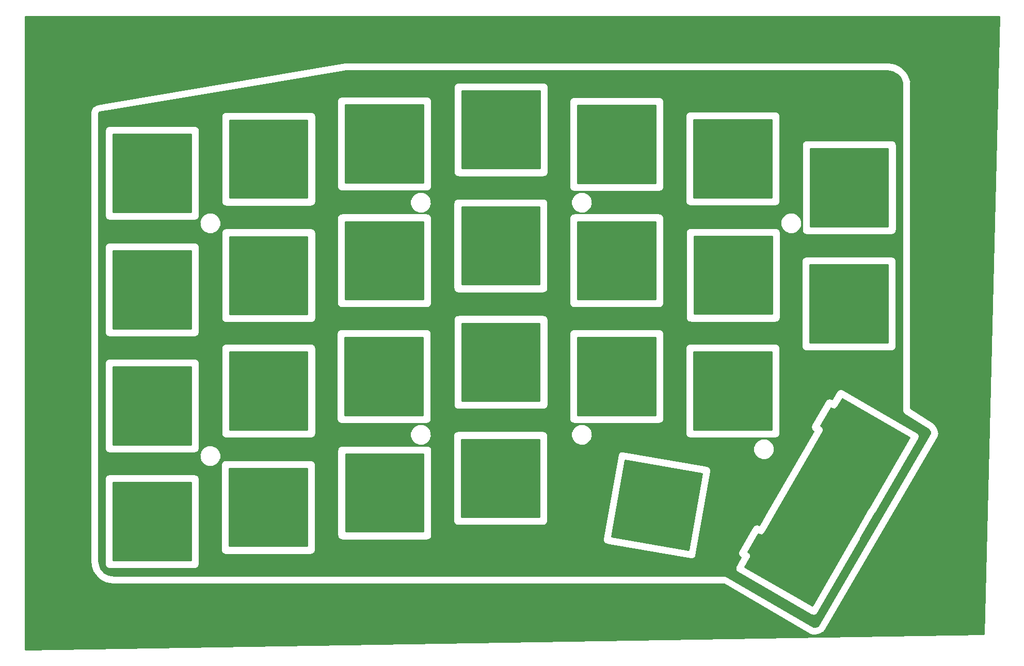
<source format=gbr>
G04 #@! TF.FileFunction,Copper,L1,Top,Signal*
%FSLAX46Y46*%
G04 Gerber Fmt 4.6, Leading zero omitted, Abs format (unit mm)*
G04 Created by KiCad (PCBNEW 4.0.7) date 04/12/18 01:26:13*
%MOMM*%
%LPD*%
G01*
G04 APERTURE LIST*
%ADD10C,0.100000*%
%ADD11C,0.254000*%
G04 APERTURE END LIST*
D10*
D11*
G36*
X220856086Y-139574983D02*
X63627000Y-142110936D01*
X63627000Y-53981600D01*
X74320000Y-53981600D01*
X74320000Y-127632000D01*
X74325902Y-127661670D01*
X74322610Y-127691741D01*
X74369710Y-128229741D01*
X74394794Y-128315783D01*
X74408438Y-128404359D01*
X74777638Y-129418359D01*
X74839292Y-129519935D01*
X74896416Y-129624139D01*
X75588216Y-130449139D01*
X75681089Y-130523727D01*
X75770643Y-130602252D01*
X76702643Y-131140252D01*
X76815304Y-131178486D01*
X76926183Y-131221599D01*
X77992683Y-131409599D01*
X78052711Y-131408286D01*
X78111600Y-131420000D01*
X178270671Y-131420000D01*
X192385854Y-139653692D01*
X192449154Y-139675495D01*
X192506929Y-139709315D01*
X192532930Y-139718316D01*
X192600496Y-139727623D01*
X192638557Y-139740733D01*
X192674724Y-139738525D01*
X192775396Y-139755753D01*
X193445397Y-139737753D01*
X193561747Y-139711342D01*
X193679113Y-139689918D01*
X194303113Y-139442918D01*
X194402977Y-139378448D01*
X194505576Y-139318431D01*
X194629576Y-139208431D01*
X194694732Y-139122510D01*
X194766280Y-139041850D01*
X213350280Y-107269850D01*
X213353737Y-107259854D01*
X213356715Y-107256386D01*
X213389619Y-107156079D01*
X213437623Y-107017251D01*
X213437243Y-107010902D01*
X213440023Y-107002427D01*
X213480023Y-106672427D01*
X213470601Y-106548246D01*
X213464548Y-106423863D01*
X213354548Y-105983863D01*
X213306262Y-105881651D01*
X213264334Y-105776683D01*
X213004334Y-105376683D01*
X212976356Y-105347987D01*
X212957284Y-105312740D01*
X212617284Y-104902740D01*
X212512469Y-104817614D01*
X212446063Y-104755130D01*
X208890000Y-102532475D01*
X208890000Y-49002379D01*
X208894991Y-48976624D01*
X208841558Y-48714746D01*
X208421558Y-47714746D01*
X208356168Y-47617921D01*
X208313768Y-47540623D01*
X207621768Y-46715824D01*
X207528979Y-46641343D01*
X207439505Y-46562875D01*
X206507505Y-46024775D01*
X206394786Y-45986511D01*
X206283863Y-45943392D01*
X205216863Y-45755391D01*
X205156861Y-45756708D01*
X205098000Y-45745000D01*
X116211000Y-45745000D01*
X116154394Y-45756260D01*
X116096702Y-45754603D01*
X75512701Y-52622703D01*
X75353419Y-52683385D01*
X75295843Y-52702034D01*
X75277369Y-52712357D01*
X75262939Y-52717855D01*
X75256279Y-52724143D01*
X74955842Y-52892034D01*
X74911149Y-52930135D01*
X74845237Y-52966304D01*
X74696537Y-53091105D01*
X74622059Y-53183922D01*
X74543592Y-53273439D01*
X74446592Y-53441539D01*
X74408421Y-53554075D01*
X74365330Y-53664818D01*
X74330430Y-53862518D01*
X74331730Y-53922630D01*
X74320000Y-53981600D01*
X63627000Y-53981600D01*
X63627000Y-38227000D01*
X223389786Y-38227000D01*
X220856086Y-139574983D01*
X220856086Y-139574983D01*
G37*
X220856086Y-139574983D02*
X63627000Y-142110936D01*
X63627000Y-53981600D01*
X74320000Y-53981600D01*
X74320000Y-127632000D01*
X74325902Y-127661670D01*
X74322610Y-127691741D01*
X74369710Y-128229741D01*
X74394794Y-128315783D01*
X74408438Y-128404359D01*
X74777638Y-129418359D01*
X74839292Y-129519935D01*
X74896416Y-129624139D01*
X75588216Y-130449139D01*
X75681089Y-130523727D01*
X75770643Y-130602252D01*
X76702643Y-131140252D01*
X76815304Y-131178486D01*
X76926183Y-131221599D01*
X77992683Y-131409599D01*
X78052711Y-131408286D01*
X78111600Y-131420000D01*
X178270671Y-131420000D01*
X192385854Y-139653692D01*
X192449154Y-139675495D01*
X192506929Y-139709315D01*
X192532930Y-139718316D01*
X192600496Y-139727623D01*
X192638557Y-139740733D01*
X192674724Y-139738525D01*
X192775396Y-139755753D01*
X193445397Y-139737753D01*
X193561747Y-139711342D01*
X193679113Y-139689918D01*
X194303113Y-139442918D01*
X194402977Y-139378448D01*
X194505576Y-139318431D01*
X194629576Y-139208431D01*
X194694732Y-139122510D01*
X194766280Y-139041850D01*
X213350280Y-107269850D01*
X213353737Y-107259854D01*
X213356715Y-107256386D01*
X213389619Y-107156079D01*
X213437623Y-107017251D01*
X213437243Y-107010902D01*
X213440023Y-107002427D01*
X213480023Y-106672427D01*
X213470601Y-106548246D01*
X213464548Y-106423863D01*
X213354548Y-105983863D01*
X213306262Y-105881651D01*
X213264334Y-105776683D01*
X213004334Y-105376683D01*
X212976356Y-105347987D01*
X212957284Y-105312740D01*
X212617284Y-104902740D01*
X212512469Y-104817614D01*
X212446063Y-104755130D01*
X208890000Y-102532475D01*
X208890000Y-49002379D01*
X208894991Y-48976624D01*
X208841558Y-48714746D01*
X208421558Y-47714746D01*
X208356168Y-47617921D01*
X208313768Y-47540623D01*
X207621768Y-46715824D01*
X207528979Y-46641343D01*
X207439505Y-46562875D01*
X206507505Y-46024775D01*
X206394786Y-45986511D01*
X206283863Y-45943392D01*
X205216863Y-45755391D01*
X205156861Y-45756708D01*
X205098000Y-45745000D01*
X116211000Y-45745000D01*
X116154394Y-45756260D01*
X116096702Y-45754603D01*
X75512701Y-52622703D01*
X75353419Y-52683385D01*
X75295843Y-52702034D01*
X75277369Y-52712357D01*
X75262939Y-52717855D01*
X75256279Y-52724143D01*
X74955842Y-52892034D01*
X74911149Y-52930135D01*
X74845237Y-52966304D01*
X74696537Y-53091105D01*
X74622059Y-53183922D01*
X74543592Y-53273439D01*
X74446592Y-53441539D01*
X74408421Y-53554075D01*
X74365330Y-53664818D01*
X74330430Y-53862518D01*
X74331730Y-53922630D01*
X74320000Y-53981600D01*
X63627000Y-53981600D01*
X63627000Y-38227000D01*
X223389786Y-38227000D01*
X220856086Y-139574983D01*
G36*
X205927138Y-47271642D02*
X206649878Y-47688923D01*
X207200351Y-48345036D01*
X207520000Y-49106106D01*
X207520000Y-102870000D01*
X207524288Y-102891555D01*
X207524000Y-102893000D01*
X207524000Y-102894000D01*
X207528802Y-102918141D01*
X207525724Y-102942559D01*
X207530074Y-102958445D01*
X207529320Y-102982613D01*
X207531320Y-102994614D01*
X207533134Y-102999410D01*
X207533049Y-103004537D01*
X207535049Y-103015536D01*
X207561489Y-103082470D01*
X207576143Y-103156138D01*
X207586999Y-103172385D01*
X207588143Y-103178138D01*
X207591691Y-103183448D01*
X207596317Y-103200341D01*
X207602317Y-103212341D01*
X207618637Y-103233370D01*
X207627617Y-103258430D01*
X207633617Y-103268430D01*
X207673666Y-103312576D01*
X207682285Y-103331716D01*
X207705112Y-103353194D01*
X207736632Y-103400368D01*
X207738632Y-103402368D01*
X207745234Y-103406779D01*
X207747632Y-103410368D01*
X207755632Y-103418368D01*
X207762703Y-103423092D01*
X207767911Y-103429975D01*
X207776911Y-103437976D01*
X207799377Y-103451148D01*
X207813199Y-103466384D01*
X207837716Y-103477966D01*
X207876937Y-103514870D01*
X211633891Y-105863088D01*
X211877334Y-106156652D01*
X212053235Y-106427270D01*
X212104739Y-106633285D01*
X212096706Y-106699559D01*
X193656712Y-138225361D01*
X193287515Y-138371500D01*
X192923523Y-138381279D01*
X178818146Y-130153308D01*
X178750179Y-130129897D01*
X178710138Y-130103143D01*
X178689826Y-130099103D01*
X178670616Y-130088152D01*
X178664616Y-130086152D01*
X178657196Y-130085217D01*
X178656073Y-130084896D01*
X178649184Y-130081356D01*
X178642184Y-130079356D01*
X178599095Y-130075817D01*
X178561821Y-130062461D01*
X178553091Y-130062886D01*
X178538874Y-130057885D01*
X178531874Y-130056885D01*
X178489262Y-130059208D01*
X178448000Y-130051000D01*
X178442000Y-130051000D01*
X178441014Y-130051196D01*
X178435000Y-130050000D01*
X78171513Y-130050000D01*
X77282957Y-129893368D01*
X76560286Y-129476203D01*
X76023691Y-128836291D01*
X75726623Y-128020401D01*
X75690000Y-127602072D01*
X75690000Y-114115000D01*
X76678700Y-114115000D01*
X76678700Y-128085000D01*
X76679946Y-128091265D01*
X76679800Y-128092000D01*
X76679800Y-128099000D01*
X76688893Y-128144711D01*
X76687004Y-128191338D01*
X76688104Y-128198338D01*
X76695380Y-128218134D01*
X76695402Y-128239340D01*
X76696602Y-128245340D01*
X76716421Y-128293046D01*
X76721229Y-128321106D01*
X76723153Y-128336898D01*
X76724276Y-128338887D01*
X76725184Y-128344186D01*
X76727484Y-128350186D01*
X76730816Y-128355472D01*
X76730943Y-128356110D01*
X76731984Y-128362186D01*
X76734284Y-128368186D01*
X76748996Y-128391527D01*
X76751269Y-128402391D01*
X76759786Y-128414869D01*
X76768092Y-128441114D01*
X76771392Y-128447115D01*
X76776393Y-128453063D01*
X76777992Y-128458114D01*
X76781292Y-128464115D01*
X76793543Y-128478683D01*
X76799142Y-128492161D01*
X76825842Y-128518805D01*
X76854543Y-128569647D01*
X76858843Y-128574647D01*
X76862768Y-128577719D01*
X76867243Y-128585647D01*
X76871543Y-128590647D01*
X76888822Y-128604174D01*
X76890186Y-128606495D01*
X76891019Y-128607124D01*
X76901951Y-128623140D01*
X76907051Y-128628140D01*
X76934096Y-128645826D01*
X76953310Y-128668675D01*
X76963741Y-128674091D01*
X76973959Y-128685995D01*
X76979060Y-128689995D01*
X77028858Y-128715213D01*
X77059815Y-128743446D01*
X77069182Y-128746830D01*
X77076195Y-128752429D01*
X77081995Y-128755429D01*
X77085960Y-128756573D01*
X77093295Y-128762429D01*
X77099095Y-128765429D01*
X77101458Y-128766111D01*
X77103441Y-128767609D01*
X77109641Y-128770609D01*
X77145034Y-128779809D01*
X77164562Y-128792857D01*
X77189368Y-128797791D01*
X77213133Y-128810890D01*
X77219433Y-128812890D01*
X77266552Y-128818144D01*
X77311183Y-128834270D01*
X77317783Y-128835270D01*
X77324316Y-128834969D01*
X77330683Y-128837270D01*
X77337283Y-128838270D01*
X77349513Y-128837707D01*
X77355887Y-128839547D01*
X77383638Y-128836434D01*
X77426700Y-128845000D01*
X77433300Y-128845000D01*
X77434086Y-128844844D01*
X77439900Y-128846000D01*
X91409900Y-128846000D01*
X91415714Y-128844844D01*
X91416500Y-128845000D01*
X91423100Y-128845000D01*
X91466003Y-128836466D01*
X91477112Y-128838084D01*
X91478235Y-128837800D01*
X91493813Y-128839547D01*
X91500201Y-128837703D01*
X91512517Y-128838270D01*
X91519116Y-128837270D01*
X91526193Y-128834713D01*
X91533559Y-128835035D01*
X91540059Y-128834035D01*
X91583940Y-128818067D01*
X91630367Y-128812890D01*
X91636667Y-128810890D01*
X91660432Y-128797791D01*
X91685238Y-128792857D01*
X91703288Y-128780796D01*
X91736205Y-128772459D01*
X91742505Y-128769459D01*
X91746207Y-128766698D01*
X91750605Y-128765429D01*
X91753367Y-128764000D01*
X180101000Y-128764000D01*
X180101000Y-128771000D01*
X180102293Y-128777500D01*
X180101000Y-128784000D01*
X180101000Y-128790000D01*
X180103796Y-128804056D01*
X180102724Y-128812559D01*
X180108982Y-128835409D01*
X180106885Y-128873874D01*
X180107885Y-128880874D01*
X180112782Y-128894797D01*
X180112320Y-128909613D01*
X180113320Y-128915614D01*
X180117034Y-128925436D01*
X180117023Y-128935934D01*
X180125590Y-128956677D01*
X180127356Y-128978184D01*
X180129356Y-128985184D01*
X180136502Y-128999091D01*
X180137065Y-129005647D01*
X180141781Y-129014742D01*
X180143152Y-129025616D01*
X180145152Y-129031616D01*
X180151156Y-129042148D01*
X180153143Y-129052138D01*
X180174923Y-129084734D01*
X180186317Y-129126341D01*
X180189317Y-129132341D01*
X180193530Y-129137770D01*
X180195475Y-129144358D01*
X180203625Y-129154443D01*
X180207849Y-129165613D01*
X180215038Y-129173265D01*
X180219046Y-129182970D01*
X180223045Y-129188970D01*
X180241959Y-129207923D01*
X180260105Y-129242916D01*
X180264105Y-129247916D01*
X180269954Y-129252840D01*
X180273105Y-129258916D01*
X180277105Y-129263916D01*
X180287673Y-129272812D01*
X180294514Y-129284813D01*
X180327550Y-129310453D01*
X180353187Y-129343485D01*
X180359154Y-129346886D01*
X180363474Y-129352232D01*
X180369473Y-129357231D01*
X180381622Y-129363843D01*
X180390084Y-129373895D01*
X180395084Y-129377895D01*
X180440460Y-129401425D01*
X180449285Y-129408854D01*
X180480492Y-129436223D01*
X192578492Y-136421223D01*
X192583399Y-136422889D01*
X192583997Y-136423425D01*
X192599407Y-136428846D01*
X192614659Y-136440683D01*
X192626659Y-136446683D01*
X192664819Y-136457133D01*
X192683862Y-136469857D01*
X192704174Y-136473897D01*
X192723384Y-136484848D01*
X192729384Y-136486848D01*
X192768612Y-136491793D01*
X192788996Y-136501568D01*
X192809287Y-136502674D01*
X192836126Y-136512115D01*
X192842223Y-136512986D01*
X192846387Y-136513680D01*
X192868760Y-136512982D01*
X192884441Y-136517276D01*
X192890617Y-136516497D01*
X192893807Y-136517522D01*
X192914814Y-136515797D01*
X192946000Y-136522000D01*
X192953000Y-136522000D01*
X192959500Y-136520707D01*
X192966000Y-136522000D01*
X192972000Y-136522000D01*
X192986056Y-136519204D01*
X192994559Y-136520276D01*
X193014354Y-136514855D01*
X193033559Y-136517276D01*
X193040799Y-136515293D01*
X193055874Y-136516115D01*
X193062874Y-136515115D01*
X193076797Y-136510218D01*
X193091613Y-136510680D01*
X193097614Y-136509680D01*
X193108687Y-136505493D01*
X193113531Y-136505342D01*
X193129423Y-136498170D01*
X193160184Y-136495644D01*
X193167184Y-136493644D01*
X193181091Y-136486498D01*
X193187647Y-136485935D01*
X193209015Y-136474854D01*
X193234138Y-136469857D01*
X193253181Y-136457133D01*
X193291341Y-136446683D01*
X193303341Y-136440683D01*
X193308774Y-136436467D01*
X193314341Y-136433683D01*
X193325256Y-136425212D01*
X193338422Y-136421038D01*
X193343623Y-136416660D01*
X193347613Y-136415151D01*
X193366550Y-136397361D01*
X193379540Y-136386425D01*
X193424916Y-136362895D01*
X193429916Y-136358895D01*
X193438377Y-136348843D01*
X193450526Y-136342232D01*
X193456526Y-136337232D01*
X193460845Y-136331888D01*
X193466813Y-136328486D01*
X193492453Y-136295450D01*
X193525485Y-136269813D01*
X193532325Y-136257813D01*
X193542895Y-136248916D01*
X193546895Y-136243916D01*
X193550046Y-136237840D01*
X193555895Y-136232916D01*
X193559895Y-136227916D01*
X193583875Y-136181673D01*
X193618223Y-136142508D01*
X200603223Y-124044508D01*
X200604889Y-124039601D01*
X200605425Y-124039003D01*
X200627988Y-123974860D01*
X200651857Y-123939138D01*
X200653844Y-123929148D01*
X200659848Y-123918616D01*
X200661848Y-123912616D01*
X200662532Y-123907187D01*
X200666848Y-123899616D01*
X200668848Y-123893616D01*
X200671931Y-123869162D01*
X203030285Y-119784357D01*
X203031813Y-119783486D01*
X203053345Y-119755743D01*
X203070368Y-119744368D01*
X203075368Y-119739368D01*
X203087936Y-119720559D01*
X203108895Y-119702916D01*
X203112895Y-119697916D01*
X203125313Y-119673968D01*
X203143158Y-119656161D01*
X203152495Y-119633685D01*
X203184223Y-119597508D01*
X210169223Y-107499508D01*
X210177982Y-107473706D01*
X210190683Y-107457341D01*
X210193683Y-107451341D01*
X210196710Y-107440287D01*
X210197683Y-107438341D01*
X210204184Y-107414601D01*
X210217857Y-107394138D01*
X210219844Y-107384148D01*
X210225848Y-107373616D01*
X210227848Y-107367616D01*
X210233306Y-107324322D01*
X210234848Y-107321616D01*
X210235176Y-107319017D01*
X210249568Y-107289004D01*
X210250857Y-107265349D01*
X210259115Y-107241874D01*
X210259143Y-107241678D01*
X210260680Y-107237613D01*
X210261680Y-107231613D01*
X210260924Y-107207405D01*
X210268276Y-107180559D01*
X210265198Y-107156141D01*
X210270000Y-107132000D01*
X210270000Y-107125000D01*
X210268707Y-107118500D01*
X210270000Y-107112000D01*
X210270000Y-107105000D01*
X210265198Y-107080859D01*
X210268276Y-107056441D01*
X210263246Y-107038072D01*
X210264115Y-107022126D01*
X210263115Y-107015126D01*
X210257299Y-106998592D01*
X210257680Y-106986387D01*
X210256680Y-106980387D01*
X210253583Y-106972197D01*
X210253342Y-106964469D01*
X210236802Y-106927817D01*
X210236222Y-106926281D01*
X210234848Y-106915384D01*
X210233144Y-106912394D01*
X210227848Y-106870384D01*
X210225848Y-106864384D01*
X210220150Y-106854388D01*
X210217857Y-106842862D01*
X210211840Y-106833856D01*
X210208857Y-106818862D01*
X210199298Y-106804556D01*
X210197683Y-106798659D01*
X210196105Y-106795503D01*
X210193683Y-106786659D01*
X210190683Y-106780659D01*
X210184521Y-106772719D01*
X210183683Y-106769659D01*
X210180683Y-106763659D01*
X210169077Y-106748705D01*
X210162151Y-106730388D01*
X210129889Y-106696047D01*
X210114190Y-106668508D01*
X210097895Y-106637084D01*
X210093895Y-106632084D01*
X210083325Y-106623187D01*
X210076485Y-106611187D01*
X210063208Y-106600883D01*
X210060368Y-106596632D01*
X210058409Y-106594673D01*
X210052368Y-106585632D01*
X210047368Y-106580632D01*
X210029229Y-106568512D01*
X210016813Y-106552514D01*
X209997012Y-106541227D01*
X209980916Y-106522105D01*
X209975916Y-106518105D01*
X209930540Y-106494575D01*
X209921570Y-106487024D01*
X209890486Y-106459765D01*
X197791487Y-99474765D01*
X197771781Y-99468076D01*
X197755341Y-99455317D01*
X197743341Y-99449317D01*
X197706875Y-99439331D01*
X197687138Y-99426143D01*
X197666826Y-99422103D01*
X197647616Y-99411152D01*
X197641616Y-99409152D01*
X197594184Y-99403173D01*
X197588506Y-99401026D01*
X197565531Y-99390658D01*
X197560687Y-99390507D01*
X197549614Y-99386320D01*
X197543613Y-99385320D01*
X197528797Y-99385782D01*
X197514874Y-99380885D01*
X197507874Y-99379885D01*
X197492799Y-99380707D01*
X197485559Y-99378724D01*
X197466354Y-99381145D01*
X197446559Y-99375724D01*
X197438668Y-99376719D01*
X197425000Y-99374000D01*
X197418000Y-99374000D01*
X197411500Y-99375293D01*
X197405000Y-99374000D01*
X197398000Y-99374000D01*
X197384332Y-99376719D01*
X197376441Y-99375724D01*
X197356331Y-99381231D01*
X197336441Y-99378724D01*
X197320760Y-99383018D01*
X197298387Y-99382320D01*
X197294223Y-99383014D01*
X197288126Y-99383885D01*
X197261287Y-99393326D01*
X197240996Y-99394432D01*
X197220612Y-99404207D01*
X197181384Y-99409152D01*
X197175384Y-99411152D01*
X197156174Y-99422103D01*
X197135862Y-99426143D01*
X197116819Y-99438867D01*
X197078659Y-99449317D01*
X197066659Y-99455317D01*
X197061226Y-99459533D01*
X197055659Y-99462317D01*
X197047784Y-99468429D01*
X197035997Y-99472575D01*
X197034296Y-99474100D01*
X197031578Y-99474962D01*
X196990460Y-99509575D01*
X196945084Y-99533105D01*
X196940084Y-99537105D01*
X196923986Y-99556229D01*
X196904187Y-99567515D01*
X196891772Y-99583511D01*
X196873632Y-99595632D01*
X196868632Y-99600632D01*
X196862591Y-99609673D01*
X196860632Y-99611632D01*
X196857793Y-99615881D01*
X196844514Y-99626187D01*
X196837673Y-99638188D01*
X196827105Y-99647084D01*
X196823105Y-99652084D01*
X196797627Y-99701215D01*
X196751768Y-99753509D01*
X196004550Y-101047773D01*
X195947994Y-101015058D01*
X195907942Y-101001425D01*
X195892341Y-100989317D01*
X195886341Y-100986317D01*
X195862601Y-100979816D01*
X195842138Y-100966143D01*
X195815569Y-100960858D01*
X195793184Y-100949356D01*
X195786184Y-100947356D01*
X195759361Y-100945153D01*
X195737004Y-100934432D01*
X195715602Y-100933265D01*
X195693821Y-100925461D01*
X195691792Y-100925560D01*
X195689874Y-100924885D01*
X195689679Y-100924857D01*
X195685614Y-100923320D01*
X195679613Y-100922320D01*
X195655405Y-100923076D01*
X195628559Y-100915724D01*
X195604141Y-100918802D01*
X195580000Y-100914000D01*
X195573000Y-100914000D01*
X195566500Y-100915293D01*
X195560000Y-100914000D01*
X195553000Y-100914000D01*
X195528859Y-100918802D01*
X195504441Y-100915724D01*
X195486072Y-100920754D01*
X195470126Y-100919885D01*
X195463126Y-100920885D01*
X195446592Y-100926701D01*
X195434387Y-100926320D01*
X195428387Y-100927320D01*
X195420197Y-100930417D01*
X195412470Y-100930658D01*
X195375822Y-100947196D01*
X195374281Y-100947778D01*
X195363384Y-100949152D01*
X195361638Y-100950147D01*
X195325235Y-100954009D01*
X195322175Y-100955674D01*
X195318384Y-100956152D01*
X195312384Y-100958152D01*
X195302388Y-100963850D01*
X195290862Y-100966143D01*
X195270399Y-100979816D01*
X195264587Y-100981408D01*
X195255862Y-100983143D01*
X195254204Y-100984251D01*
X195246659Y-100986317D01*
X195243503Y-100987895D01*
X195234659Y-100990317D01*
X195228659Y-100993317D01*
X195204729Y-101011889D01*
X195178388Y-101021849D01*
X195176725Y-101023412D01*
X195170570Y-101025617D01*
X195165570Y-101028617D01*
X195131729Y-101059317D01*
X195090473Y-101081769D01*
X195085575Y-101085850D01*
X195085084Y-101086105D01*
X195080084Y-101090105D01*
X195071187Y-101100675D01*
X195059187Y-101107515D01*
X195047835Y-101122142D01*
X195033632Y-101131632D01*
X195028632Y-101136632D01*
X195002388Y-101175908D01*
X194970105Y-101203084D01*
X194966105Y-101208084D01*
X194942575Y-101253460D01*
X194934936Y-101262534D01*
X194907753Y-101293534D01*
X192621753Y-105253535D01*
X192615070Y-105273227D01*
X192602317Y-105289659D01*
X192596317Y-105301659D01*
X192585867Y-105339819D01*
X192573143Y-105358862D01*
X192566437Y-105392573D01*
X192549356Y-105425816D01*
X192547356Y-105432816D01*
X192546664Y-105441237D01*
X192545356Y-105445816D01*
X192543495Y-105468477D01*
X192533320Y-105495386D01*
X192532320Y-105501387D01*
X192533272Y-105531879D01*
X192525724Y-105559441D01*
X192526392Y-105564743D01*
X192520724Y-105585441D01*
X192523575Y-105608056D01*
X192521000Y-105621000D01*
X192521000Y-105627000D01*
X192522293Y-105633500D01*
X192521000Y-105640000D01*
X192521000Y-105647000D01*
X192526544Y-105674869D01*
X192523478Y-105712193D01*
X192530711Y-105734716D01*
X192529885Y-105749874D01*
X192530885Y-105756874D01*
X192548730Y-105807604D01*
X192554152Y-105850616D01*
X192554733Y-105852359D01*
X192556152Y-105863616D01*
X192558152Y-105869616D01*
X192569103Y-105888826D01*
X192573143Y-105909138D01*
X192585867Y-105928181D01*
X192596317Y-105966341D01*
X192602317Y-105978341D01*
X192606533Y-105983774D01*
X192609317Y-105989341D01*
X192615429Y-105997216D01*
X192619575Y-106009003D01*
X192621100Y-106010704D01*
X192621962Y-106013422D01*
X192656575Y-106054540D01*
X192680105Y-106099916D01*
X192684105Y-106104916D01*
X192716388Y-106132092D01*
X192742632Y-106171368D01*
X192747632Y-106176368D01*
X192761835Y-106185858D01*
X192773187Y-106200485D01*
X192785187Y-106207325D01*
X192794084Y-106217895D01*
X192799084Y-106221895D01*
X192799575Y-106222150D01*
X192804473Y-106226231D01*
X192845729Y-106248683D01*
X192879570Y-106279383D01*
X192884570Y-106282383D01*
X192890696Y-106284578D01*
X192900690Y-106293337D01*
X192957181Y-106325928D01*
X192111805Y-107790263D01*
X192099998Y-107804290D01*
X192079514Y-107820187D01*
X192077397Y-107823901D01*
X192045105Y-107851084D01*
X192041105Y-107856084D01*
X192038874Y-107860386D01*
X192032105Y-107866084D01*
X192028105Y-107871084D01*
X192017865Y-107890831D01*
X192010842Y-107897839D01*
X192010576Y-107898479D01*
X192001045Y-107908030D01*
X191997046Y-107914030D01*
X191988172Y-107935517D01*
X191969777Y-107956492D01*
X184984777Y-120054492D01*
X184983111Y-120059399D01*
X184982575Y-120059997D01*
X184960012Y-120124140D01*
X184936143Y-120159862D01*
X184932103Y-120180174D01*
X184921152Y-120199384D01*
X184919152Y-120205384D01*
X184918626Y-120209558D01*
X184914065Y-120218353D01*
X184912459Y-120237049D01*
X184056161Y-121719675D01*
X184009149Y-121692570D01*
X184004454Y-121690979D01*
X184004003Y-121690575D01*
X183970339Y-121678733D01*
X183954341Y-121666317D01*
X183948341Y-121663317D01*
X183946007Y-121662678D01*
X183936835Y-121656386D01*
X183929835Y-121653386D01*
X183914662Y-121650175D01*
X183904138Y-121643143D01*
X183838528Y-121630092D01*
X183831616Y-121626152D01*
X183829017Y-121625824D01*
X183799004Y-121611432D01*
X183777602Y-121610265D01*
X183755821Y-121602461D01*
X183753792Y-121602560D01*
X183751874Y-121601885D01*
X183751679Y-121601857D01*
X183747614Y-121600320D01*
X183741613Y-121599320D01*
X183717405Y-121600076D01*
X183690559Y-121592724D01*
X183666141Y-121595802D01*
X183642000Y-121591000D01*
X183635000Y-121591000D01*
X183628500Y-121592293D01*
X183622000Y-121591000D01*
X183615000Y-121591000D01*
X183590859Y-121595802D01*
X183566441Y-121592724D01*
X183548072Y-121597754D01*
X183532126Y-121596885D01*
X183525126Y-121597885D01*
X183508592Y-121603701D01*
X183496387Y-121603320D01*
X183490387Y-121604320D01*
X183482197Y-121607417D01*
X183474470Y-121607658D01*
X183460360Y-121614025D01*
X183458066Y-121614023D01*
X183430153Y-121625551D01*
X183425384Y-121626152D01*
X183418472Y-121630092D01*
X183352862Y-121643143D01*
X183332399Y-121656816D01*
X183326587Y-121658408D01*
X183317862Y-121660143D01*
X183316204Y-121661251D01*
X183308659Y-121663317D01*
X183305503Y-121664895D01*
X183296659Y-121667317D01*
X183284659Y-121673317D01*
X183262567Y-121690463D01*
X183240388Y-121698849D01*
X183238725Y-121700412D01*
X183232570Y-121702617D01*
X183227570Y-121705617D01*
X183220289Y-121712222D01*
X183211030Y-121716046D01*
X183205030Y-121720046D01*
X183181555Y-121743472D01*
X183162199Y-121752616D01*
X183147497Y-121768823D01*
X183145967Y-121769577D01*
X183134485Y-121782671D01*
X183095632Y-121808632D01*
X183085632Y-121818632D01*
X183060597Y-121856100D01*
X183032105Y-121880084D01*
X183028105Y-121885084D01*
X183009530Y-121920903D01*
X182982617Y-121950570D01*
X182979617Y-121955570D01*
X182977366Y-121961852D01*
X182969753Y-121970534D01*
X180683753Y-125930535D01*
X180677070Y-125950227D01*
X180664317Y-125966659D01*
X180658317Y-125978659D01*
X180647867Y-126016819D01*
X180635143Y-126035862D01*
X180628437Y-126069573D01*
X180611356Y-126102816D01*
X180609356Y-126109816D01*
X180608664Y-126118237D01*
X180607356Y-126122816D01*
X180605495Y-126145477D01*
X180595320Y-126172386D01*
X180594320Y-126178387D01*
X180595085Y-126202893D01*
X180585478Y-126232807D01*
X180587998Y-126263486D01*
X180584724Y-126275441D01*
X180585796Y-126283944D01*
X180583000Y-126298000D01*
X180583000Y-126304000D01*
X180584392Y-126311000D01*
X180583000Y-126318000D01*
X180583000Y-126324000D01*
X180588544Y-126351869D01*
X180585478Y-126389193D01*
X180592711Y-126411716D01*
X180591885Y-126426874D01*
X180592885Y-126433874D01*
X180604766Y-126467649D01*
X180607356Y-126499184D01*
X180609356Y-126506184D01*
X180615260Y-126517674D01*
X180618152Y-126540616D01*
X180620152Y-126546616D01*
X180631103Y-126565826D01*
X180635143Y-126586138D01*
X180647867Y-126605181D01*
X180658317Y-126643341D01*
X180664317Y-126655341D01*
X180668533Y-126660774D01*
X180671317Y-126666341D01*
X180677429Y-126674216D01*
X180681575Y-126686003D01*
X180683100Y-126687704D01*
X180683962Y-126690422D01*
X180718575Y-126731540D01*
X180727977Y-126749671D01*
X180729842Y-126754161D01*
X180730802Y-126755119D01*
X180742105Y-126776916D01*
X180746105Y-126781916D01*
X180778388Y-126809092D01*
X180804632Y-126848368D01*
X180809632Y-126853368D01*
X180823835Y-126862858D01*
X180835187Y-126877485D01*
X180847187Y-126884325D01*
X180856084Y-126894895D01*
X180861084Y-126898895D01*
X180862488Y-126899623D01*
X180866084Y-126903895D01*
X180871084Y-126907895D01*
X180897760Y-126921728D01*
X180919030Y-126942954D01*
X180925030Y-126946954D01*
X180945507Y-126955411D01*
X180962155Y-126970028D01*
X181009490Y-126997393D01*
X180201762Y-128396518D01*
X180200102Y-128401410D01*
X180199575Y-128401997D01*
X180177012Y-128466140D01*
X180153143Y-128501862D01*
X180151156Y-128511852D01*
X180145152Y-128522384D01*
X180143152Y-128528384D01*
X180142468Y-128533813D01*
X180138152Y-128541384D01*
X180136152Y-128547384D01*
X180131731Y-128582451D01*
X180122605Y-128604550D01*
X180121432Y-128606996D01*
X180121407Y-128607450D01*
X180117023Y-128618066D01*
X180117042Y-128636622D01*
X180110885Y-128654126D01*
X180110015Y-128660218D01*
X180109320Y-128664387D01*
X180110329Y-128696703D01*
X180105478Y-128711807D01*
X180107203Y-128732814D01*
X180101000Y-128764000D01*
X91753367Y-128764000D01*
X91756405Y-128762429D01*
X91763684Y-128756619D01*
X91767805Y-128755429D01*
X91773605Y-128752429D01*
X91774177Y-128751973D01*
X91774877Y-128751769D01*
X91782149Y-128745939D01*
X91791220Y-128742638D01*
X91821414Y-128714974D01*
X91870741Y-128689995D01*
X91875841Y-128685994D01*
X91886058Y-128674092D01*
X91896490Y-128668675D01*
X91913626Y-128648297D01*
X91937879Y-128632771D01*
X91943080Y-128627771D01*
X91954527Y-128611346D01*
X91956761Y-128609680D01*
X91960694Y-128603078D01*
X91961581Y-128602370D01*
X91972999Y-128594293D01*
X91974315Y-128592205D01*
X91982485Y-128585683D01*
X91982838Y-128585044D01*
X91983408Y-128584587D01*
X91987608Y-128579587D01*
X91989842Y-128575520D01*
X91990957Y-128574647D01*
X91995257Y-128569647D01*
X92026778Y-128513810D01*
X92056712Y-128482962D01*
X92060332Y-128473837D01*
X92068508Y-128464114D01*
X92071808Y-128458114D01*
X92073407Y-128453061D01*
X92078408Y-128447114D01*
X92081708Y-128441114D01*
X92088815Y-128418655D01*
X92095897Y-128408494D01*
X92098987Y-128394410D01*
X92115516Y-128368186D01*
X92117816Y-128362186D01*
X92118997Y-128355293D01*
X92122216Y-128350186D01*
X92124516Y-128344186D01*
X92125380Y-128339142D01*
X92126647Y-128336898D01*
X92128817Y-128319087D01*
X92134210Y-128287610D01*
X92155270Y-128234525D01*
X92156370Y-128228525D01*
X92156208Y-128217762D01*
X92160051Y-128207740D01*
X92161251Y-128200740D01*
X92160982Y-128190616D01*
X92162349Y-128186296D01*
X92160209Y-128161533D01*
X92159885Y-128149348D01*
X92169900Y-128099000D01*
X92169900Y-128092000D01*
X92169804Y-128091516D01*
X92171100Y-128085000D01*
X92171100Y-114115000D01*
X92169900Y-114108967D01*
X92169900Y-114102000D01*
X92159317Y-114048794D01*
X92162349Y-114013704D01*
X92158779Y-114002423D01*
X92159296Y-113989662D01*
X92158196Y-113982662D01*
X92157799Y-113981582D01*
X92157798Y-113980661D01*
X92156598Y-113974660D01*
X92144948Y-113946617D01*
X92135499Y-113920909D01*
X92129238Y-113884373D01*
X92126647Y-113863102D01*
X92125134Y-113860422D01*
X92124516Y-113856814D01*
X92122216Y-113850814D01*
X92119232Y-113846081D01*
X92117816Y-113837814D01*
X92115516Y-113831814D01*
X92093969Y-113797629D01*
X92081708Y-113758886D01*
X92078408Y-113752886D01*
X92073407Y-113746939D01*
X92071808Y-113741886D01*
X92068508Y-113735886D01*
X92066707Y-113733744D01*
X92065991Y-113731797D01*
X92063639Y-113729246D01*
X92061936Y-113724210D01*
X92023329Y-113680080D01*
X91995257Y-113630353D01*
X91990957Y-113625353D01*
X91988878Y-113623726D01*
X91987608Y-113621413D01*
X91983408Y-113616413D01*
X91982838Y-113615956D01*
X91982485Y-113615317D01*
X91975584Y-113609808D01*
X91972999Y-113605707D01*
X91950576Y-113589844D01*
X91948658Y-113588314D01*
X91932649Y-113564860D01*
X91927549Y-113559860D01*
X91911855Y-113549597D01*
X91896490Y-113531325D01*
X91892738Y-113529377D01*
X91889340Y-113525126D01*
X91886299Y-113523450D01*
X91885951Y-113523052D01*
X91880752Y-113519053D01*
X91857063Y-113507336D01*
X91825990Y-113490209D01*
X91825907Y-113490142D01*
X91791220Y-113458362D01*
X91782149Y-113455061D01*
X91774877Y-113449231D01*
X91774177Y-113449027D01*
X91773605Y-113448571D01*
X91767805Y-113445571D01*
X91763684Y-113444381D01*
X91756405Y-113438571D01*
X91750605Y-113435571D01*
X91731176Y-113429963D01*
X91723905Y-113424541D01*
X91717605Y-113421541D01*
X91715041Y-113420892D01*
X91703859Y-113413579D01*
X91691334Y-113411216D01*
X91685238Y-113407143D01*
X91669663Y-113404045D01*
X91655267Y-113396110D01*
X91648967Y-113394110D01*
X91599495Y-113388594D01*
X91540059Y-113366965D01*
X91533559Y-113365965D01*
X91528662Y-113366179D01*
X91519116Y-113362730D01*
X91512517Y-113361730D01*
X91497213Y-113362434D01*
X91493813Y-113361453D01*
X91484498Y-113362498D01*
X91458512Y-113355916D01*
X91440727Y-113358506D01*
X91423100Y-113355000D01*
X91416500Y-113355000D01*
X91415714Y-113355156D01*
X91409900Y-113354000D01*
X77439900Y-113354000D01*
X77434086Y-113355156D01*
X77433300Y-113355000D01*
X77426700Y-113355000D01*
X77409073Y-113358506D01*
X77391288Y-113355916D01*
X77365271Y-113362506D01*
X77355887Y-113361453D01*
X77352501Y-113362430D01*
X77337283Y-113361730D01*
X77330683Y-113362730D01*
X77321861Y-113365918D01*
X77317783Y-113365730D01*
X77311183Y-113366730D01*
X77249327Y-113389080D01*
X77197703Y-113395079D01*
X77191503Y-113397080D01*
X77178376Y-113404395D01*
X77164562Y-113407143D01*
X77158466Y-113411216D01*
X77145940Y-113413579D01*
X77134759Y-113420891D01*
X77132196Y-113421540D01*
X77125895Y-113424541D01*
X77118687Y-113429916D01*
X77099095Y-113435571D01*
X77093295Y-113438571D01*
X77085960Y-113444427D01*
X77081995Y-113445571D01*
X77076195Y-113448571D01*
X77069182Y-113454170D01*
X77059815Y-113457554D01*
X77023830Y-113490373D01*
X77023238Y-113490846D01*
X76982135Y-113513751D01*
X76963860Y-113523005D01*
X76959764Y-113526217D01*
X76958032Y-113527182D01*
X76955758Y-113530054D01*
X76953310Y-113531325D01*
X76937945Y-113549597D01*
X76922251Y-113559860D01*
X76917151Y-113564860D01*
X76902799Y-113585885D01*
X76883831Y-113600734D01*
X76876801Y-113605707D01*
X76876142Y-113606753D01*
X76871543Y-113610353D01*
X76867243Y-113615353D01*
X76863779Y-113621489D01*
X76858843Y-113625353D01*
X76854543Y-113630353D01*
X76824762Y-113683109D01*
X76800274Y-113711636D01*
X76788834Y-113723701D01*
X76787959Y-113725983D01*
X76784674Y-113729810D01*
X76783572Y-113733174D01*
X76781292Y-113735885D01*
X76777992Y-113741886D01*
X76776393Y-113746937D01*
X76771392Y-113752885D01*
X76768092Y-113758886D01*
X76755831Y-113797629D01*
X76734284Y-113831814D01*
X76731984Y-113837814D01*
X76730605Y-113845863D01*
X76727484Y-113850814D01*
X76725184Y-113856814D01*
X76724522Y-113860677D01*
X76723153Y-113863102D01*
X76720808Y-113882354D01*
X76714993Y-113916288D01*
X76693149Y-113973260D01*
X76691949Y-113980260D01*
X76692021Y-113982976D01*
X76691030Y-113985475D01*
X76689930Y-113991475D01*
X76690137Y-114005218D01*
X76687451Y-114013704D01*
X76690453Y-114048443D01*
X76679800Y-114102000D01*
X76679800Y-114109000D01*
X76679847Y-114109235D01*
X76678700Y-114115000D01*
X75690000Y-114115000D01*
X75690000Y-110061593D01*
X92214677Y-110061593D01*
X92224975Y-110377507D01*
X92224699Y-110693599D01*
X92236184Y-110721395D01*
X92237164Y-110751453D01*
X92457901Y-111284359D01*
X92470954Y-111289581D01*
X92488281Y-111331515D01*
X92975918Y-111820004D01*
X93020149Y-111838370D01*
X93025641Y-111852099D01*
X93321448Y-111963481D01*
X93613373Y-112084699D01*
X93643448Y-112084725D01*
X93671593Y-112095323D01*
X93987507Y-112085025D01*
X94303599Y-112085301D01*
X94331395Y-112073816D01*
X94361453Y-112072836D01*
X94894359Y-111852099D01*
X94899581Y-111839046D01*
X94941515Y-111821719D01*
X94970284Y-111793000D01*
X95730800Y-111793000D01*
X95730800Y-125763000D01*
X95732096Y-125769516D01*
X95732000Y-125770000D01*
X95732000Y-125777000D01*
X95742015Y-125827348D01*
X95740939Y-125867838D01*
X95740563Y-125872941D01*
X95740785Y-125873613D01*
X95740649Y-125878740D01*
X95741849Y-125885740D01*
X95745692Y-125895762D01*
X95745530Y-125906525D01*
X95746630Y-125912525D01*
X95757094Y-125938903D01*
X95757317Y-125949168D01*
X95769694Y-125977308D01*
X95777384Y-126022186D01*
X95779684Y-126028186D01*
X95783016Y-126033472D01*
X95783143Y-126034110D01*
X95784184Y-126040186D01*
X95786484Y-126046186D01*
X95801196Y-126069527D01*
X95803469Y-126080391D01*
X95814435Y-126096456D01*
X95824435Y-126126714D01*
X95827835Y-126132713D01*
X95839212Y-126145899D01*
X95845188Y-126160962D01*
X95854840Y-126170909D01*
X95863855Y-126192182D01*
X95864845Y-126193638D01*
X95864926Y-126193822D01*
X95866473Y-126196032D01*
X95867255Y-126197182D01*
X95867329Y-126197255D01*
X95869126Y-126199822D01*
X95899494Y-126228901D01*
X95899577Y-126228983D01*
X95916378Y-126259937D01*
X95918166Y-126261386D01*
X95919443Y-126263647D01*
X95923743Y-126268647D01*
X95941414Y-126282480D01*
X95954151Y-126301140D01*
X95959251Y-126306140D01*
X95998338Y-126331701D01*
X96026059Y-126363995D01*
X96031160Y-126367995D01*
X96051165Y-126378125D01*
X96057776Y-126384630D01*
X96082714Y-126394723D01*
X96112015Y-126421446D01*
X96118783Y-126423892D01*
X96124064Y-126428169D01*
X96129763Y-126431169D01*
X96132326Y-126431929D01*
X96134202Y-126433397D01*
X96138016Y-126434459D01*
X96145495Y-126440429D01*
X96151295Y-126443429D01*
X96155693Y-126444698D01*
X96159395Y-126447459D01*
X96165696Y-126450460D01*
X96198614Y-126458798D01*
X96216662Y-126470857D01*
X96240021Y-126475504D01*
X96262303Y-126487920D01*
X96268503Y-126489921D01*
X96281734Y-126491459D01*
X96284051Y-126492709D01*
X96290551Y-126494709D01*
X96324377Y-126498176D01*
X96363383Y-126512270D01*
X96369983Y-126513270D01*
X96390067Y-126512346D01*
X96408087Y-126517547D01*
X96423665Y-126515800D01*
X96424788Y-126516084D01*
X96435897Y-126514466D01*
X96478800Y-126523000D01*
X96481945Y-126523000D01*
X96492000Y-126525000D01*
X110462000Y-126525000D01*
X110472055Y-126523000D01*
X110475000Y-126523000D01*
X110513416Y-126515359D01*
X110536559Y-126518276D01*
X110564121Y-126510728D01*
X110594613Y-126511680D01*
X110600614Y-126510680D01*
X110627523Y-126500505D01*
X110650184Y-126498644D01*
X110654763Y-126497336D01*
X110663184Y-126496644D01*
X110670184Y-126494644D01*
X110684091Y-126487498D01*
X110690647Y-126486935D01*
X110712015Y-126475854D01*
X110737138Y-126470857D01*
X110756181Y-126458133D01*
X110794341Y-126447683D01*
X110806341Y-126441683D01*
X110811774Y-126437467D01*
X110817341Y-126434683D01*
X110828256Y-126426212D01*
X110841422Y-126422038D01*
X110846623Y-126417660D01*
X110850613Y-126416151D01*
X110869550Y-126398361D01*
X110882540Y-126387425D01*
X110900671Y-126378023D01*
X110905161Y-126376158D01*
X110906119Y-126375198D01*
X110927916Y-126363895D01*
X110932916Y-126359895D01*
X110960092Y-126327612D01*
X110999368Y-126301368D01*
X111004368Y-126296368D01*
X111013858Y-126282165D01*
X111028485Y-126270813D01*
X111035325Y-126258813D01*
X111045895Y-126249916D01*
X111049895Y-126244916D01*
X111050623Y-126243512D01*
X111054895Y-126239916D01*
X111058895Y-126234916D01*
X111072728Y-126208240D01*
X111093954Y-126186970D01*
X111097954Y-126180970D01*
X111101210Y-126173086D01*
X111103954Y-126168970D01*
X111107963Y-126159264D01*
X111115151Y-126151612D01*
X111133480Y-126103138D01*
X111152857Y-126074138D01*
X111155564Y-126060529D01*
X111169857Y-126039138D01*
X111172150Y-126027612D01*
X111177848Y-126017616D01*
X111179848Y-126011616D01*
X111180371Y-126007471D01*
X111184848Y-125999616D01*
X111186848Y-125993616D01*
X111191450Y-125957109D01*
X111205977Y-125921934D01*
X111205966Y-125911435D01*
X111209680Y-125901613D01*
X111210680Y-125895613D01*
X111210218Y-125880797D01*
X111215115Y-125866874D01*
X111216115Y-125859874D01*
X111213835Y-125818047D01*
X111222000Y-125777000D01*
X111222000Y-125770000D01*
X111221804Y-125769014D01*
X111223000Y-125763000D01*
X111223000Y-111793000D01*
X111221903Y-111787486D01*
X111222000Y-111787000D01*
X111222000Y-111780000D01*
X111212121Y-111730336D01*
X111213680Y-111680387D01*
X111212986Y-111676223D01*
X111212115Y-111670126D01*
X111205958Y-111652622D01*
X111205977Y-111634066D01*
X111191269Y-111598451D01*
X111186848Y-111563384D01*
X111184848Y-111557384D01*
X111180532Y-111549813D01*
X111179848Y-111544384D01*
X111177848Y-111538384D01*
X111171844Y-111527852D01*
X111169857Y-111517862D01*
X111145988Y-111482140D01*
X111123425Y-111417997D01*
X111120353Y-111414570D01*
X111120038Y-111413578D01*
X111109987Y-111401638D01*
X111103954Y-111387030D01*
X111099954Y-111381030D01*
X111097468Y-111378539D01*
X111093954Y-111370030D01*
X111089954Y-111364030D01*
X111073508Y-111347549D01*
X111062895Y-111327084D01*
X111058895Y-111322084D01*
X111052126Y-111316386D01*
X111049895Y-111312084D01*
X111046251Y-111307529D01*
X111045486Y-111306187D01*
X111037072Y-111299657D01*
X111035325Y-111298187D01*
X111028485Y-111286187D01*
X111000743Y-111264657D01*
X110989368Y-111247632D01*
X110984368Y-111242632D01*
X110965559Y-111230064D01*
X110955334Y-111217918D01*
X110948813Y-111209515D01*
X110947475Y-111208752D01*
X110942916Y-111205105D01*
X110922550Y-111194544D01*
X110918541Y-111192259D01*
X110901161Y-111174842D01*
X110876750Y-111164701D01*
X110869550Y-111158639D01*
X110850613Y-111140849D01*
X110846623Y-111139340D01*
X110841422Y-111134962D01*
X110828256Y-111130788D01*
X110817341Y-111122317D01*
X110811341Y-111119317D01*
X110808281Y-111118479D01*
X110800341Y-111112317D01*
X110794341Y-111109317D01*
X110778255Y-111104912D01*
X110762138Y-111094143D01*
X110753288Y-111092383D01*
X110751835Y-111091386D01*
X110744835Y-111088386D01*
X110740674Y-111087505D01*
X110737138Y-111085143D01*
X110727148Y-111083156D01*
X110716616Y-111077152D01*
X110710616Y-111075152D01*
X110659986Y-111068770D01*
X110600614Y-111046320D01*
X110594613Y-111045320D01*
X110582408Y-111045701D01*
X110565874Y-111039885D01*
X110558874Y-111038885D01*
X110540754Y-111039873D01*
X110536559Y-111038724D01*
X110520015Y-111040810D01*
X110483352Y-111033051D01*
X110479171Y-111033830D01*
X110475000Y-111033000D01*
X110469000Y-111033000D01*
X110468014Y-111033196D01*
X110462000Y-111032000D01*
X96492000Y-111032000D01*
X96486236Y-111033146D01*
X96485500Y-111033000D01*
X96478800Y-111033000D01*
X96459054Y-111036928D01*
X96439118Y-111034151D01*
X96415515Y-111040286D01*
X96408087Y-111039453D01*
X96403882Y-111040667D01*
X96387840Y-111039965D01*
X96381341Y-111040965D01*
X96373321Y-111043884D01*
X96369983Y-111043730D01*
X96363383Y-111044730D01*
X96303081Y-111066518D01*
X96252933Y-111072110D01*
X96246633Y-111074110D01*
X96232237Y-111082045D01*
X96216662Y-111085143D01*
X96210566Y-111089216D01*
X96198040Y-111091579D01*
X96184748Y-111100272D01*
X96180441Y-111101391D01*
X96174241Y-111104391D01*
X96168764Y-111108529D01*
X96151295Y-111113571D01*
X96145495Y-111116571D01*
X96138016Y-111122541D01*
X96134202Y-111123603D01*
X96132326Y-111125071D01*
X96129763Y-111125831D01*
X96124064Y-111128831D01*
X96118783Y-111133108D01*
X96112015Y-111135554D01*
X96082238Y-111162711D01*
X96074475Y-111169000D01*
X96020357Y-111198829D01*
X96016060Y-111201005D01*
X96015234Y-111201653D01*
X96012561Y-111203126D01*
X96011227Y-111204795D01*
X96010959Y-111205005D01*
X95993513Y-111225329D01*
X95974351Y-111237860D01*
X95969251Y-111242860D01*
X95954785Y-111264053D01*
X95936031Y-111278734D01*
X95929001Y-111283707D01*
X95928342Y-111284753D01*
X95923743Y-111288353D01*
X95919443Y-111293353D01*
X95918166Y-111295614D01*
X95916378Y-111297063D01*
X95912666Y-111303902D01*
X95905792Y-111309413D01*
X95901592Y-111314413D01*
X95874585Y-111363579D01*
X95837735Y-111406287D01*
X95834335Y-111412286D01*
X95832477Y-111417907D01*
X95827835Y-111423287D01*
X95824435Y-111429286D01*
X95810318Y-111472001D01*
X95786484Y-111509814D01*
X95784184Y-111515814D01*
X95782805Y-111523863D01*
X95779684Y-111528814D01*
X95777384Y-111534814D01*
X95775960Y-111543125D01*
X95772913Y-111548672D01*
X95769149Y-111582872D01*
X95766401Y-111598909D01*
X95756952Y-111624618D01*
X95745302Y-111652660D01*
X95744102Y-111658660D01*
X95744101Y-111659582D01*
X95743704Y-111660662D01*
X95742604Y-111667662D01*
X95742937Y-111675877D01*
X95740563Y-111683059D01*
X95743459Y-111722391D01*
X95732000Y-111780000D01*
X95732000Y-111786967D01*
X95730800Y-111793000D01*
X94970284Y-111793000D01*
X95430004Y-111334082D01*
X95448370Y-111289851D01*
X95462099Y-111284359D01*
X95573481Y-110988552D01*
X95694699Y-110696627D01*
X95694725Y-110666552D01*
X95705323Y-110638407D01*
X95695025Y-110322493D01*
X95695301Y-110006401D01*
X95683816Y-109978605D01*
X95682836Y-109948547D01*
X95462099Y-109415641D01*
X95452998Y-109412000D01*
X114823000Y-109412000D01*
X114823000Y-123382000D01*
X114824097Y-123387514D01*
X114824000Y-123388000D01*
X114824000Y-123395000D01*
X114828802Y-123419141D01*
X114825724Y-123443559D01*
X114833076Y-123470405D01*
X114832320Y-123494613D01*
X114833320Y-123500614D01*
X114834857Y-123504679D01*
X114834885Y-123504874D01*
X114858911Y-123573176D01*
X114866152Y-123630616D01*
X114868152Y-123636616D01*
X114874156Y-123647148D01*
X114876143Y-123657138D01*
X114881877Y-123665720D01*
X114885143Y-123682138D01*
X114895166Y-123697138D01*
X114896317Y-123701341D01*
X114897290Y-123703287D01*
X114900317Y-123714341D01*
X114903317Y-123720341D01*
X114909479Y-123728281D01*
X114910317Y-123731341D01*
X114913317Y-123737341D01*
X114919429Y-123745216D01*
X114923575Y-123757003D01*
X114925100Y-123758704D01*
X114925962Y-123761422D01*
X114967271Y-123810496D01*
X114985544Y-123842550D01*
X114996105Y-123862916D01*
X114999752Y-123867475D01*
X115000515Y-123868813D01*
X115008918Y-123875334D01*
X115010673Y-123876812D01*
X115017514Y-123888813D01*
X115029405Y-123898041D01*
X115033632Y-123904368D01*
X115038632Y-123909368D01*
X115049422Y-123916578D01*
X115056632Y-123927368D01*
X115061632Y-123932368D01*
X115067960Y-123936596D01*
X115077187Y-123948485D01*
X115089187Y-123955325D01*
X115098084Y-123965895D01*
X115103084Y-123969895D01*
X115111339Y-123974176D01*
X115120089Y-123984492D01*
X115167582Y-124008896D01*
X115189578Y-124027412D01*
X115200570Y-124037383D01*
X115203543Y-124039167D01*
X115204578Y-124040038D01*
X115205462Y-124040318D01*
X115205570Y-124040383D01*
X115219021Y-124045203D01*
X115228659Y-124052683D01*
X115234659Y-124055683D01*
X115254192Y-124061032D01*
X115283862Y-124080857D01*
X115300280Y-124084123D01*
X115308862Y-124089857D01*
X115329174Y-124093897D01*
X115348384Y-124104848D01*
X115354384Y-124106848D01*
X115361804Y-124107783D01*
X115362927Y-124108104D01*
X115369816Y-124111644D01*
X115376816Y-124113644D01*
X115419905Y-124117183D01*
X115457179Y-124130539D01*
X115459434Y-124130429D01*
X115465387Y-124132680D01*
X115471387Y-124133680D01*
X115521336Y-124132121D01*
X115571000Y-124142000D01*
X115578000Y-124142000D01*
X115578486Y-124141903D01*
X115584000Y-124143000D01*
X129554000Y-124143000D01*
X129560014Y-124141804D01*
X129561000Y-124142000D01*
X129568000Y-124142000D01*
X129609047Y-124133835D01*
X129650874Y-124136115D01*
X129657874Y-124135115D01*
X129672212Y-124130071D01*
X129681821Y-124130539D01*
X129719095Y-124117183D01*
X129762184Y-124113644D01*
X129769184Y-124111644D01*
X129776073Y-124108104D01*
X129777196Y-124107783D01*
X129784616Y-124106848D01*
X129790616Y-124104848D01*
X129809826Y-124093897D01*
X129830138Y-124089857D01*
X129838720Y-124084123D01*
X129855138Y-124080857D01*
X129865400Y-124074000D01*
X158390000Y-124074000D01*
X158390000Y-124080000D01*
X158391392Y-124087000D01*
X158390000Y-124094000D01*
X158390000Y-124100000D01*
X158390830Y-124104171D01*
X158390051Y-124108352D01*
X158397810Y-124145015D01*
X158395724Y-124161559D01*
X158396873Y-124165754D01*
X158395885Y-124183874D01*
X158396885Y-124190874D01*
X158402701Y-124207408D01*
X158402320Y-124219613D01*
X158403320Y-124225614D01*
X158409631Y-124242304D01*
X158410432Y-124257004D01*
X158426454Y-124290415D01*
X158432152Y-124335616D01*
X158434152Y-124341616D01*
X158440156Y-124352148D01*
X158442143Y-124362138D01*
X158444505Y-124365674D01*
X158445386Y-124369835D01*
X158448386Y-124376835D01*
X158449383Y-124378288D01*
X158451143Y-124387138D01*
X158461912Y-124403255D01*
X158466317Y-124419341D01*
X158469317Y-124425341D01*
X158475479Y-124433281D01*
X158476317Y-124436341D01*
X158479317Y-124442341D01*
X158487788Y-124453256D01*
X158491962Y-124466422D01*
X158496340Y-124471623D01*
X158497849Y-124475613D01*
X158515639Y-124494550D01*
X158521701Y-124501750D01*
X158531842Y-124526161D01*
X158549259Y-124543541D01*
X158551544Y-124547550D01*
X158562105Y-124567916D01*
X158565752Y-124572475D01*
X158566515Y-124573813D01*
X158574918Y-124580334D01*
X158587064Y-124590559D01*
X158599632Y-124609368D01*
X158604632Y-124614368D01*
X158621657Y-124625743D01*
X158643187Y-124653485D01*
X158655187Y-124660325D01*
X158664084Y-124670895D01*
X158669084Y-124674895D01*
X158673386Y-124677126D01*
X158679084Y-124683895D01*
X158684084Y-124687895D01*
X158685245Y-124688497D01*
X158686089Y-124689492D01*
X158705520Y-124699476D01*
X158721030Y-124714954D01*
X158727030Y-124718954D01*
X158751690Y-124729138D01*
X158770578Y-124745038D01*
X158771570Y-124745353D01*
X158774997Y-124748425D01*
X158855244Y-124776653D01*
X158865294Y-124781864D01*
X158914384Y-124809848D01*
X158920384Y-124811848D01*
X158924558Y-124812374D01*
X158933353Y-124816935D01*
X158972401Y-124820289D01*
X158974066Y-124820977D01*
X158977881Y-124820973D01*
X159018047Y-124836593D01*
X172776047Y-127262593D01*
X172785941Y-127262377D01*
X172789387Y-127263680D01*
X172795387Y-127264680D01*
X172827703Y-127263671D01*
X172842807Y-127268522D01*
X172863814Y-127266797D01*
X172895000Y-127273000D01*
X172902000Y-127273000D01*
X172908500Y-127271707D01*
X172915000Y-127273000D01*
X172921000Y-127273000D01*
X172962262Y-127264792D01*
X173004874Y-127267115D01*
X173011874Y-127266115D01*
X173025797Y-127261218D01*
X173040613Y-127261680D01*
X173046614Y-127260680D01*
X173056436Y-127256966D01*
X173066934Y-127256977D01*
X173087677Y-127248410D01*
X173109184Y-127246644D01*
X173116184Y-127244644D01*
X173130091Y-127237498D01*
X173136647Y-127236935D01*
X173145742Y-127232219D01*
X173156616Y-127230848D01*
X173162616Y-127228848D01*
X173173148Y-127222844D01*
X173183138Y-127220857D01*
X173220919Y-127195613D01*
X173225298Y-127193117D01*
X173264312Y-127178365D01*
X173287422Y-127171038D01*
X173290467Y-127168475D01*
X173296613Y-127166151D01*
X173304265Y-127158962D01*
X173313970Y-127154954D01*
X173319970Y-127150955D01*
X173322463Y-127148467D01*
X173330970Y-127144954D01*
X173336970Y-127140955D01*
X173344015Y-127133924D01*
X173346970Y-127131955D01*
X173355495Y-127123447D01*
X173373916Y-127113895D01*
X173378916Y-127109895D01*
X173385953Y-127101536D01*
X173394813Y-127096485D01*
X173401812Y-127087467D01*
X173415813Y-127079486D01*
X173452807Y-127031820D01*
X173483072Y-127006343D01*
X173491486Y-126999813D01*
X173492251Y-126998471D01*
X173495895Y-126993916D01*
X173498126Y-126989614D01*
X173504895Y-126983916D01*
X173508895Y-126978916D01*
X173518083Y-126961199D01*
X173536158Y-126943161D01*
X173542118Y-126928814D01*
X173545954Y-126924970D01*
X173549954Y-126918970D01*
X173557037Y-126901819D01*
X173569425Y-126888003D01*
X173573571Y-126876216D01*
X173579683Y-126868341D01*
X173582683Y-126862341D01*
X173594547Y-126819017D01*
X173623848Y-126767616D01*
X173625848Y-126761616D01*
X173626532Y-126756187D01*
X173630848Y-126748616D01*
X173632848Y-126742616D01*
X173637269Y-126707549D01*
X173651977Y-126671934D01*
X173651964Y-126659428D01*
X173657593Y-126644953D01*
X176083593Y-112886953D01*
X176083222Y-112869942D01*
X176087115Y-112858874D01*
X176088115Y-112851874D01*
X176086018Y-112813410D01*
X176092276Y-112790559D01*
X176091204Y-112782056D01*
X176094000Y-112768000D01*
X176094000Y-112762000D01*
X176092707Y-112755500D01*
X176094000Y-112749000D01*
X176094000Y-112742000D01*
X176084121Y-112692336D01*
X176085680Y-112642387D01*
X176084986Y-112638223D01*
X176084115Y-112632126D01*
X176077958Y-112614622D01*
X176077977Y-112596066D01*
X176073593Y-112585450D01*
X176073568Y-112584996D01*
X176072395Y-112582550D01*
X176063269Y-112560451D01*
X176058848Y-112525384D01*
X176056848Y-112519384D01*
X176052532Y-112511813D01*
X176051848Y-112506384D01*
X176049848Y-112500384D01*
X176043844Y-112489852D01*
X176041857Y-112479862D01*
X176017988Y-112444140D01*
X175995425Y-112379997D01*
X175992353Y-112376570D01*
X175992038Y-112375578D01*
X175981987Y-112363638D01*
X175975954Y-112349030D01*
X175971954Y-112343030D01*
X175969468Y-112340539D01*
X175965954Y-112332030D01*
X175961954Y-112326030D01*
X175952425Y-112316481D01*
X175952158Y-112315839D01*
X175945135Y-112308831D01*
X175934895Y-112289084D01*
X175930895Y-112284084D01*
X175924126Y-112278386D01*
X175921895Y-112274084D01*
X175918251Y-112269529D01*
X175917486Y-112268187D01*
X175909072Y-112261657D01*
X175885602Y-112241900D01*
X175883485Y-112238187D01*
X175863004Y-112222292D01*
X175827334Y-112179918D01*
X175820813Y-112171515D01*
X175819475Y-112170752D01*
X175814916Y-112167105D01*
X175810614Y-112164874D01*
X175804916Y-112158105D01*
X175799916Y-112154105D01*
X175780169Y-112143865D01*
X175773161Y-112136842D01*
X175772521Y-112136576D01*
X175762970Y-112127045D01*
X175756970Y-112123046D01*
X175732310Y-112112862D01*
X175713422Y-112096962D01*
X175693298Y-112090582D01*
X175672341Y-112074317D01*
X175666341Y-112071317D01*
X175625349Y-112060091D01*
X175588616Y-112039152D01*
X175582616Y-112037152D01*
X175581669Y-112037033D01*
X175576616Y-112034152D01*
X175570616Y-112032152D01*
X175562857Y-112031174D01*
X175562647Y-112031065D01*
X175560594Y-112030889D01*
X175555624Y-112030262D01*
X175542184Y-112023356D01*
X175535184Y-112021356D01*
X175499413Y-112018418D01*
X175465962Y-112005409D01*
X161708962Y-109579409D01*
X161691005Y-109579801D01*
X161679874Y-109575885D01*
X161672874Y-109574885D01*
X161631047Y-109577165D01*
X161590000Y-109569000D01*
X161583000Y-109569000D01*
X161533749Y-109578797D01*
X161501441Y-109574724D01*
X161489038Y-109578121D01*
X161463387Y-109577320D01*
X161457387Y-109578320D01*
X161453322Y-109579857D01*
X161453126Y-109579885D01*
X161435929Y-109585934D01*
X161415972Y-109586542D01*
X161402971Y-109589542D01*
X161365717Y-109606320D01*
X161327384Y-109611152D01*
X161321384Y-109613152D01*
X161300000Y-109625342D01*
X161275862Y-109630143D01*
X161259745Y-109640912D01*
X161243659Y-109645317D01*
X161237659Y-109648317D01*
X161229719Y-109654479D01*
X161226659Y-109655317D01*
X161220659Y-109658317D01*
X161212784Y-109664429D01*
X161200997Y-109668575D01*
X161199296Y-109670100D01*
X161196578Y-109670962D01*
X161167120Y-109695759D01*
X161159271Y-109699294D01*
X161146549Y-109712815D01*
X161115433Y-109730553D01*
X161095084Y-109741105D01*
X161090529Y-109744749D01*
X161089187Y-109745514D01*
X161082657Y-109753928D01*
X161081187Y-109755675D01*
X161069187Y-109762515D01*
X161059960Y-109774404D01*
X161053632Y-109778632D01*
X161048632Y-109783632D01*
X161041422Y-109794422D01*
X161030632Y-109801632D01*
X161025632Y-109806632D01*
X161021405Y-109812959D01*
X161009514Y-109822187D01*
X161002673Y-109834188D01*
X161000918Y-109835666D01*
X160992515Y-109842187D01*
X160991752Y-109843525D01*
X160988105Y-109848084D01*
X160977544Y-109868450D01*
X160959271Y-109900504D01*
X160917962Y-109949578D01*
X160917100Y-109952296D01*
X160915575Y-109953997D01*
X160911429Y-109965784D01*
X160905317Y-109973659D01*
X160902317Y-109979659D01*
X160901479Y-109982719D01*
X160895317Y-109990659D01*
X160892317Y-109996659D01*
X160889290Y-110007713D01*
X160888317Y-110009659D01*
X160887166Y-110013861D01*
X160877143Y-110028862D01*
X160872341Y-110053001D01*
X160860152Y-110074384D01*
X160858152Y-110080384D01*
X160851617Y-110132222D01*
X160826408Y-110197046D01*
X158400407Y-123955047D01*
X158400778Y-123972058D01*
X158396885Y-123983126D01*
X158395885Y-123990126D01*
X158398208Y-124032738D01*
X158390000Y-124074000D01*
X129865400Y-124074000D01*
X129895223Y-124054073D01*
X129933430Y-124040383D01*
X129938430Y-124037383D01*
X129943350Y-124032920D01*
X129950430Y-124030383D01*
X129955430Y-124027383D01*
X129981545Y-124003692D01*
X130018911Y-123984492D01*
X130027661Y-123974176D01*
X130035916Y-123969895D01*
X130040916Y-123965895D01*
X130049812Y-123955327D01*
X130061813Y-123948486D01*
X130071041Y-123936595D01*
X130077368Y-123932368D01*
X130081341Y-123928395D01*
X130087368Y-123924368D01*
X130092368Y-123919368D01*
X130118612Y-123880092D01*
X130150895Y-123852916D01*
X130154895Y-123847916D01*
X130178425Y-123802540D01*
X130213038Y-123761422D01*
X130213900Y-123758704D01*
X130215425Y-123757003D01*
X130219571Y-123745216D01*
X130225683Y-123737341D01*
X130228467Y-123731774D01*
X130232683Y-123726341D01*
X130238683Y-123714341D01*
X130241710Y-123703287D01*
X130242683Y-123701341D01*
X130249184Y-123677601D01*
X130262857Y-123657138D01*
X130268477Y-123628886D01*
X130277935Y-123610647D01*
X130281498Y-123569170D01*
X130304115Y-123504874D01*
X130304143Y-123504678D01*
X130305680Y-123500613D01*
X130306680Y-123494613D01*
X130305924Y-123470405D01*
X130313276Y-123443559D01*
X130310198Y-123419141D01*
X130315000Y-123395000D01*
X130315000Y-123388000D01*
X130314903Y-123387514D01*
X130316000Y-123382000D01*
X130316000Y-109412000D01*
X130314804Y-109405986D01*
X130315000Y-109405000D01*
X130315000Y-109399000D01*
X130314170Y-109394829D01*
X130314949Y-109390648D01*
X130307190Y-109353985D01*
X130309276Y-109337441D01*
X130308127Y-109333246D01*
X130309115Y-109315126D01*
X130308115Y-109308126D01*
X130302299Y-109291592D01*
X130302680Y-109279387D01*
X130301680Y-109273387D01*
X130280962Y-109218596D01*
X130277935Y-109183353D01*
X130268477Y-109165114D01*
X130262857Y-109136862D01*
X130260495Y-109133326D01*
X130259614Y-109129165D01*
X130256614Y-109122165D01*
X130246143Y-109106900D01*
X130238683Y-109079659D01*
X130232683Y-109067659D01*
X130228467Y-109062226D01*
X130225683Y-109056659D01*
X130217212Y-109045744D01*
X130213038Y-109032578D01*
X130208659Y-109027376D01*
X130207151Y-109023388D01*
X130189368Y-109004459D01*
X130178425Y-108991460D01*
X130154895Y-108946084D01*
X130150895Y-108941084D01*
X130140843Y-108932622D01*
X130134231Y-108920473D01*
X130129232Y-108914474D01*
X130091946Y-108884341D01*
X130061813Y-108845514D01*
X130049812Y-108838673D01*
X130040916Y-108828105D01*
X130035916Y-108824105D01*
X130031614Y-108821874D01*
X130025916Y-108815105D01*
X130020916Y-108811105D01*
X130019755Y-108810503D01*
X130018911Y-108809508D01*
X129984087Y-108791614D01*
X129955430Y-108765617D01*
X129950430Y-108762617D01*
X129938776Y-108758441D01*
X129930003Y-108750575D01*
X129923678Y-108748350D01*
X129921358Y-108746475D01*
X129902649Y-108740953D01*
X129865860Y-108728012D01*
X129830138Y-108704143D01*
X129809826Y-108700103D01*
X129790616Y-108689152D01*
X129784616Y-108687152D01*
X129780442Y-108686626D01*
X129771647Y-108682065D01*
X129723479Y-108677927D01*
X129677874Y-108661885D01*
X129670874Y-108660885D01*
X129664541Y-108661230D01*
X129657874Y-108658885D01*
X129650874Y-108657885D01*
X129609047Y-108660165D01*
X129568000Y-108652000D01*
X129561000Y-108652000D01*
X129560014Y-108652196D01*
X129554000Y-108651000D01*
X115584000Y-108651000D01*
X115578486Y-108652097D01*
X115578000Y-108652000D01*
X115571000Y-108652000D01*
X115521336Y-108661879D01*
X115471387Y-108660320D01*
X115467223Y-108661014D01*
X115461126Y-108661885D01*
X115415521Y-108677927D01*
X115367353Y-108682065D01*
X115358558Y-108686626D01*
X115354384Y-108687152D01*
X115348384Y-108689152D01*
X115329174Y-108700103D01*
X115308862Y-108704143D01*
X115276266Y-108725923D01*
X115234659Y-108737317D01*
X115228659Y-108740317D01*
X115220784Y-108746429D01*
X115208997Y-108750575D01*
X115187483Y-108769865D01*
X115153839Y-108783842D01*
X115136790Y-108800926D01*
X115120089Y-108809508D01*
X115119245Y-108810503D01*
X115118084Y-108811105D01*
X115113084Y-108815105D01*
X115107386Y-108821874D01*
X115103084Y-108824105D01*
X115098084Y-108828105D01*
X115089187Y-108838675D01*
X115077187Y-108845515D01*
X115055657Y-108873257D01*
X115038632Y-108884632D01*
X115033632Y-108889632D01*
X115030793Y-108893881D01*
X115017514Y-108904187D01*
X115009533Y-108918188D01*
X115000515Y-108925187D01*
X114984163Y-108953872D01*
X114965045Y-108973030D01*
X114961046Y-108979030D01*
X114951423Y-109002332D01*
X114949639Y-109004450D01*
X114931849Y-109023387D01*
X114930340Y-109027377D01*
X114925962Y-109032578D01*
X114921788Y-109045744D01*
X114913317Y-109056659D01*
X114910317Y-109062659D01*
X114909479Y-109065719D01*
X114903317Y-109073659D01*
X114900317Y-109079659D01*
X114895912Y-109095745D01*
X114885143Y-109111862D01*
X114883383Y-109120712D01*
X114882386Y-109122165D01*
X114879386Y-109129165D01*
X114878505Y-109133326D01*
X114876143Y-109136862D01*
X114874156Y-109146852D01*
X114868152Y-109157384D01*
X114866152Y-109163384D01*
X114859770Y-109214014D01*
X114837320Y-109273386D01*
X114836320Y-109279387D01*
X114836701Y-109291592D01*
X114830885Y-109308126D01*
X114829885Y-109315126D01*
X114830873Y-109333246D01*
X114829724Y-109337441D01*
X114831810Y-109353985D01*
X114824051Y-109390648D01*
X114824830Y-109394829D01*
X114824000Y-109399000D01*
X114824000Y-109405000D01*
X114824196Y-109405986D01*
X114823000Y-109412000D01*
X95452998Y-109412000D01*
X95449046Y-109410419D01*
X95431719Y-109368485D01*
X94944082Y-108879996D01*
X94899851Y-108861630D01*
X94894359Y-108847901D01*
X94598552Y-108736519D01*
X94306627Y-108615301D01*
X94276552Y-108615275D01*
X94248407Y-108604677D01*
X93932493Y-108614975D01*
X93616401Y-108614699D01*
X93588605Y-108626184D01*
X93558547Y-108627164D01*
X93025641Y-108847901D01*
X93020419Y-108860954D01*
X92978485Y-108878281D01*
X92489996Y-109365918D01*
X92471630Y-109410149D01*
X92457901Y-109415641D01*
X92346519Y-109711448D01*
X92225301Y-110003373D01*
X92225275Y-110033448D01*
X92214677Y-110061593D01*
X75690000Y-110061593D01*
X75690000Y-95122700D01*
X76678700Y-95122700D01*
X76678700Y-109093000D01*
X76679847Y-109098765D01*
X76679800Y-109099000D01*
X76679800Y-109106000D01*
X76690453Y-109159557D01*
X76687451Y-109194296D01*
X76690137Y-109202782D01*
X76689930Y-109216525D01*
X76691030Y-109222525D01*
X76692021Y-109225024D01*
X76691949Y-109227740D01*
X76693149Y-109234740D01*
X76714993Y-109291712D01*
X76720808Y-109325646D01*
X76723153Y-109344898D01*
X76724522Y-109347323D01*
X76725184Y-109351186D01*
X76727484Y-109357186D01*
X76730605Y-109362137D01*
X76731984Y-109370186D01*
X76734284Y-109376186D01*
X76755831Y-109410371D01*
X76768092Y-109449114D01*
X76771392Y-109455115D01*
X76776393Y-109461063D01*
X76777992Y-109466114D01*
X76781292Y-109472115D01*
X76783572Y-109474826D01*
X76784674Y-109478190D01*
X76787959Y-109482017D01*
X76788834Y-109484299D01*
X76800274Y-109496364D01*
X76824762Y-109524891D01*
X76854543Y-109577647D01*
X76858843Y-109582647D01*
X76863779Y-109586511D01*
X76867243Y-109592647D01*
X76871543Y-109597647D01*
X76876142Y-109601247D01*
X76876801Y-109602293D01*
X76883831Y-109607266D01*
X76902799Y-109622115D01*
X76917151Y-109643140D01*
X76922251Y-109648140D01*
X76937945Y-109658403D01*
X76953310Y-109676675D01*
X76955758Y-109677946D01*
X76958032Y-109680818D01*
X76959764Y-109681783D01*
X76963860Y-109684995D01*
X76982135Y-109694249D01*
X77023238Y-109717154D01*
X77023830Y-109717627D01*
X77059815Y-109750446D01*
X77069182Y-109753830D01*
X77076195Y-109759429D01*
X77081995Y-109762429D01*
X77085960Y-109763573D01*
X77093295Y-109769429D01*
X77099095Y-109772429D01*
X77118687Y-109778084D01*
X77125895Y-109783459D01*
X77132196Y-109786460D01*
X77134759Y-109787109D01*
X77145940Y-109794421D01*
X77158466Y-109796784D01*
X77164562Y-109800857D01*
X77178376Y-109803605D01*
X77191503Y-109810920D01*
X77197703Y-109812921D01*
X77249327Y-109818920D01*
X77311183Y-109841270D01*
X77317783Y-109842270D01*
X77321861Y-109842082D01*
X77330683Y-109845270D01*
X77337283Y-109846270D01*
X77352501Y-109845570D01*
X77355887Y-109846547D01*
X77365271Y-109845494D01*
X77391288Y-109852084D01*
X77409073Y-109849494D01*
X77426700Y-109853000D01*
X77433300Y-109853000D01*
X77434086Y-109852844D01*
X77439900Y-109854000D01*
X91409900Y-109854000D01*
X91415714Y-109852844D01*
X91416500Y-109853000D01*
X91423100Y-109853000D01*
X91440727Y-109849494D01*
X91458512Y-109852084D01*
X91484498Y-109845502D01*
X91493813Y-109846547D01*
X91497213Y-109845566D01*
X91512517Y-109846270D01*
X91519116Y-109845270D01*
X91528662Y-109841821D01*
X91533559Y-109842035D01*
X91540059Y-109841035D01*
X91599495Y-109819406D01*
X91648967Y-109813890D01*
X91655267Y-109811890D01*
X91669663Y-109803955D01*
X91685238Y-109800857D01*
X91691334Y-109796784D01*
X91703859Y-109794421D01*
X91715041Y-109787108D01*
X91717605Y-109786459D01*
X91723905Y-109783459D01*
X91731176Y-109778037D01*
X91750605Y-109772429D01*
X91756405Y-109769429D01*
X91763684Y-109763619D01*
X91767805Y-109762429D01*
X91773605Y-109759429D01*
X91774177Y-109758973D01*
X91774877Y-109758769D01*
X91782149Y-109752939D01*
X91791220Y-109749638D01*
X91825907Y-109717858D01*
X91825990Y-109717791D01*
X91857063Y-109700664D01*
X91880752Y-109688947D01*
X91885951Y-109684948D01*
X91886299Y-109684550D01*
X91889340Y-109682874D01*
X91892738Y-109678623D01*
X91896490Y-109676675D01*
X91911855Y-109658403D01*
X91927549Y-109648140D01*
X91932649Y-109643140D01*
X91948658Y-109619686D01*
X91950576Y-109618156D01*
X91972999Y-109602293D01*
X91975584Y-109598192D01*
X91982485Y-109592683D01*
X91982838Y-109592044D01*
X91983408Y-109591587D01*
X91987608Y-109586587D01*
X91988878Y-109584274D01*
X91990957Y-109582647D01*
X91995257Y-109577647D01*
X92023329Y-109527920D01*
X92061936Y-109483790D01*
X92063639Y-109478754D01*
X92065991Y-109476203D01*
X92066707Y-109474256D01*
X92068508Y-109472114D01*
X92071808Y-109466114D01*
X92073407Y-109461061D01*
X92078408Y-109455114D01*
X92081708Y-109449114D01*
X92093969Y-109410371D01*
X92115516Y-109376186D01*
X92117816Y-109370186D01*
X92119232Y-109361919D01*
X92122216Y-109357186D01*
X92124516Y-109351186D01*
X92125134Y-109347578D01*
X92126647Y-109344898D01*
X92129238Y-109323627D01*
X92135499Y-109287091D01*
X92144948Y-109261383D01*
X92156598Y-109233340D01*
X92157798Y-109227339D01*
X92157799Y-109226418D01*
X92158196Y-109225338D01*
X92159296Y-109218338D01*
X92158779Y-109205577D01*
X92162349Y-109194296D01*
X92159317Y-109159206D01*
X92169900Y-109106000D01*
X92169900Y-109099033D01*
X92171100Y-109093000D01*
X92171100Y-95122700D01*
X92169844Y-95116384D01*
X92169900Y-95116100D01*
X92169900Y-95109400D01*
X92159141Y-95055312D01*
X92159469Y-95035414D01*
X92161190Y-95011478D01*
X92159927Y-95007679D01*
X92160051Y-95000163D01*
X92158851Y-94993563D01*
X92158236Y-94992005D01*
X92158280Y-94990587D01*
X92157180Y-94983987D01*
X92136412Y-94929062D01*
X92130155Y-94890014D01*
X92128707Y-94877073D01*
X92127826Y-94875476D01*
X92127133Y-94871152D01*
X92124833Y-94864952D01*
X92121570Y-94859649D01*
X92120433Y-94852552D01*
X92118133Y-94846352D01*
X92092387Y-94804508D01*
X92076877Y-94757851D01*
X92073577Y-94752051D01*
X92068961Y-94746720D01*
X92066977Y-94740751D01*
X92063677Y-94734951D01*
X92026807Y-94692369D01*
X91999598Y-94643051D01*
X91995298Y-94637951D01*
X91993068Y-94636170D01*
X91991872Y-94633941D01*
X91987672Y-94628841D01*
X91980888Y-94623293D01*
X91978072Y-94618716D01*
X91953892Y-94601215D01*
X91942095Y-94591567D01*
X91922830Y-94567913D01*
X91911273Y-94552119D01*
X91908683Y-94550544D01*
X91904826Y-94545808D01*
X91899626Y-94541508D01*
X91896784Y-94539975D01*
X91894649Y-94537302D01*
X91889549Y-94533002D01*
X91840230Y-94505793D01*
X91827603Y-94494859D01*
X91808576Y-94476350D01*
X91804226Y-94474618D01*
X91797649Y-94468923D01*
X91791849Y-94465623D01*
X91785717Y-94463585D01*
X91780449Y-94459023D01*
X91774649Y-94455723D01*
X91726390Y-94439680D01*
X91682914Y-94413240D01*
X91676614Y-94410940D01*
X91670038Y-94409921D01*
X91664314Y-94406440D01*
X91658014Y-94404140D01*
X91607595Y-94396329D01*
X91560260Y-94377483D01*
X91553760Y-94376283D01*
X91541113Y-94376457D01*
X91529113Y-94371920D01*
X91522513Y-94370820D01*
X91472303Y-94372387D01*
X91423100Y-94362600D01*
X91416500Y-94362600D01*
X91415965Y-94362706D01*
X91409900Y-94361500D01*
X77439900Y-94361500D01*
X77433835Y-94362706D01*
X77433300Y-94362600D01*
X77426700Y-94362600D01*
X77377497Y-94372387D01*
X77327287Y-94370820D01*
X77320687Y-94371920D01*
X77309523Y-94376141D01*
X77297863Y-94375949D01*
X77291263Y-94377149D01*
X77243032Y-94396201D01*
X77191786Y-94404140D01*
X77185486Y-94406440D01*
X77178329Y-94410793D01*
X77169752Y-94412167D01*
X77163552Y-94414467D01*
X77121708Y-94440213D01*
X77075051Y-94455723D01*
X77069251Y-94459023D01*
X77063920Y-94463639D01*
X77057951Y-94465623D01*
X77052151Y-94468923D01*
X77046459Y-94473852D01*
X77042681Y-94475344D01*
X77025184Y-94492273D01*
X77009569Y-94505793D01*
X76960251Y-94533002D01*
X76955151Y-94537302D01*
X76951113Y-94542358D01*
X76945051Y-94545702D01*
X76939951Y-94550002D01*
X76936742Y-94554020D01*
X76935916Y-94554528D01*
X76931857Y-94560136D01*
X76907647Y-94590447D01*
X76877336Y-94614657D01*
X76871728Y-94618716D01*
X76871220Y-94619542D01*
X76867202Y-94622751D01*
X76862902Y-94627851D01*
X76859558Y-94633913D01*
X76854502Y-94637951D01*
X76850202Y-94643051D01*
X76822993Y-94692370D01*
X76809465Y-94707993D01*
X76792544Y-94725482D01*
X76791052Y-94729258D01*
X76786123Y-94734951D01*
X76782823Y-94740751D01*
X76780839Y-94746720D01*
X76776223Y-94752051D01*
X76772923Y-94757851D01*
X76757413Y-94804508D01*
X76731667Y-94846352D01*
X76729367Y-94852552D01*
X76728265Y-94859429D01*
X76724867Y-94864952D01*
X76722567Y-94871152D01*
X76721834Y-94875730D01*
X76721093Y-94877072D01*
X76719876Y-94887946D01*
X76714081Y-94924111D01*
X76694349Y-94974064D01*
X76693149Y-94980663D01*
X76693341Y-94992323D01*
X76689120Y-95003487D01*
X76688020Y-95010087D01*
X76689584Y-95060211D01*
X76679800Y-95109400D01*
X76679800Y-95116100D01*
X76679906Y-95116635D01*
X76678700Y-95122700D01*
X75690000Y-95122700D01*
X75690000Y-92681600D01*
X95790400Y-92681600D01*
X95790400Y-106652000D01*
X95791547Y-106657765D01*
X95791500Y-106658000D01*
X95791500Y-106665000D01*
X95802463Y-106720114D01*
X95801630Y-106775525D01*
X95802730Y-106781525D01*
X95803721Y-106784024D01*
X95803649Y-106786740D01*
X95804849Y-106793740D01*
X95807456Y-106800540D01*
X95807415Y-106807822D01*
X95827776Y-106857778D01*
X95832528Y-106896825D01*
X95834828Y-106903825D01*
X95834849Y-106903861D01*
X95834853Y-106903898D01*
X95836222Y-106906323D01*
X95836884Y-106910186D01*
X95839184Y-106916186D01*
X95842516Y-106921472D01*
X95843643Y-106927138D01*
X95871548Y-106968901D01*
X95872355Y-106970330D01*
X95889692Y-107025114D01*
X95892992Y-107031115D01*
X95895272Y-107033826D01*
X95896374Y-107037190D01*
X95899659Y-107041017D01*
X95900534Y-107043299D01*
X95905544Y-107048583D01*
X95908293Y-107055327D01*
X95911593Y-107060327D01*
X95938529Y-107087570D01*
X95966193Y-107136588D01*
X95966223Y-107136611D01*
X95966243Y-107136647D01*
X95970543Y-107141647D01*
X95975479Y-107145511D01*
X95978943Y-107151647D01*
X95983243Y-107156647D01*
X96014499Y-107181115D01*
X96028851Y-107202140D01*
X96033951Y-107207140D01*
X96049645Y-107217403D01*
X96065010Y-107235675D01*
X96067458Y-107236946D01*
X96069732Y-107239818D01*
X96071464Y-107240783D01*
X96075560Y-107243995D01*
X96093835Y-107253249D01*
X96134938Y-107276154D01*
X96135530Y-107276627D01*
X96171515Y-107309446D01*
X96180882Y-107312830D01*
X96187895Y-107318429D01*
X96193695Y-107321429D01*
X96197660Y-107322573D01*
X96204995Y-107328429D01*
X96210795Y-107331429D01*
X96228264Y-107336471D01*
X96233741Y-107340609D01*
X96239941Y-107343609D01*
X96244414Y-107344772D01*
X96257640Y-107353421D01*
X96270027Y-107355758D01*
X96276162Y-107359857D01*
X96290131Y-107362636D01*
X96303203Y-107369920D01*
X96309403Y-107371921D01*
X96361027Y-107377920D01*
X96422883Y-107400270D01*
X96429483Y-107401270D01*
X96433561Y-107401082D01*
X96442383Y-107404270D01*
X96448983Y-107405270D01*
X96464201Y-107404570D01*
X96467587Y-107405547D01*
X96475015Y-107404714D01*
X96498618Y-107410849D01*
X96518554Y-107408072D01*
X96538300Y-107412000D01*
X96545000Y-107412000D01*
X96545786Y-107411844D01*
X96551600Y-107413000D01*
X110522000Y-107413000D01*
X110527514Y-107411903D01*
X110528000Y-107412000D01*
X110535000Y-107412000D01*
X110559141Y-107407198D01*
X110583559Y-107410276D01*
X110610405Y-107402924D01*
X110634613Y-107403680D01*
X110640614Y-107402680D01*
X110644679Y-107401143D01*
X110644874Y-107401115D01*
X110646792Y-107400440D01*
X110648821Y-107400539D01*
X110700631Y-107381975D01*
X110741184Y-107378644D01*
X110748184Y-107376644D01*
X110770569Y-107365142D01*
X110797138Y-107359857D01*
X110805720Y-107354123D01*
X110822138Y-107350857D01*
X110837139Y-107340834D01*
X110841341Y-107339683D01*
X110847341Y-107336683D01*
X110856157Y-107329841D01*
X110871341Y-107325683D01*
X110877341Y-107322683D01*
X110885216Y-107316571D01*
X110897003Y-107312425D01*
X110898515Y-107311069D01*
X110900430Y-107310383D01*
X110900538Y-107310318D01*
X110901422Y-107310038D01*
X110902457Y-107309167D01*
X110905430Y-107307383D01*
X110916421Y-107297412D01*
X110938418Y-107278896D01*
X110985911Y-107254492D01*
X110994661Y-107244176D01*
X111002916Y-107239895D01*
X111007916Y-107235895D01*
X111016812Y-107225327D01*
X111028813Y-107218486D01*
X111038041Y-107206595D01*
X111044368Y-107202368D01*
X111049368Y-107197368D01*
X111056578Y-107186578D01*
X111067368Y-107179368D01*
X111072368Y-107174368D01*
X111076596Y-107168040D01*
X111088485Y-107158813D01*
X111095325Y-107146813D01*
X111105895Y-107137916D01*
X111109895Y-107132916D01*
X111114176Y-107124661D01*
X111124492Y-107115911D01*
X111148896Y-107068418D01*
X111167412Y-107046422D01*
X111177383Y-107035430D01*
X111179167Y-107032457D01*
X111180038Y-107031422D01*
X111180318Y-107030538D01*
X111180383Y-107030430D01*
X111181069Y-107028515D01*
X111182425Y-107027003D01*
X111186571Y-107015216D01*
X111192683Y-107007341D01*
X111195683Y-107001341D01*
X111199841Y-106986157D01*
X111206683Y-106977341D01*
X111209683Y-106971341D01*
X111210834Y-106967138D01*
X111220857Y-106952138D01*
X111224123Y-106935720D01*
X111229857Y-106927138D01*
X111235142Y-106900569D01*
X111246644Y-106878184D01*
X111248644Y-106871184D01*
X111251975Y-106830631D01*
X111270539Y-106778821D01*
X111270440Y-106776792D01*
X111271115Y-106774874D01*
X111271143Y-106774678D01*
X111272680Y-106770613D01*
X111273680Y-106764613D01*
X111272924Y-106740405D01*
X111280276Y-106713559D01*
X111277198Y-106689141D01*
X111282000Y-106665000D01*
X111282000Y-106658000D01*
X111281903Y-106657514D01*
X111283000Y-106652000D01*
X111283000Y-106561593D01*
X126754677Y-106561593D01*
X126764975Y-106877507D01*
X126764699Y-107193599D01*
X126776184Y-107221395D01*
X126777164Y-107251453D01*
X126997901Y-107784359D01*
X127010954Y-107789581D01*
X127028281Y-107831515D01*
X127515918Y-108320004D01*
X127560149Y-108338370D01*
X127565641Y-108352099D01*
X127861448Y-108463481D01*
X128153373Y-108584699D01*
X128183448Y-108584725D01*
X128211593Y-108595323D01*
X128527507Y-108585025D01*
X128843599Y-108585301D01*
X128871395Y-108573816D01*
X128901453Y-108572836D01*
X129434359Y-108352099D01*
X129439581Y-108339046D01*
X129481515Y-108321719D01*
X129970004Y-107834082D01*
X129988370Y-107789851D01*
X130002099Y-107784359D01*
X130113481Y-107488552D01*
X130234699Y-107196627D01*
X130234725Y-107166552D01*
X130245323Y-107138407D01*
X130241790Y-107030000D01*
X133835000Y-107030000D01*
X133835000Y-121000000D01*
X133836196Y-121006014D01*
X133836000Y-121007000D01*
X133836000Y-121014000D01*
X133840802Y-121038141D01*
X133837724Y-121062559D01*
X133842754Y-121080928D01*
X133841885Y-121096874D01*
X133842885Y-121103874D01*
X133848701Y-121120408D01*
X133848320Y-121132613D01*
X133849320Y-121138614D01*
X133871770Y-121197986D01*
X133878152Y-121248616D01*
X133880152Y-121254616D01*
X133885850Y-121264612D01*
X133888143Y-121276138D01*
X133894160Y-121285144D01*
X133897143Y-121300138D01*
X133906702Y-121314444D01*
X133908317Y-121320341D01*
X133909895Y-121323497D01*
X133912317Y-121332341D01*
X133915317Y-121338341D01*
X133921479Y-121346281D01*
X133922317Y-121349341D01*
X133925317Y-121355341D01*
X133936922Y-121370294D01*
X133943849Y-121388613D01*
X133976114Y-121422957D01*
X133991801Y-121450476D01*
X134008105Y-121481916D01*
X134012105Y-121486916D01*
X134022673Y-121495812D01*
X134029514Y-121507813D01*
X134042793Y-121518119D01*
X134045632Y-121522368D01*
X134047591Y-121524327D01*
X134053632Y-121533368D01*
X134058632Y-121538368D01*
X134070187Y-121546089D01*
X134076967Y-121550740D01*
X134089187Y-121566485D01*
X134108986Y-121577771D01*
X134125084Y-121596895D01*
X134130084Y-121600895D01*
X134175460Y-121624425D01*
X134201578Y-121646412D01*
X134212570Y-121656383D01*
X134215543Y-121658167D01*
X134216578Y-121659038D01*
X134217462Y-121659318D01*
X134217570Y-121659383D01*
X134219485Y-121660069D01*
X134220997Y-121661425D01*
X134232784Y-121665571D01*
X134240659Y-121671683D01*
X134246659Y-121674683D01*
X134264956Y-121679694D01*
X134288165Y-121695614D01*
X134295165Y-121698614D01*
X134312528Y-121702288D01*
X134320862Y-121707857D01*
X134341174Y-121711897D01*
X134360384Y-121722848D01*
X134366384Y-121724848D01*
X134418663Y-121731438D01*
X134469179Y-121749539D01*
X134471208Y-121749440D01*
X134473126Y-121750115D01*
X134479223Y-121750986D01*
X134483387Y-121751680D01*
X134533336Y-121750121D01*
X134583000Y-121760000D01*
X134590000Y-121760000D01*
X134590486Y-121759903D01*
X134596000Y-121761000D01*
X148566000Y-121761000D01*
X148572014Y-121759804D01*
X148573000Y-121760000D01*
X148580000Y-121760000D01*
X148618028Y-121752436D01*
X148640559Y-121755276D01*
X148647799Y-121753293D01*
X148662874Y-121754115D01*
X148669874Y-121753115D01*
X148683797Y-121748218D01*
X148698613Y-121748680D01*
X148704614Y-121747680D01*
X148730294Y-121737970D01*
X148736934Y-121737977D01*
X148756470Y-121729909D01*
X148796616Y-121724848D01*
X148802616Y-121722848D01*
X148821826Y-121711897D01*
X148842138Y-121707857D01*
X148861398Y-121694988D01*
X148877138Y-121691857D01*
X148880606Y-121689540D01*
X148898341Y-121684683D01*
X148910341Y-121678683D01*
X148932432Y-121661538D01*
X148954613Y-121653151D01*
X148956277Y-121651588D01*
X148962430Y-121649383D01*
X148967430Y-121646383D01*
X148974711Y-121639778D01*
X148983970Y-121635954D01*
X148989970Y-121631955D01*
X149027148Y-121594854D01*
X149034813Y-121590485D01*
X149037273Y-121587315D01*
X149073813Y-121566486D01*
X149083554Y-121553934D01*
X149099368Y-121543368D01*
X149109368Y-121533368D01*
X149135931Y-121493614D01*
X149162895Y-121470916D01*
X149166895Y-121465916D01*
X149178198Y-121444119D01*
X149179158Y-121443161D01*
X149181023Y-121438672D01*
X149191990Y-121417523D01*
X149219151Y-121388612D01*
X149226077Y-121370295D01*
X149237683Y-121355341D01*
X149240467Y-121349774D01*
X149244683Y-121344341D01*
X149250683Y-121332341D01*
X149255540Y-121314606D01*
X149257857Y-121311138D01*
X149260988Y-121295398D01*
X149273857Y-121276138D01*
X149277897Y-121255826D01*
X149288848Y-121236616D01*
X149290848Y-121230616D01*
X149293907Y-121206349D01*
X149299644Y-121195184D01*
X149301644Y-121188184D01*
X149303505Y-121165522D01*
X149313680Y-121138613D01*
X149314680Y-121132613D01*
X149313728Y-121102121D01*
X149321276Y-121074559D01*
X149318436Y-121052028D01*
X149326000Y-121014000D01*
X149326000Y-121010055D01*
X149328000Y-121000000D01*
X149328000Y-108931593D01*
X183034677Y-108931593D01*
X183044975Y-109247507D01*
X183044699Y-109563599D01*
X183056184Y-109591395D01*
X183057164Y-109621453D01*
X183277901Y-110154359D01*
X183290954Y-110159581D01*
X183308281Y-110201515D01*
X183795918Y-110690004D01*
X183840149Y-110708370D01*
X183845641Y-110722099D01*
X184141448Y-110833481D01*
X184433373Y-110954699D01*
X184463448Y-110954725D01*
X184491593Y-110965323D01*
X184807507Y-110955025D01*
X185123599Y-110955301D01*
X185151395Y-110943816D01*
X185181453Y-110942836D01*
X185714359Y-110722099D01*
X185719581Y-110709046D01*
X185761515Y-110691719D01*
X186250004Y-110204082D01*
X186268370Y-110159851D01*
X186282099Y-110154359D01*
X186393481Y-109858552D01*
X186514699Y-109566627D01*
X186514725Y-109536552D01*
X186525323Y-109508407D01*
X186515025Y-109192493D01*
X186515301Y-108876401D01*
X186503816Y-108848605D01*
X186502836Y-108818547D01*
X186282099Y-108285641D01*
X186269046Y-108280419D01*
X186251719Y-108238485D01*
X185764082Y-107749996D01*
X185719851Y-107731630D01*
X185714359Y-107717901D01*
X185418552Y-107606519D01*
X185126627Y-107485301D01*
X185096552Y-107485275D01*
X185068407Y-107474677D01*
X184752493Y-107484975D01*
X184436401Y-107484699D01*
X184408605Y-107496184D01*
X184378547Y-107497164D01*
X183845641Y-107717901D01*
X183840419Y-107730954D01*
X183798485Y-107748281D01*
X183309996Y-108235918D01*
X183291630Y-108280149D01*
X183277901Y-108285641D01*
X183166519Y-108581448D01*
X183045301Y-108873373D01*
X183045275Y-108903448D01*
X183034677Y-108931593D01*
X149328000Y-108931593D01*
X149328000Y-107030000D01*
X149326000Y-107019945D01*
X149326000Y-107017000D01*
X149318359Y-106978584D01*
X149321276Y-106955441D01*
X149315928Y-106935910D01*
X149317115Y-106914126D01*
X149316115Y-106907126D01*
X149298270Y-106856396D01*
X149292848Y-106813384D01*
X149292267Y-106811641D01*
X149290848Y-106800384D01*
X149288848Y-106794384D01*
X149277897Y-106775174D01*
X149273857Y-106754862D01*
X149261133Y-106735819D01*
X149250683Y-106697659D01*
X149244683Y-106685659D01*
X149240467Y-106680226D01*
X149237683Y-106674659D01*
X149231571Y-106666784D01*
X149227425Y-106654997D01*
X149225900Y-106653296D01*
X149225038Y-106650578D01*
X149190425Y-106609460D01*
X149166895Y-106564084D01*
X149164903Y-106561593D01*
X153164677Y-106561593D01*
X153174975Y-106877507D01*
X153174699Y-107193599D01*
X153186184Y-107221395D01*
X153187164Y-107251453D01*
X153407901Y-107784359D01*
X153420954Y-107789581D01*
X153438281Y-107831515D01*
X153925918Y-108320004D01*
X153970149Y-108338370D01*
X153975641Y-108352099D01*
X154271448Y-108463481D01*
X154563373Y-108584699D01*
X154593448Y-108584725D01*
X154621593Y-108595323D01*
X154937507Y-108585025D01*
X155253599Y-108585301D01*
X155281395Y-108573816D01*
X155311453Y-108572836D01*
X155844359Y-108352099D01*
X155849581Y-108339046D01*
X155891515Y-108321719D01*
X156380004Y-107834082D01*
X156398370Y-107789851D01*
X156412099Y-107784359D01*
X156523481Y-107488552D01*
X156644699Y-107196627D01*
X156644725Y-107166552D01*
X156655323Y-107138407D01*
X156645025Y-106822493D01*
X156645301Y-106506401D01*
X156633816Y-106478605D01*
X156632836Y-106448547D01*
X156412099Y-105915641D01*
X156399046Y-105910419D01*
X156381719Y-105868485D01*
X155894082Y-105379996D01*
X155849851Y-105361630D01*
X155844359Y-105347901D01*
X155548552Y-105236519D01*
X155256627Y-105115301D01*
X155226552Y-105115275D01*
X155198407Y-105104677D01*
X154882493Y-105114975D01*
X154566401Y-105114699D01*
X154538605Y-105126184D01*
X154508547Y-105127164D01*
X153975641Y-105347901D01*
X153970419Y-105360954D01*
X153928485Y-105378281D01*
X153439996Y-105865918D01*
X153421630Y-105910149D01*
X153407901Y-105915641D01*
X153296519Y-106211448D01*
X153175301Y-106503373D01*
X153175275Y-106533448D01*
X153164677Y-106561593D01*
X149164903Y-106561593D01*
X149162895Y-106559084D01*
X149130612Y-106531908D01*
X149104368Y-106492632D01*
X149099368Y-106487632D01*
X149085167Y-106478143D01*
X149073813Y-106463514D01*
X149061812Y-106456673D01*
X149052916Y-106446105D01*
X149047916Y-106442105D01*
X149047425Y-106441850D01*
X149042526Y-106437768D01*
X149001269Y-106415316D01*
X148967430Y-106384617D01*
X148962430Y-106381617D01*
X148956277Y-106379412D01*
X148954613Y-106377849D01*
X148928270Y-106367888D01*
X148904341Y-106349317D01*
X148898341Y-106346317D01*
X148889497Y-106343895D01*
X148886341Y-106342317D01*
X148878796Y-106340251D01*
X148877138Y-106339143D01*
X148868413Y-106337408D01*
X148862601Y-106335816D01*
X148842138Y-106322143D01*
X148830612Y-106319850D01*
X148820616Y-106314152D01*
X148814616Y-106312152D01*
X148810825Y-106311674D01*
X148807765Y-106310009D01*
X148762497Y-106305207D01*
X148704614Y-106283320D01*
X148698613Y-106282320D01*
X148686408Y-106282701D01*
X148669874Y-106276885D01*
X148662874Y-106275885D01*
X148646928Y-106276754D01*
X148628559Y-106271724D01*
X148604141Y-106274802D01*
X148580000Y-106270000D01*
X148573000Y-106270000D01*
X148572014Y-106270196D01*
X148566000Y-106269000D01*
X134596000Y-106269000D01*
X134590486Y-106270097D01*
X134590000Y-106270000D01*
X134583000Y-106270000D01*
X134558859Y-106274802D01*
X134534441Y-106271724D01*
X134507595Y-106279076D01*
X134483387Y-106278320D01*
X134477387Y-106279320D01*
X134473322Y-106280857D01*
X134473126Y-106280885D01*
X134471208Y-106281560D01*
X134469179Y-106281461D01*
X134417369Y-106300025D01*
X134376816Y-106303356D01*
X134369816Y-106305356D01*
X134347431Y-106316858D01*
X134320862Y-106322143D01*
X134312280Y-106327877D01*
X134295862Y-106331143D01*
X134280861Y-106341166D01*
X134276659Y-106342317D01*
X134270659Y-106345317D01*
X134261843Y-106352159D01*
X134246659Y-106356317D01*
X134240659Y-106359317D01*
X134232784Y-106365429D01*
X134220997Y-106369575D01*
X134219485Y-106370931D01*
X134217570Y-106371617D01*
X134217462Y-106371682D01*
X134216578Y-106371962D01*
X134215543Y-106372833D01*
X134212570Y-106374617D01*
X134201578Y-106384588D01*
X134179582Y-106403104D01*
X134132089Y-106427508D01*
X134123339Y-106437824D01*
X134115084Y-106442105D01*
X134110084Y-106446105D01*
X134101187Y-106456675D01*
X134089187Y-106463515D01*
X134079960Y-106475404D01*
X134073632Y-106479632D01*
X134068632Y-106484632D01*
X134061422Y-106495422D01*
X134050632Y-106502632D01*
X134045632Y-106507632D01*
X134041405Y-106513959D01*
X134029514Y-106523187D01*
X134022673Y-106535188D01*
X134020918Y-106536666D01*
X134012515Y-106543187D01*
X134011752Y-106544525D01*
X134008105Y-106549084D01*
X133997544Y-106569450D01*
X133979271Y-106601504D01*
X133937962Y-106650578D01*
X133937100Y-106653296D01*
X133935575Y-106654997D01*
X133931429Y-106666784D01*
X133925317Y-106674659D01*
X133922317Y-106680659D01*
X133921479Y-106683719D01*
X133915317Y-106691659D01*
X133912317Y-106697659D01*
X133909290Y-106708713D01*
X133908317Y-106710659D01*
X133907166Y-106714861D01*
X133897143Y-106729862D01*
X133893877Y-106746280D01*
X133888143Y-106754862D01*
X133886156Y-106764852D01*
X133880152Y-106775384D01*
X133878152Y-106781384D01*
X133870911Y-106838824D01*
X133846885Y-106907126D01*
X133846857Y-106907321D01*
X133845320Y-106911386D01*
X133844320Y-106917387D01*
X133845076Y-106941595D01*
X133837724Y-106968441D01*
X133840802Y-106992859D01*
X133836000Y-107017000D01*
X133836000Y-107024000D01*
X133836097Y-107024486D01*
X133835000Y-107030000D01*
X130241790Y-107030000D01*
X130235025Y-106822493D01*
X130235301Y-106506401D01*
X130223816Y-106478605D01*
X130222836Y-106448547D01*
X130002099Y-105915641D01*
X129989046Y-105910419D01*
X129971719Y-105868485D01*
X129484082Y-105379996D01*
X129439851Y-105361630D01*
X129434359Y-105347901D01*
X129138552Y-105236519D01*
X128846627Y-105115301D01*
X128816552Y-105115275D01*
X128788407Y-105104677D01*
X128472493Y-105114975D01*
X128156401Y-105114699D01*
X128128605Y-105126184D01*
X128098547Y-105127164D01*
X127565641Y-105347901D01*
X127560419Y-105360954D01*
X127518485Y-105378281D01*
X127029996Y-105865918D01*
X127011630Y-105910149D01*
X126997901Y-105915641D01*
X126886519Y-106211448D01*
X126765301Y-106503373D01*
X126765275Y-106533448D01*
X126754677Y-106561593D01*
X111283000Y-106561593D01*
X111283000Y-92681600D01*
X111281844Y-92675786D01*
X111282000Y-92675000D01*
X111282000Y-92668400D01*
X111278494Y-92650773D01*
X111281084Y-92632988D01*
X111274061Y-92605260D01*
X111274265Y-92600832D01*
X111275116Y-92592720D01*
X111274702Y-92591324D01*
X111275270Y-92578983D01*
X111274270Y-92572383D01*
X111271082Y-92563561D01*
X111271270Y-92559483D01*
X111270270Y-92552883D01*
X111248466Y-92492536D01*
X111242890Y-92442533D01*
X111240890Y-92436233D01*
X111232955Y-92421837D01*
X111229857Y-92406262D01*
X111225784Y-92400166D01*
X111223421Y-92387640D01*
X111216109Y-92376459D01*
X111215460Y-92373896D01*
X111212459Y-92367595D01*
X111205716Y-92358553D01*
X111199169Y-92336463D01*
X111196169Y-92330764D01*
X111191975Y-92325586D01*
X111191429Y-92323695D01*
X111188429Y-92317895D01*
X111182830Y-92310882D01*
X111179446Y-92301515D01*
X111147069Y-92266015D01*
X111116794Y-92211087D01*
X111113995Y-92205560D01*
X111113162Y-92204498D01*
X111111874Y-92202161D01*
X111110415Y-92200995D01*
X111109995Y-92200459D01*
X111107306Y-92198150D01*
X111105675Y-92195010D01*
X111087403Y-92179645D01*
X111077140Y-92163951D01*
X111072140Y-92158851D01*
X111051115Y-92144499D01*
X111026647Y-92113243D01*
X111021647Y-92108943D01*
X111015511Y-92105479D01*
X111011647Y-92100543D01*
X111006647Y-92096243D01*
X111006611Y-92096223D01*
X111006588Y-92096193D01*
X110957570Y-92068529D01*
X110930327Y-92041593D01*
X110925327Y-92038293D01*
X110918583Y-92035544D01*
X110913299Y-92030534D01*
X110911017Y-92029659D01*
X110907190Y-92026374D01*
X110903826Y-92025272D01*
X110901115Y-92022992D01*
X110895114Y-92019692D01*
X110840330Y-92002355D01*
X110837936Y-92001004D01*
X110797138Y-91973743D01*
X110786618Y-91971650D01*
X110776815Y-91965670D01*
X110770814Y-91963470D01*
X110768673Y-91963135D01*
X110766825Y-91962528D01*
X110757639Y-91961410D01*
X110723659Y-91956097D01*
X110677822Y-91937415D01*
X110670540Y-91937456D01*
X110663740Y-91934849D01*
X110656740Y-91933649D01*
X110654806Y-91933700D01*
X110595521Y-91933639D01*
X110535000Y-91921600D01*
X110528033Y-91921600D01*
X110522000Y-91920400D01*
X96551600Y-91920400D01*
X96545284Y-91921656D01*
X96545000Y-91921600D01*
X96538300Y-91921600D01*
X96484212Y-91932359D01*
X96464314Y-91932031D01*
X96440378Y-91930310D01*
X96436579Y-91931573D01*
X96429063Y-91931449D01*
X96422463Y-91932649D01*
X96416600Y-91934965D01*
X96409563Y-91934849D01*
X96402963Y-91936049D01*
X96357505Y-91954006D01*
X96309229Y-91961037D01*
X96303029Y-91963237D01*
X96292990Y-91969218D01*
X96281452Y-91971067D01*
X96275252Y-91973367D01*
X96233408Y-91999113D01*
X96186751Y-92014623D01*
X96180951Y-92017923D01*
X96175620Y-92022539D01*
X96169651Y-92024523D01*
X96163851Y-92027823D01*
X96158159Y-92032752D01*
X96154381Y-92034244D01*
X96136884Y-92051173D01*
X96121269Y-92064693D01*
X96071951Y-92091902D01*
X96066851Y-92096202D01*
X96062813Y-92101258D01*
X96056751Y-92104602D01*
X96051651Y-92108902D01*
X96048442Y-92112920D01*
X96047616Y-92113428D01*
X96043557Y-92119036D01*
X96019347Y-92149347D01*
X95978902Y-92181651D01*
X95974602Y-92186751D01*
X95971258Y-92192813D01*
X95966202Y-92196851D01*
X95961902Y-92201951D01*
X95934693Y-92251270D01*
X95921165Y-92266893D01*
X95904244Y-92284382D01*
X95902752Y-92288158D01*
X95897823Y-92293851D01*
X95894523Y-92299651D01*
X95893270Y-92303419D01*
X95890483Y-92306590D01*
X95887183Y-92312290D01*
X95885678Y-92316706D01*
X95884852Y-92317740D01*
X95882214Y-92326871D01*
X95869950Y-92362858D01*
X95842140Y-92408586D01*
X95839840Y-92414886D01*
X95838821Y-92421462D01*
X95835340Y-92427186D01*
X95833040Y-92433486D01*
X95825101Y-92484733D01*
X95806049Y-92532964D01*
X95804849Y-92539563D01*
X95805041Y-92551223D01*
X95800820Y-92562387D01*
X95799720Y-92568987D01*
X95801287Y-92619197D01*
X95791500Y-92668400D01*
X95791500Y-92675000D01*
X95791606Y-92675535D01*
X95790400Y-92681600D01*
X75690000Y-92681600D01*
X75690000Y-76070500D01*
X76678700Y-76070500D01*
X76678700Y-90040500D01*
X76679906Y-90046565D01*
X76679800Y-90047100D01*
X76679800Y-90053700D01*
X76689587Y-90102903D01*
X76688020Y-90153113D01*
X76689120Y-90159713D01*
X76693341Y-90170877D01*
X76693149Y-90182537D01*
X76694349Y-90189136D01*
X76713401Y-90237367D01*
X76721340Y-90288614D01*
X76723640Y-90294914D01*
X76727121Y-90300638D01*
X76728140Y-90307214D01*
X76730440Y-90313514D01*
X76758250Y-90359242D01*
X76770514Y-90395229D01*
X76773152Y-90404360D01*
X76773978Y-90405394D01*
X76775483Y-90409810D01*
X76778783Y-90415510D01*
X76781570Y-90418681D01*
X76782823Y-90422449D01*
X76786123Y-90428249D01*
X76791052Y-90433942D01*
X76792544Y-90437718D01*
X76809465Y-90455207D01*
X76822993Y-90470830D01*
X76850202Y-90520149D01*
X76854502Y-90525249D01*
X76859558Y-90529287D01*
X76862902Y-90535349D01*
X76867202Y-90540449D01*
X76907647Y-90572753D01*
X76931857Y-90603064D01*
X76935916Y-90608672D01*
X76936742Y-90609180D01*
X76939951Y-90613198D01*
X76945051Y-90617498D01*
X76951113Y-90620842D01*
X76955151Y-90625898D01*
X76960251Y-90630198D01*
X77009569Y-90657407D01*
X77025184Y-90670927D01*
X77042681Y-90687856D01*
X77046459Y-90689348D01*
X77052151Y-90694277D01*
X77057951Y-90697577D01*
X77063920Y-90699561D01*
X77069251Y-90704177D01*
X77075051Y-90707477D01*
X77121708Y-90722987D01*
X77163552Y-90748733D01*
X77169752Y-90751033D01*
X77178329Y-90752407D01*
X77185486Y-90756760D01*
X77191786Y-90759060D01*
X77243032Y-90766999D01*
X77291263Y-90786051D01*
X77297863Y-90787251D01*
X77309523Y-90787059D01*
X77320687Y-90791280D01*
X77327287Y-90792380D01*
X77377497Y-90790813D01*
X77426700Y-90800600D01*
X77433300Y-90800600D01*
X77433835Y-90800494D01*
X77439900Y-90801700D01*
X91409900Y-90801700D01*
X91415965Y-90800494D01*
X91416500Y-90800600D01*
X91423100Y-90800600D01*
X91472303Y-90790813D01*
X91522513Y-90792380D01*
X91529113Y-90791280D01*
X91541113Y-90786743D01*
X91553760Y-90786917D01*
X91560260Y-90785717D01*
X91607595Y-90766871D01*
X91658014Y-90759060D01*
X91664314Y-90756760D01*
X91670038Y-90753279D01*
X91676614Y-90752260D01*
X91682914Y-90749960D01*
X91726390Y-90723520D01*
X91774649Y-90707477D01*
X91780449Y-90704177D01*
X91785717Y-90699615D01*
X91791849Y-90697577D01*
X91797649Y-90694277D01*
X91804226Y-90688582D01*
X91808576Y-90686850D01*
X91827603Y-90668341D01*
X91840230Y-90657407D01*
X91889549Y-90630198D01*
X91894649Y-90625898D01*
X91896784Y-90623225D01*
X91899626Y-90621692D01*
X91904826Y-90617392D01*
X91908683Y-90612656D01*
X91911273Y-90611081D01*
X91922830Y-90595287D01*
X91942095Y-90571633D01*
X91961516Y-90555750D01*
X91980481Y-90541873D01*
X91982457Y-90538624D01*
X91987672Y-90534359D01*
X91991872Y-90529259D01*
X91993068Y-90527030D01*
X91995298Y-90525249D01*
X91999598Y-90520149D01*
X92026807Y-90470831D01*
X92063677Y-90428249D01*
X92066977Y-90422449D01*
X92068230Y-90418681D01*
X92071017Y-90415510D01*
X92074317Y-90409810D01*
X92091550Y-90359242D01*
X92119360Y-90313514D01*
X92121660Y-90307214D01*
X92122713Y-90300418D01*
X92122906Y-90300100D01*
X114723000Y-90300100D01*
X114723000Y-104270000D01*
X114725000Y-104280055D01*
X114725000Y-104283000D01*
X114732641Y-104321416D01*
X114729724Y-104344559D01*
X114737272Y-104372121D01*
X114736320Y-104402613D01*
X114737320Y-104408614D01*
X114747495Y-104435523D01*
X114749356Y-104458184D01*
X114750664Y-104462763D01*
X114751356Y-104471184D01*
X114753356Y-104478184D01*
X114760502Y-104492091D01*
X114761065Y-104498647D01*
X114772146Y-104520015D01*
X114777143Y-104545138D01*
X114789867Y-104564181D01*
X114800317Y-104602341D01*
X114806317Y-104614341D01*
X114810533Y-104619774D01*
X114813317Y-104625341D01*
X114821788Y-104636256D01*
X114825962Y-104649422D01*
X114830340Y-104654623D01*
X114831849Y-104658613D01*
X114849639Y-104677550D01*
X114860575Y-104690540D01*
X114869977Y-104708671D01*
X114871842Y-104713161D01*
X114872802Y-104714119D01*
X114884105Y-104735916D01*
X114888105Y-104740916D01*
X114920388Y-104768092D01*
X114946632Y-104807368D01*
X114951632Y-104812368D01*
X114965835Y-104821858D01*
X114977187Y-104836485D01*
X114989187Y-104843325D01*
X114998084Y-104853895D01*
X115003084Y-104857895D01*
X115004488Y-104858623D01*
X115008084Y-104862895D01*
X115013084Y-104866895D01*
X115039760Y-104880728D01*
X115061030Y-104901954D01*
X115067030Y-104905954D01*
X115074914Y-104909210D01*
X115079030Y-104911954D01*
X115088736Y-104915963D01*
X115096388Y-104923151D01*
X115144862Y-104941480D01*
X115173862Y-104960857D01*
X115187471Y-104963564D01*
X115208862Y-104977857D01*
X115220388Y-104980150D01*
X115230384Y-104985848D01*
X115236384Y-104987848D01*
X115240529Y-104988371D01*
X115248384Y-104992848D01*
X115254384Y-104994848D01*
X115290891Y-104999450D01*
X115326066Y-105013977D01*
X115336565Y-105013966D01*
X115346387Y-105017680D01*
X115352387Y-105018680D01*
X115367203Y-105018218D01*
X115381126Y-105023115D01*
X115388126Y-105024115D01*
X115429953Y-105021835D01*
X115471000Y-105030000D01*
X115478000Y-105030000D01*
X115478986Y-105029804D01*
X115485000Y-105031000D01*
X129455000Y-105031000D01*
X129460514Y-105029903D01*
X129461000Y-105030000D01*
X129468000Y-105030000D01*
X129517665Y-105020121D01*
X129567613Y-105021680D01*
X129571782Y-105020985D01*
X129577874Y-105020115D01*
X129595378Y-105013958D01*
X129613934Y-105013977D01*
X129649549Y-104999269D01*
X129684616Y-104994848D01*
X129690616Y-104992848D01*
X129698187Y-104988532D01*
X129703616Y-104987848D01*
X129709616Y-104985848D01*
X129720148Y-104979844D01*
X129730138Y-104977857D01*
X129765860Y-104953988D01*
X129830003Y-104931425D01*
X129833430Y-104928353D01*
X129834422Y-104928038D01*
X129846362Y-104917987D01*
X129860970Y-104911954D01*
X129866970Y-104907955D01*
X129869463Y-104905467D01*
X129877970Y-104901954D01*
X129883970Y-104897955D01*
X129900453Y-104881507D01*
X129920916Y-104870895D01*
X129925916Y-104866895D01*
X129931614Y-104860126D01*
X129935916Y-104857895D01*
X129940475Y-104854248D01*
X129941813Y-104853485D01*
X129948334Y-104845082D01*
X129949812Y-104843327D01*
X129961813Y-104836486D01*
X129983345Y-104808743D01*
X130000368Y-104797368D01*
X130005368Y-104792368D01*
X130017936Y-104773559D01*
X130030072Y-104763343D01*
X130038486Y-104756813D01*
X130039251Y-104755471D01*
X130042895Y-104750916D01*
X130053447Y-104730567D01*
X130055743Y-104726540D01*
X130073158Y-104709161D01*
X130083299Y-104684750D01*
X130089368Y-104677541D01*
X130107151Y-104658612D01*
X130108659Y-104654624D01*
X130113038Y-104649422D01*
X130117212Y-104636256D01*
X130125683Y-104625341D01*
X130128683Y-104619341D01*
X130129521Y-104616281D01*
X130135683Y-104608341D01*
X130138683Y-104602341D01*
X130143088Y-104586255D01*
X130153857Y-104570138D01*
X130155617Y-104561288D01*
X130156614Y-104559835D01*
X130159614Y-104552835D01*
X130160495Y-104548674D01*
X130162857Y-104545138D01*
X130164844Y-104535148D01*
X130170848Y-104524616D01*
X130172848Y-104518616D01*
X130179231Y-104467984D01*
X130201680Y-104408613D01*
X130202680Y-104402613D01*
X130202299Y-104390408D01*
X130208115Y-104373874D01*
X130209115Y-104366874D01*
X130208127Y-104348754D01*
X130209276Y-104344559D01*
X130207190Y-104328015D01*
X130214949Y-104291352D01*
X130214170Y-104287171D01*
X130215000Y-104283000D01*
X130215000Y-104277000D01*
X130214804Y-104276014D01*
X130216000Y-104270000D01*
X130216000Y-90300100D01*
X130214844Y-90294286D01*
X130215000Y-90293500D01*
X130215000Y-90286900D01*
X130211494Y-90269273D01*
X130214084Y-90251488D01*
X130207061Y-90223760D01*
X130207265Y-90219332D01*
X130208116Y-90211220D01*
X130207702Y-90209824D01*
X130208270Y-90197483D01*
X130207270Y-90190883D01*
X130204082Y-90182061D01*
X130204270Y-90177983D01*
X130203270Y-90171383D01*
X130181466Y-90111036D01*
X130175890Y-90061033D01*
X130173890Y-90054733D01*
X130165955Y-90040337D01*
X130162857Y-90024762D01*
X130158784Y-90018666D01*
X130156421Y-90006140D01*
X130149109Y-89994959D01*
X130148460Y-89992396D01*
X130145459Y-89986095D01*
X130138716Y-89977053D01*
X130132169Y-89954963D01*
X130129169Y-89949264D01*
X130124975Y-89944086D01*
X130124429Y-89942195D01*
X130121429Y-89936395D01*
X130115830Y-89929382D01*
X130112446Y-89920015D01*
X130080069Y-89884515D01*
X130049794Y-89829587D01*
X130046995Y-89824060D01*
X130046162Y-89822998D01*
X130044874Y-89820661D01*
X130043415Y-89819495D01*
X130042995Y-89818959D01*
X130040306Y-89816650D01*
X130038675Y-89813510D01*
X130020403Y-89798145D01*
X130010140Y-89782451D01*
X130005140Y-89777351D01*
X129984115Y-89762999D01*
X129969266Y-89744031D01*
X129964293Y-89737001D01*
X129963247Y-89736342D01*
X129959647Y-89731743D01*
X129954647Y-89727443D01*
X129948511Y-89723979D01*
X129944647Y-89719043D01*
X129939647Y-89714743D01*
X129886891Y-89684962D01*
X129858364Y-89660474D01*
X129846299Y-89649034D01*
X129844017Y-89648159D01*
X129840190Y-89644874D01*
X129836826Y-89643772D01*
X129834115Y-89641492D01*
X129828114Y-89638192D01*
X129823063Y-89636593D01*
X129817115Y-89631592D01*
X129811114Y-89628292D01*
X129772371Y-89616031D01*
X129738186Y-89594484D01*
X129732186Y-89592184D01*
X129724137Y-89590805D01*
X129719186Y-89587684D01*
X129713186Y-89585384D01*
X129709323Y-89584722D01*
X129706898Y-89583353D01*
X129687646Y-89581008D01*
X129653712Y-89575193D01*
X129596740Y-89553349D01*
X129589740Y-89552149D01*
X129587024Y-89552221D01*
X129584525Y-89551230D01*
X129578525Y-89550130D01*
X129564782Y-89550337D01*
X129556296Y-89547651D01*
X129521557Y-89550653D01*
X129468000Y-89540000D01*
X129461000Y-89540000D01*
X129460765Y-89540047D01*
X129455000Y-89538900D01*
X115485000Y-89538900D01*
X115478735Y-89540146D01*
X115478000Y-89540000D01*
X115471000Y-89540000D01*
X115425289Y-89549093D01*
X115378662Y-89547204D01*
X115371662Y-89548304D01*
X115351866Y-89555580D01*
X115330661Y-89555602D01*
X115324660Y-89556802D01*
X115300852Y-89566693D01*
X115291419Y-89567002D01*
X115266081Y-89578484D01*
X115225814Y-89585384D01*
X115219814Y-89587684D01*
X115214528Y-89591016D01*
X115213890Y-89591143D01*
X115207814Y-89592184D01*
X115201814Y-89594484D01*
X115178473Y-89609196D01*
X115167609Y-89611469D01*
X115155131Y-89619986D01*
X115128886Y-89628292D01*
X115122886Y-89631592D01*
X115101649Y-89649450D01*
X115077839Y-89659342D01*
X115075188Y-89661999D01*
X115063673Y-89666692D01*
X115058673Y-89669993D01*
X115054044Y-89674570D01*
X115047975Y-89677320D01*
X115041975Y-89681620D01*
X115015559Y-89709827D01*
X114984353Y-89727443D01*
X114979353Y-89731743D01*
X114965520Y-89749414D01*
X114946860Y-89762151D01*
X114941860Y-89767251D01*
X114916149Y-89806568D01*
X114884006Y-89834159D01*
X114880005Y-89839259D01*
X114872515Y-89854050D01*
X114868613Y-89857908D01*
X114861865Y-89873942D01*
X114859279Y-89876703D01*
X114854519Y-89889353D01*
X114826554Y-89920015D01*
X114823170Y-89929382D01*
X114817571Y-89936395D01*
X114814571Y-89942195D01*
X114814025Y-89944086D01*
X114809831Y-89949264D01*
X114806831Y-89954964D01*
X114804816Y-89961762D01*
X114800541Y-89967495D01*
X114797541Y-89973795D01*
X114789204Y-90006712D01*
X114777143Y-90024762D01*
X114772209Y-90049568D01*
X114759110Y-90073333D01*
X114757110Y-90079633D01*
X114755671Y-90092536D01*
X114754438Y-90094845D01*
X114752438Y-90101445D01*
X114749243Y-90133986D01*
X114735730Y-90171384D01*
X114734730Y-90177983D01*
X114735537Y-90195518D01*
X114730883Y-90211220D01*
X114732794Y-90229423D01*
X114731916Y-90232888D01*
X114733534Y-90243997D01*
X114725000Y-90286900D01*
X114725000Y-90290045D01*
X114723000Y-90300100D01*
X92122906Y-90300100D01*
X92126060Y-90294914D01*
X92128360Y-90288614D01*
X92137068Y-90232403D01*
X92157180Y-90179213D01*
X92158280Y-90172613D01*
X92158236Y-90171195D01*
X92158851Y-90169637D01*
X92160051Y-90163037D01*
X92159975Y-90158456D01*
X92160532Y-90156823D01*
X92159747Y-90144626D01*
X92159140Y-90107796D01*
X92169900Y-90053700D01*
X92169900Y-90047100D01*
X92169844Y-90046816D01*
X92171100Y-90040500D01*
X92171100Y-76070500D01*
X92169844Y-76064184D01*
X92169900Y-76063900D01*
X92169900Y-76057300D01*
X92159140Y-76003204D01*
X92159747Y-75966374D01*
X92160532Y-75954177D01*
X92159975Y-75952544D01*
X92160051Y-75947963D01*
X92158851Y-75941363D01*
X92158236Y-75939805D01*
X92158280Y-75938387D01*
X92157180Y-75931787D01*
X92137068Y-75878597D01*
X92128360Y-75822386D01*
X92126060Y-75816086D01*
X92122713Y-75810582D01*
X92121660Y-75803786D01*
X92119360Y-75797486D01*
X92091550Y-75751758D01*
X92074317Y-75701190D01*
X92071017Y-75695490D01*
X92068230Y-75692319D01*
X92066977Y-75688551D01*
X92063677Y-75682751D01*
X92026807Y-75640169D01*
X91999598Y-75590851D01*
X91995298Y-75585751D01*
X91993068Y-75583970D01*
X91991872Y-75581741D01*
X91987672Y-75576641D01*
X91982457Y-75572376D01*
X91980481Y-75569127D01*
X91961516Y-75555250D01*
X91942095Y-75539367D01*
X91922830Y-75515713D01*
X91911273Y-75499919D01*
X91908683Y-75498344D01*
X91904826Y-75493608D01*
X91899626Y-75489308D01*
X91896784Y-75487775D01*
X91894649Y-75485102D01*
X91889549Y-75480802D01*
X91840230Y-75453593D01*
X91827603Y-75442659D01*
X91808576Y-75424150D01*
X91804226Y-75422418D01*
X91797649Y-75416723D01*
X91791849Y-75413423D01*
X91785717Y-75411385D01*
X91780449Y-75406823D01*
X91774649Y-75403523D01*
X91726390Y-75387480D01*
X91682914Y-75361040D01*
X91676614Y-75358740D01*
X91665439Y-75357009D01*
X91655233Y-75350997D01*
X91648933Y-75348797D01*
X91603164Y-75342365D01*
X91560260Y-75325283D01*
X91553760Y-75324083D01*
X91545731Y-75324194D01*
X91539036Y-75321549D01*
X91532437Y-75320349D01*
X91524826Y-75320475D01*
X91521022Y-75319210D01*
X91497056Y-75320933D01*
X91477196Y-75321260D01*
X91423100Y-75310500D01*
X91416500Y-75310500D01*
X91416216Y-75310556D01*
X91409900Y-75309300D01*
X77439900Y-75309300D01*
X77433584Y-75310556D01*
X77433300Y-75310500D01*
X77426700Y-75310500D01*
X77372604Y-75321260D01*
X77352614Y-75320931D01*
X77328678Y-75319210D01*
X77324879Y-75320473D01*
X77317363Y-75320349D01*
X77310763Y-75321549D01*
X77304900Y-75323865D01*
X77297863Y-75323749D01*
X77291263Y-75324949D01*
X77247471Y-75342248D01*
X77200867Y-75348797D01*
X77194567Y-75350997D01*
X77182921Y-75357857D01*
X77169752Y-75359967D01*
X77163552Y-75362267D01*
X77121708Y-75388013D01*
X77075051Y-75403523D01*
X77069251Y-75406823D01*
X77063920Y-75411439D01*
X77057951Y-75413423D01*
X77052151Y-75416723D01*
X77046459Y-75421652D01*
X77042681Y-75423144D01*
X77025184Y-75440073D01*
X77009569Y-75453593D01*
X76960251Y-75480802D01*
X76955151Y-75485102D01*
X76951113Y-75490158D01*
X76945051Y-75493502D01*
X76939951Y-75497802D01*
X76936742Y-75501820D01*
X76935916Y-75502328D01*
X76931857Y-75507936D01*
X76907647Y-75538247D01*
X76867202Y-75570551D01*
X76862902Y-75575651D01*
X76859558Y-75581713D01*
X76854502Y-75585751D01*
X76850202Y-75590851D01*
X76822993Y-75640170D01*
X76809465Y-75655793D01*
X76792544Y-75673282D01*
X76791052Y-75677058D01*
X76786123Y-75682751D01*
X76782823Y-75688551D01*
X76781570Y-75692319D01*
X76778783Y-75695490D01*
X76775483Y-75701190D01*
X76773978Y-75705606D01*
X76773152Y-75706640D01*
X76770514Y-75715771D01*
X76758250Y-75751758D01*
X76730440Y-75797486D01*
X76728140Y-75803786D01*
X76727121Y-75810362D01*
X76723640Y-75816086D01*
X76721340Y-75822386D01*
X76713401Y-75873633D01*
X76694349Y-75921864D01*
X76693149Y-75928463D01*
X76693341Y-75940123D01*
X76689120Y-75951287D01*
X76688020Y-75957887D01*
X76689587Y-76008097D01*
X76679800Y-76057300D01*
X76679800Y-76063900D01*
X76679906Y-76064435D01*
X76678700Y-76070500D01*
X75690000Y-76070500D01*
X75690000Y-71861593D01*
X92214677Y-71861593D01*
X92224975Y-72177507D01*
X92224699Y-72493599D01*
X92236184Y-72521395D01*
X92237164Y-72551453D01*
X92457901Y-73084359D01*
X92470954Y-73089581D01*
X92488281Y-73131515D01*
X92975918Y-73620004D01*
X93020149Y-73638370D01*
X93025641Y-73652099D01*
X93321448Y-73763481D01*
X93613373Y-73884699D01*
X93643448Y-73884725D01*
X93671593Y-73895323D01*
X93987507Y-73885025D01*
X94303599Y-73885301D01*
X94331395Y-73873816D01*
X94361453Y-73872836D01*
X94661626Y-73748500D01*
X95790400Y-73748500D01*
X95790400Y-87718500D01*
X95791606Y-87724565D01*
X95791500Y-87725100D01*
X95791500Y-87731800D01*
X95801284Y-87780989D01*
X95799720Y-87831113D01*
X95800820Y-87837713D01*
X95805041Y-87848877D01*
X95804849Y-87860537D01*
X95806049Y-87867136D01*
X95825781Y-87917089D01*
X95831576Y-87953254D01*
X95832793Y-87964128D01*
X95833534Y-87965470D01*
X95834267Y-87970048D01*
X95836567Y-87976248D01*
X95839965Y-87981771D01*
X95841067Y-87988648D01*
X95843367Y-87994848D01*
X95869113Y-88036692D01*
X95884623Y-88083349D01*
X95887923Y-88089149D01*
X95892539Y-88094480D01*
X95894523Y-88100449D01*
X95897823Y-88106249D01*
X95902752Y-88111942D01*
X95904244Y-88115718D01*
X95921165Y-88133207D01*
X95934693Y-88148830D01*
X95961902Y-88198149D01*
X95966202Y-88203249D01*
X95971258Y-88207287D01*
X95974602Y-88213349D01*
X95978902Y-88218449D01*
X95982920Y-88221658D01*
X95983428Y-88222484D01*
X95989036Y-88226543D01*
X96019347Y-88250753D01*
X96043557Y-88281064D01*
X96047616Y-88286672D01*
X96048442Y-88287180D01*
X96051651Y-88291198D01*
X96056751Y-88295498D01*
X96062813Y-88298842D01*
X96066851Y-88303898D01*
X96071951Y-88308198D01*
X96121269Y-88335407D01*
X96136884Y-88348927D01*
X96154381Y-88365856D01*
X96158159Y-88367348D01*
X96163851Y-88372277D01*
X96169651Y-88375577D01*
X96175620Y-88377561D01*
X96180951Y-88382177D01*
X96186751Y-88385477D01*
X96233408Y-88400987D01*
X96275252Y-88426733D01*
X96281452Y-88429033D01*
X96288329Y-88430135D01*
X96293852Y-88433533D01*
X96300052Y-88435833D01*
X96304631Y-88436567D01*
X96305973Y-88437307D01*
X96316845Y-88438524D01*
X96353010Y-88444318D01*
X96402963Y-88464051D01*
X96409563Y-88465251D01*
X96421223Y-88465059D01*
X96432387Y-88469280D01*
X96438987Y-88470380D01*
X96489111Y-88468816D01*
X96538300Y-88478600D01*
X96545000Y-88478600D01*
X96545535Y-88478494D01*
X96551600Y-88479700D01*
X110522000Y-88479700D01*
X110527765Y-88478553D01*
X110528000Y-88478600D01*
X110535000Y-88478600D01*
X110590114Y-88467637D01*
X110645525Y-88468470D01*
X110651525Y-88467370D01*
X110654024Y-88466379D01*
X110656740Y-88466451D01*
X110663740Y-88465251D01*
X110670540Y-88462644D01*
X110677822Y-88462685D01*
X110727778Y-88442324D01*
X110766825Y-88437572D01*
X110773825Y-88435272D01*
X110773861Y-88435251D01*
X110773898Y-88435247D01*
X110776323Y-88433878D01*
X110780186Y-88433216D01*
X110786186Y-88430916D01*
X110791472Y-88427584D01*
X110797138Y-88426457D01*
X110838901Y-88398552D01*
X110840330Y-88397745D01*
X110895114Y-88380408D01*
X110901115Y-88377108D01*
X110903826Y-88374828D01*
X110907190Y-88373726D01*
X110911017Y-88370441D01*
X110913299Y-88369566D01*
X110918583Y-88364556D01*
X110925327Y-88361807D01*
X110930327Y-88358507D01*
X110957570Y-88331571D01*
X111006588Y-88303907D01*
X111006611Y-88303877D01*
X111006647Y-88303857D01*
X111011647Y-88299557D01*
X111015511Y-88294621D01*
X111021647Y-88291157D01*
X111026647Y-88286857D01*
X111051115Y-88255601D01*
X111072140Y-88241249D01*
X111077140Y-88236149D01*
X111087403Y-88220455D01*
X111105675Y-88205090D01*
X111106946Y-88202642D01*
X111109818Y-88200368D01*
X111110783Y-88198636D01*
X111113995Y-88194540D01*
X111123249Y-88176265D01*
X111146154Y-88135162D01*
X111146627Y-88134570D01*
X111179446Y-88098585D01*
X111182830Y-88089218D01*
X111188429Y-88082205D01*
X111191429Y-88076405D01*
X111192573Y-88072440D01*
X111198429Y-88065105D01*
X111201429Y-88059305D01*
X111206471Y-88041836D01*
X111210609Y-88036359D01*
X111213609Y-88030159D01*
X111214772Y-88025686D01*
X111223421Y-88012460D01*
X111225758Y-88000073D01*
X111229857Y-87993938D01*
X111232636Y-87979969D01*
X111233677Y-87978100D01*
X133895000Y-87978100D01*
X133895000Y-101948000D01*
X133896196Y-101954014D01*
X133896000Y-101955000D01*
X133896000Y-101961000D01*
X133904208Y-102002262D01*
X133901885Y-102044874D01*
X133902885Y-102051874D01*
X133907782Y-102065797D01*
X133907320Y-102080613D01*
X133908320Y-102086614D01*
X133912034Y-102096436D01*
X133912023Y-102106934D01*
X133920590Y-102127677D01*
X133922356Y-102149184D01*
X133924356Y-102156184D01*
X133931502Y-102170091D01*
X133932065Y-102176647D01*
X133936781Y-102185742D01*
X133938152Y-102196616D01*
X133940152Y-102202616D01*
X133946156Y-102213148D01*
X133948143Y-102223138D01*
X133973387Y-102260919D01*
X133975883Y-102265298D01*
X133990635Y-102304312D01*
X133997962Y-102327422D01*
X134000525Y-102330467D01*
X134002849Y-102336613D01*
X134010038Y-102344265D01*
X134014046Y-102353970D01*
X134018045Y-102359970D01*
X134020533Y-102362463D01*
X134024046Y-102370970D01*
X134028045Y-102376970D01*
X134037576Y-102386521D01*
X134037842Y-102387161D01*
X134044865Y-102394169D01*
X134055105Y-102413916D01*
X134059105Y-102418916D01*
X134065874Y-102424614D01*
X134068105Y-102428916D01*
X134071752Y-102433475D01*
X134072515Y-102434813D01*
X134080918Y-102441334D01*
X134125303Y-102478697D01*
X134162657Y-102523072D01*
X134169187Y-102531486D01*
X134170529Y-102532251D01*
X134175084Y-102535895D01*
X134179386Y-102538126D01*
X134185084Y-102544895D01*
X134190084Y-102548895D01*
X134209831Y-102559135D01*
X134216839Y-102566158D01*
X134217481Y-102566425D01*
X134227030Y-102575954D01*
X134233030Y-102579954D01*
X134241539Y-102583468D01*
X134244030Y-102585954D01*
X134250030Y-102589954D01*
X134259736Y-102593963D01*
X134267388Y-102601151D01*
X134273532Y-102603474D01*
X134276578Y-102606038D01*
X134299695Y-102613367D01*
X134338699Y-102628115D01*
X134343084Y-102630614D01*
X134380862Y-102655857D01*
X134390852Y-102657844D01*
X134401384Y-102663848D01*
X134407384Y-102665848D01*
X134418258Y-102667219D01*
X134427353Y-102671935D01*
X134433909Y-102672498D01*
X134447816Y-102679644D01*
X134454816Y-102681644D01*
X134476323Y-102683410D01*
X134497066Y-102691977D01*
X134507565Y-102691966D01*
X134517387Y-102695680D01*
X134523387Y-102696680D01*
X134538203Y-102696218D01*
X134552126Y-102701115D01*
X134559126Y-102702115D01*
X134601738Y-102699792D01*
X134643000Y-102708000D01*
X134649000Y-102708000D01*
X134649986Y-102707804D01*
X134656000Y-102709000D01*
X148626000Y-102709000D01*
X148631514Y-102707903D01*
X148632000Y-102708000D01*
X148639000Y-102708000D01*
X148688665Y-102698121D01*
X148738613Y-102699680D01*
X148742782Y-102698985D01*
X148748874Y-102698115D01*
X148766378Y-102691958D01*
X148784934Y-102691977D01*
X148820549Y-102677269D01*
X148855616Y-102672848D01*
X148861616Y-102670848D01*
X148869187Y-102666532D01*
X148874616Y-102665848D01*
X148880616Y-102663848D01*
X148891148Y-102657844D01*
X148901138Y-102655857D01*
X148936860Y-102631988D01*
X149001003Y-102609425D01*
X149004430Y-102606353D01*
X149005422Y-102606038D01*
X149017362Y-102595987D01*
X149031970Y-102589954D01*
X149037970Y-102585955D01*
X149040463Y-102583467D01*
X149048970Y-102579954D01*
X149054970Y-102575955D01*
X149064521Y-102566424D01*
X149065161Y-102566158D01*
X149072169Y-102559135D01*
X149091916Y-102548895D01*
X149096916Y-102544895D01*
X149102614Y-102538126D01*
X149106916Y-102535895D01*
X149111475Y-102532248D01*
X149112813Y-102531485D01*
X149119334Y-102523082D01*
X149156697Y-102478697D01*
X149201072Y-102441343D01*
X149209486Y-102434813D01*
X149210251Y-102433471D01*
X149213895Y-102428916D01*
X149216126Y-102424614D01*
X149222895Y-102418916D01*
X149226895Y-102413916D01*
X149237135Y-102394169D01*
X149244158Y-102387161D01*
X149244425Y-102386519D01*
X149253954Y-102376970D01*
X149257954Y-102370970D01*
X149261468Y-102362461D01*
X149263954Y-102359970D01*
X149267954Y-102353970D01*
X149271963Y-102344264D01*
X149279151Y-102336612D01*
X149281474Y-102330468D01*
X149284038Y-102327422D01*
X149291367Y-102304305D01*
X149306115Y-102265301D01*
X149308614Y-102260916D01*
X149333857Y-102223138D01*
X149335844Y-102213148D01*
X149341848Y-102202616D01*
X149343848Y-102196616D01*
X149345219Y-102185742D01*
X149349935Y-102176647D01*
X149350498Y-102170091D01*
X149357644Y-102156184D01*
X149359644Y-102149184D01*
X149361410Y-102127677D01*
X149369977Y-102106934D01*
X149369966Y-102096435D01*
X149373680Y-102086613D01*
X149374680Y-102080613D01*
X149374218Y-102065797D01*
X149379115Y-102051874D01*
X149380115Y-102044874D01*
X149377792Y-102002262D01*
X149386000Y-101961000D01*
X149386000Y-101955000D01*
X149385804Y-101954014D01*
X149387000Y-101948000D01*
X149387000Y-90300100D01*
X152887000Y-90300100D01*
X152887000Y-104270000D01*
X152888196Y-104276014D01*
X152888000Y-104277000D01*
X152888000Y-104283000D01*
X152888830Y-104287171D01*
X152888051Y-104291352D01*
X152895810Y-104328015D01*
X152893724Y-104344559D01*
X152894873Y-104348754D01*
X152893885Y-104366874D01*
X152894885Y-104373874D01*
X152900701Y-104390408D01*
X152900320Y-104402613D01*
X152901320Y-104408614D01*
X152922038Y-104463406D01*
X152925065Y-104498647D01*
X152934523Y-104516886D01*
X152940143Y-104545138D01*
X152942505Y-104548674D01*
X152943386Y-104552835D01*
X152946386Y-104559835D01*
X152956857Y-104575100D01*
X152964317Y-104602341D01*
X152970317Y-104614341D01*
X152974533Y-104619774D01*
X152977317Y-104625341D01*
X152985788Y-104636256D01*
X152989962Y-104649422D01*
X152994340Y-104654623D01*
X152995849Y-104658613D01*
X153013639Y-104677550D01*
X153024575Y-104690540D01*
X153048105Y-104735916D01*
X153052105Y-104740916D01*
X153084388Y-104768092D01*
X153110632Y-104807368D01*
X153115632Y-104812368D01*
X153129835Y-104821858D01*
X153141187Y-104836485D01*
X153153187Y-104843325D01*
X153162084Y-104853895D01*
X153167084Y-104857895D01*
X153168488Y-104858623D01*
X153172084Y-104862895D01*
X153182084Y-104870895D01*
X153183245Y-104871497D01*
X153184089Y-104872492D01*
X153238385Y-104900391D01*
X153272997Y-104931425D01*
X153316956Y-104946888D01*
X153337862Y-104960857D01*
X153351471Y-104963564D01*
X153372862Y-104977857D01*
X153393174Y-104981897D01*
X153412384Y-104992848D01*
X153418384Y-104994848D01*
X153422558Y-104995374D01*
X153431353Y-104999935D01*
X153479521Y-105004073D01*
X153525126Y-105020115D01*
X153532126Y-105021115D01*
X153538459Y-105020770D01*
X153545126Y-105023115D01*
X153552126Y-105024115D01*
X153593953Y-105021835D01*
X153635000Y-105030000D01*
X153642000Y-105030000D01*
X153642986Y-105029804D01*
X153649000Y-105031000D01*
X167619000Y-105031000D01*
X167624514Y-105029903D01*
X167625000Y-105030000D01*
X167632000Y-105030000D01*
X167681665Y-105020121D01*
X167731613Y-105021680D01*
X167735782Y-105020985D01*
X167741874Y-105020115D01*
X167787479Y-105004073D01*
X167788669Y-105003970D01*
X167794934Y-105003977D01*
X167796599Y-105003289D01*
X167835647Y-104999935D01*
X167844442Y-104995374D01*
X167848616Y-104994848D01*
X167854616Y-104992848D01*
X167873826Y-104981897D01*
X167894138Y-104977857D01*
X167929860Y-104953988D01*
X167994003Y-104931425D01*
X167997430Y-104928353D01*
X167998422Y-104928038D01*
X168017310Y-104912138D01*
X168041970Y-104901954D01*
X168047970Y-104897955D01*
X168063482Y-104882475D01*
X168082911Y-104872492D01*
X168083755Y-104871497D01*
X168084916Y-104870895D01*
X168089916Y-104866895D01*
X168095614Y-104860126D01*
X168099916Y-104857895D01*
X168104916Y-104853895D01*
X168113812Y-104843327D01*
X168125813Y-104836486D01*
X168147345Y-104808743D01*
X168164368Y-104797368D01*
X168169368Y-104792368D01*
X168181936Y-104773559D01*
X168194072Y-104763343D01*
X168202486Y-104756813D01*
X168203251Y-104755471D01*
X168206895Y-104750916D01*
X168217447Y-104730567D01*
X168219743Y-104726540D01*
X168237158Y-104709161D01*
X168247299Y-104684750D01*
X168253368Y-104677541D01*
X168271151Y-104658612D01*
X168272659Y-104654624D01*
X168277038Y-104649422D01*
X168281212Y-104636256D01*
X168289683Y-104625341D01*
X168292683Y-104619341D01*
X168293521Y-104616281D01*
X168299683Y-104608341D01*
X168302683Y-104602341D01*
X168307088Y-104586255D01*
X168317857Y-104570138D01*
X168319617Y-104561288D01*
X168320614Y-104559835D01*
X168323614Y-104552835D01*
X168324495Y-104548674D01*
X168326857Y-104545138D01*
X168328844Y-104535148D01*
X168334848Y-104524616D01*
X168336848Y-104518616D01*
X168343231Y-104467984D01*
X168365680Y-104408613D01*
X168366680Y-104402613D01*
X168366299Y-104390408D01*
X168372115Y-104373874D01*
X168373115Y-104366874D01*
X168372127Y-104348754D01*
X168373276Y-104344559D01*
X168371190Y-104328015D01*
X168378949Y-104291352D01*
X168378170Y-104287171D01*
X168379000Y-104283000D01*
X168379000Y-104277000D01*
X168378804Y-104276014D01*
X168380000Y-104270000D01*
X168380000Y-92681600D01*
X171939000Y-92681600D01*
X171939000Y-106652000D01*
X171941000Y-106662055D01*
X171941000Y-106665000D01*
X171952375Y-106722187D01*
X171949885Y-106767874D01*
X171950885Y-106774874D01*
X171951560Y-106776792D01*
X171951461Y-106778821D01*
X171969004Y-106827781D01*
X171974152Y-106868616D01*
X171974733Y-106870359D01*
X171976152Y-106881616D01*
X171978152Y-106887616D01*
X171989103Y-106906826D01*
X171993143Y-106927138D01*
X171998712Y-106935472D01*
X172002386Y-106952835D01*
X172005386Y-106959835D01*
X172021306Y-106983044D01*
X172026317Y-107001341D01*
X172029317Y-107007341D01*
X172035429Y-107015216D01*
X172039575Y-107027003D01*
X172040931Y-107028515D01*
X172041617Y-107030430D01*
X172041682Y-107030538D01*
X172041962Y-107031422D01*
X172042833Y-107032457D01*
X172044617Y-107035430D01*
X172054588Y-107046421D01*
X172076575Y-107072540D01*
X172100105Y-107117916D01*
X172104105Y-107122916D01*
X172135220Y-107149108D01*
X172154936Y-107177851D01*
X172162632Y-107189368D01*
X172167632Y-107194368D01*
X172181835Y-107203858D01*
X172193187Y-107218485D01*
X172205187Y-107225325D01*
X172214084Y-107235895D01*
X172219084Y-107239895D01*
X172219575Y-107240150D01*
X172224473Y-107244231D01*
X172265729Y-107266683D01*
X172299570Y-107297383D01*
X172304570Y-107300383D01*
X172310725Y-107302588D01*
X172312388Y-107304151D01*
X172338729Y-107314111D01*
X172362659Y-107332683D01*
X172368659Y-107335683D01*
X172377503Y-107338105D01*
X172380659Y-107339683D01*
X172388204Y-107341749D01*
X172389862Y-107342857D01*
X172398587Y-107344592D01*
X172404399Y-107346184D01*
X172424862Y-107359857D01*
X172436388Y-107362150D01*
X172446384Y-107367848D01*
X172452384Y-107369848D01*
X172456175Y-107370326D01*
X172459235Y-107371991D01*
X172504503Y-107376793D01*
X172562387Y-107398680D01*
X172568387Y-107399680D01*
X172580592Y-107399299D01*
X172597126Y-107405115D01*
X172604126Y-107406115D01*
X172620072Y-107405246D01*
X172638441Y-107410276D01*
X172662859Y-107407198D01*
X172687000Y-107412000D01*
X172694000Y-107412000D01*
X172694986Y-107411804D01*
X172701000Y-107413000D01*
X186671000Y-107413000D01*
X186676514Y-107411903D01*
X186677000Y-107412000D01*
X186684000Y-107412000D01*
X186708141Y-107407198D01*
X186732559Y-107410276D01*
X186759405Y-107402924D01*
X186783613Y-107403680D01*
X186789614Y-107402680D01*
X186793679Y-107401143D01*
X186793874Y-107401115D01*
X186862176Y-107377089D01*
X186919616Y-107369848D01*
X186925616Y-107367848D01*
X186936148Y-107361844D01*
X186946138Y-107359857D01*
X186954720Y-107354123D01*
X186971138Y-107350857D01*
X186986139Y-107340834D01*
X186990341Y-107339683D01*
X186992287Y-107338710D01*
X187003341Y-107335683D01*
X187009341Y-107332683D01*
X187017281Y-107326521D01*
X187020341Y-107325683D01*
X187026341Y-107322683D01*
X187034216Y-107316571D01*
X187046003Y-107312425D01*
X187047704Y-107310900D01*
X187050422Y-107310038D01*
X187099496Y-107268729D01*
X187131550Y-107250456D01*
X187151916Y-107239895D01*
X187156475Y-107236248D01*
X187157813Y-107235485D01*
X187164334Y-107227082D01*
X187165812Y-107225327D01*
X187177813Y-107218486D01*
X187187041Y-107206595D01*
X187193368Y-107202368D01*
X187198368Y-107197368D01*
X187205578Y-107186578D01*
X187216368Y-107179368D01*
X187221368Y-107174368D01*
X187225596Y-107168040D01*
X187237485Y-107158813D01*
X187244325Y-107146813D01*
X187254895Y-107137916D01*
X187258895Y-107132916D01*
X187263176Y-107124661D01*
X187273492Y-107115911D01*
X187297896Y-107068418D01*
X187316412Y-107046422D01*
X187326383Y-107035430D01*
X187328167Y-107032457D01*
X187329038Y-107031422D01*
X187329318Y-107030538D01*
X187329383Y-107030430D01*
X187330069Y-107028515D01*
X187331425Y-107027003D01*
X187335571Y-107015216D01*
X187341683Y-107007341D01*
X187344683Y-107001341D01*
X187348841Y-106986157D01*
X187355683Y-106977341D01*
X187358683Y-106971341D01*
X187359834Y-106967138D01*
X187369857Y-106952138D01*
X187373123Y-106935720D01*
X187378857Y-106927138D01*
X187384142Y-106900569D01*
X187395644Y-106878184D01*
X187397644Y-106871184D01*
X187400975Y-106830631D01*
X187419539Y-106778821D01*
X187419440Y-106776792D01*
X187420115Y-106774874D01*
X187420143Y-106774678D01*
X187421680Y-106770613D01*
X187422680Y-106764613D01*
X187421924Y-106740405D01*
X187429276Y-106713559D01*
X187426198Y-106689141D01*
X187431000Y-106665000D01*
X187431000Y-106658000D01*
X187430903Y-106657514D01*
X187432000Y-106652000D01*
X187432000Y-92681600D01*
X187430844Y-92675786D01*
X187431000Y-92675000D01*
X187431000Y-92668400D01*
X187427494Y-92650773D01*
X187430084Y-92632988D01*
X187423061Y-92605260D01*
X187423265Y-92600832D01*
X187424116Y-92592720D01*
X187423702Y-92591324D01*
X187424270Y-92578983D01*
X187423270Y-92572383D01*
X187420082Y-92563561D01*
X187420270Y-92559483D01*
X187419270Y-92552883D01*
X187397466Y-92492536D01*
X187391890Y-92442533D01*
X187389890Y-92436233D01*
X187381955Y-92421837D01*
X187378857Y-92406262D01*
X187374784Y-92400166D01*
X187372421Y-92387640D01*
X187365109Y-92376459D01*
X187364460Y-92373896D01*
X187361459Y-92367595D01*
X187354716Y-92358553D01*
X187348169Y-92336463D01*
X187345169Y-92330764D01*
X187340975Y-92325586D01*
X187340429Y-92323695D01*
X187337429Y-92317895D01*
X187331830Y-92310882D01*
X187328446Y-92301515D01*
X187296069Y-92266015D01*
X187265794Y-92211087D01*
X187262995Y-92205560D01*
X187262162Y-92204498D01*
X187260874Y-92202161D01*
X187259415Y-92200995D01*
X187258995Y-92200459D01*
X187256306Y-92198150D01*
X187254675Y-92195010D01*
X187236403Y-92179645D01*
X187226140Y-92163951D01*
X187221140Y-92158851D01*
X187200115Y-92144499D01*
X187185266Y-92125531D01*
X187180293Y-92118501D01*
X187179247Y-92117842D01*
X187175647Y-92113243D01*
X187170647Y-92108943D01*
X187164511Y-92105479D01*
X187160647Y-92100543D01*
X187155647Y-92096243D01*
X187102891Y-92066462D01*
X187074364Y-92041974D01*
X187062299Y-92030534D01*
X187060017Y-92029659D01*
X187056190Y-92026374D01*
X187052826Y-92025272D01*
X187050115Y-92022992D01*
X187044114Y-92019692D01*
X187039063Y-92018093D01*
X187033115Y-92013092D01*
X187027114Y-92009792D01*
X186988371Y-91997531D01*
X186954186Y-91975984D01*
X186948186Y-91973684D01*
X186935344Y-91971484D01*
X186925815Y-91965670D01*
X186919814Y-91963470D01*
X186865059Y-91954909D01*
X186812740Y-91934849D01*
X186805740Y-91933649D01*
X186803806Y-91933700D01*
X186786615Y-91933682D01*
X186772296Y-91929151D01*
X186737206Y-91932183D01*
X186684000Y-91921600D01*
X186677033Y-91921600D01*
X186671000Y-91920400D01*
X172701000Y-91920400D01*
X172694484Y-91921696D01*
X172694000Y-91921600D01*
X172687000Y-91921600D01*
X172636652Y-91931615D01*
X172624467Y-91931291D01*
X172599704Y-91929151D01*
X172595384Y-91930518D01*
X172585260Y-91930249D01*
X172578260Y-91931449D01*
X172563562Y-91937084D01*
X172546661Y-91937102D01*
X172540660Y-91938302D01*
X172516852Y-91948193D01*
X172507419Y-91948502D01*
X172486611Y-91957931D01*
X172451186Y-91963470D01*
X172445186Y-91965670D01*
X172435384Y-91971650D01*
X172433518Y-91972021D01*
X172423814Y-91973684D01*
X172417814Y-91975984D01*
X172394473Y-91990696D01*
X172383609Y-91992969D01*
X172371131Y-92001486D01*
X172344886Y-92009792D01*
X172338886Y-92013092D01*
X172317649Y-92030950D01*
X172293839Y-92040842D01*
X172291188Y-92043499D01*
X172279673Y-92048192D01*
X172274673Y-92051493D01*
X172270044Y-92056070D01*
X172263975Y-92058820D01*
X172257975Y-92063120D01*
X172231559Y-92091327D01*
X172200353Y-92108943D01*
X172195353Y-92113243D01*
X172181520Y-92130914D01*
X172162860Y-92143651D01*
X172157860Y-92148751D01*
X172132149Y-92188068D01*
X172100006Y-92215659D01*
X172096005Y-92220759D01*
X172088515Y-92235550D01*
X172084613Y-92239408D01*
X172077865Y-92255442D01*
X172075279Y-92258203D01*
X172070519Y-92270853D01*
X172042554Y-92301515D01*
X172039170Y-92310882D01*
X172033571Y-92317895D01*
X172030571Y-92323695D01*
X172030025Y-92325586D01*
X172025831Y-92330764D01*
X172022831Y-92336464D01*
X172020816Y-92343262D01*
X172016541Y-92348995D01*
X172013541Y-92355295D01*
X172005204Y-92388212D01*
X171993143Y-92406262D01*
X171988209Y-92431068D01*
X171975110Y-92454833D01*
X171973110Y-92461133D01*
X171971671Y-92474036D01*
X171970438Y-92476345D01*
X171968438Y-92482945D01*
X171965243Y-92515486D01*
X171951730Y-92552884D01*
X171950730Y-92559483D01*
X171951537Y-92577018D01*
X171946883Y-92592720D01*
X171948794Y-92610923D01*
X171947916Y-92614388D01*
X171949534Y-92625497D01*
X171941000Y-92668400D01*
X171941000Y-92671545D01*
X171939000Y-92681600D01*
X168380000Y-92681600D01*
X168380000Y-90300100D01*
X168378844Y-90294286D01*
X168379000Y-90293500D01*
X168379000Y-90286900D01*
X168375494Y-90269273D01*
X168378084Y-90251488D01*
X168371061Y-90223760D01*
X168371265Y-90219332D01*
X168372116Y-90211220D01*
X168371702Y-90209824D01*
X168372270Y-90197483D01*
X168371270Y-90190883D01*
X168368082Y-90182061D01*
X168368270Y-90177983D01*
X168367270Y-90171383D01*
X168345466Y-90111036D01*
X168339890Y-90061033D01*
X168337890Y-90054733D01*
X168329955Y-90040337D01*
X168326857Y-90024762D01*
X168322784Y-90018666D01*
X168320421Y-90006140D01*
X168313109Y-89994959D01*
X168312460Y-89992396D01*
X168309459Y-89986095D01*
X168302716Y-89977053D01*
X168296169Y-89954963D01*
X168293169Y-89949264D01*
X168288975Y-89944086D01*
X168288429Y-89942195D01*
X168285429Y-89936395D01*
X168279830Y-89929382D01*
X168276446Y-89920015D01*
X168244069Y-89884515D01*
X168213794Y-89829587D01*
X168210995Y-89824060D01*
X168210162Y-89822998D01*
X168208874Y-89820661D01*
X168207415Y-89819495D01*
X168206995Y-89818959D01*
X168204306Y-89816650D01*
X168202675Y-89813510D01*
X168184403Y-89798145D01*
X168174140Y-89782451D01*
X168169140Y-89777351D01*
X168148115Y-89762999D01*
X168123647Y-89731743D01*
X168118647Y-89727443D01*
X168112511Y-89723979D01*
X168108647Y-89719043D01*
X168103647Y-89714743D01*
X168103611Y-89714723D01*
X168103588Y-89714693D01*
X168054570Y-89687029D01*
X168027327Y-89660093D01*
X168022327Y-89656793D01*
X168015583Y-89654044D01*
X168010299Y-89649034D01*
X168008017Y-89648159D01*
X168004190Y-89644874D01*
X168000826Y-89643772D01*
X167998115Y-89641492D01*
X167992114Y-89638192D01*
X167937330Y-89620855D01*
X167935901Y-89620048D01*
X167894138Y-89592143D01*
X167888472Y-89591016D01*
X167883186Y-89587684D01*
X167877186Y-89585384D01*
X167873323Y-89584722D01*
X167870898Y-89583353D01*
X167870861Y-89583349D01*
X167870825Y-89583328D01*
X167863825Y-89581028D01*
X167824778Y-89576276D01*
X167774822Y-89555915D01*
X167767540Y-89555956D01*
X167760740Y-89553349D01*
X167753740Y-89552149D01*
X167751024Y-89552221D01*
X167748525Y-89551230D01*
X167742525Y-89550130D01*
X167687114Y-89550963D01*
X167632000Y-89540000D01*
X167625000Y-89540000D01*
X167624765Y-89540047D01*
X167619000Y-89538900D01*
X153649000Y-89538900D01*
X153642735Y-89540146D01*
X153642000Y-89540000D01*
X153635000Y-89540000D01*
X153589289Y-89549093D01*
X153542662Y-89547204D01*
X153535662Y-89548304D01*
X153524396Y-89552445D01*
X153513260Y-89552149D01*
X153506260Y-89553349D01*
X153499460Y-89555956D01*
X153492179Y-89555915D01*
X153442223Y-89576276D01*
X153403175Y-89581028D01*
X153396175Y-89583328D01*
X153396139Y-89583349D01*
X153396102Y-89583353D01*
X153393677Y-89584722D01*
X153389814Y-89585384D01*
X153383814Y-89587684D01*
X153378528Y-89591016D01*
X153372862Y-89592143D01*
X153349559Y-89607713D01*
X153331609Y-89611469D01*
X153302048Y-89631647D01*
X153256701Y-89649034D01*
X153251419Y-89654043D01*
X153244673Y-89656792D01*
X153239673Y-89660093D01*
X153236734Y-89662999D01*
X153227673Y-89666692D01*
X153222673Y-89669993D01*
X153196150Y-89696216D01*
X153163412Y-89714693D01*
X153163389Y-89714723D01*
X153163353Y-89714743D01*
X153158353Y-89719043D01*
X153154489Y-89723979D01*
X153148353Y-89727443D01*
X153143353Y-89731743D01*
X153129520Y-89749414D01*
X153110860Y-89762151D01*
X153105860Y-89767251D01*
X153080149Y-89806568D01*
X153048006Y-89834159D01*
X153044005Y-89839259D01*
X153036515Y-89854050D01*
X153032613Y-89857908D01*
X153023025Y-89880690D01*
X153018786Y-89889059D01*
X152990554Y-89920015D01*
X152987170Y-89929382D01*
X152981571Y-89936395D01*
X152978571Y-89942195D01*
X152978025Y-89944086D01*
X152973831Y-89949264D01*
X152970831Y-89954964D01*
X152968816Y-89961762D01*
X152964541Y-89967495D01*
X152961541Y-89973795D01*
X152958881Y-89984299D01*
X152957541Y-89986095D01*
X152954541Y-89992395D01*
X152950128Y-90009819D01*
X152940143Y-90024762D01*
X152933723Y-90057037D01*
X152923258Y-90077703D01*
X152920500Y-90113900D01*
X152899730Y-90171384D01*
X152898730Y-90177983D01*
X152898918Y-90182062D01*
X152895730Y-90190884D01*
X152894730Y-90197483D01*
X152895298Y-90209821D01*
X152894883Y-90211220D01*
X152895736Y-90219348D01*
X152895939Y-90223760D01*
X152888916Y-90251488D01*
X152891506Y-90269273D01*
X152888000Y-90286900D01*
X152888000Y-90293500D01*
X152888156Y-90294286D01*
X152887000Y-90300100D01*
X149387000Y-90300100D01*
X149387000Y-87978100D01*
X149385844Y-87972286D01*
X149386000Y-87971500D01*
X149386000Y-87964900D01*
X149377193Y-87920624D01*
X149379270Y-87875483D01*
X149378270Y-87868883D01*
X149375969Y-87862516D01*
X149376270Y-87855983D01*
X149375270Y-87849383D01*
X149367154Y-87826920D01*
X149366608Y-87803045D01*
X149356365Y-87779832D01*
X149353890Y-87757633D01*
X149351890Y-87751333D01*
X149347341Y-87743080D01*
X149346890Y-87739033D01*
X149344890Y-87732733D01*
X149336955Y-87718337D01*
X149333857Y-87702762D01*
X149308677Y-87665077D01*
X149305242Y-87655570D01*
X149295397Y-87620202D01*
X149289947Y-87613240D01*
X149284446Y-87598015D01*
X149268353Y-87580370D01*
X149258711Y-87558518D01*
X149255051Y-87553303D01*
X149251901Y-87546003D01*
X149247901Y-87540203D01*
X149237498Y-87530101D01*
X149230995Y-87517260D01*
X149226995Y-87512159D01*
X149220121Y-87506259D01*
X149217995Y-87502060D01*
X149217162Y-87500998D01*
X149215874Y-87498661D01*
X149214415Y-87497495D01*
X149213995Y-87496959D01*
X149211306Y-87494650D01*
X149209675Y-87491510D01*
X149165722Y-87454549D01*
X149140266Y-87422031D01*
X149135293Y-87415001D01*
X149134247Y-87414342D01*
X149130647Y-87409743D01*
X149125647Y-87405443D01*
X149119511Y-87401979D01*
X149115647Y-87397043D01*
X149110647Y-87392743D01*
X149075755Y-87373046D01*
X149056152Y-87354011D01*
X149039985Y-87347591D01*
X149029364Y-87338474D01*
X149017299Y-87327034D01*
X149015017Y-87326159D01*
X149011190Y-87322874D01*
X149007826Y-87321772D01*
X149005115Y-87319492D01*
X148999114Y-87316192D01*
X148994063Y-87314593D01*
X148988115Y-87309592D01*
X148982114Y-87306292D01*
X148943371Y-87294031D01*
X148909186Y-87272484D01*
X148903186Y-87270184D01*
X148890344Y-87267984D01*
X148880815Y-87262170D01*
X148874814Y-87259970D01*
X148820059Y-87251409D01*
X148767740Y-87231349D01*
X148760740Y-87230149D01*
X148758806Y-87230200D01*
X148741615Y-87230182D01*
X148727296Y-87225651D01*
X148692206Y-87228683D01*
X148639000Y-87218100D01*
X148632033Y-87218100D01*
X148626000Y-87216900D01*
X134656000Y-87216900D01*
X134649484Y-87218196D01*
X134649000Y-87218100D01*
X134643000Y-87218100D01*
X134592534Y-87228138D01*
X134579467Y-87227791D01*
X134554704Y-87225651D01*
X134550384Y-87227018D01*
X134540260Y-87226749D01*
X134533260Y-87227949D01*
X134518562Y-87233584D01*
X134501661Y-87233602D01*
X134495660Y-87234802D01*
X134467928Y-87246323D01*
X134437619Y-87249614D01*
X134430619Y-87251814D01*
X134415796Y-87259928D01*
X134404102Y-87261353D01*
X134392662Y-87267811D01*
X134378814Y-87270184D01*
X134372814Y-87272484D01*
X134338629Y-87294031D01*
X134299886Y-87306292D01*
X134293886Y-87309592D01*
X134287939Y-87314593D01*
X134282886Y-87316192D01*
X134276886Y-87319492D01*
X134274176Y-87321771D01*
X134270810Y-87322874D01*
X134258754Y-87333223D01*
X134248839Y-87337342D01*
X134236377Y-87349831D01*
X134225849Y-87354011D01*
X134206247Y-87373045D01*
X134171353Y-87392743D01*
X134166353Y-87397043D01*
X134162489Y-87401979D01*
X134156353Y-87405443D01*
X134151353Y-87409743D01*
X134147753Y-87414342D01*
X134146707Y-87415001D01*
X134141734Y-87422030D01*
X134116278Y-87454550D01*
X134072325Y-87491510D01*
X134070694Y-87494652D01*
X134068006Y-87496959D01*
X134067589Y-87497491D01*
X134066126Y-87498660D01*
X134064837Y-87500998D01*
X134064005Y-87502059D01*
X134061877Y-87506261D01*
X134055006Y-87512159D01*
X134051005Y-87517259D01*
X134044501Y-87530102D01*
X134034099Y-87540203D01*
X134030099Y-87546003D01*
X134026949Y-87553302D01*
X134023289Y-87558518D01*
X134013647Y-87580370D01*
X133997554Y-87598015D01*
X133992054Y-87613238D01*
X133986603Y-87620201D01*
X133976757Y-87655574D01*
X133973323Y-87665077D01*
X133948143Y-87702762D01*
X133945045Y-87718337D01*
X133937110Y-87732733D01*
X133935110Y-87739033D01*
X133934659Y-87743080D01*
X133930110Y-87751333D01*
X133928110Y-87757633D01*
X133925635Y-87779832D01*
X133915392Y-87803045D01*
X133914846Y-87826921D01*
X133906730Y-87849384D01*
X133905730Y-87855983D01*
X133906031Y-87862517D01*
X133903730Y-87868884D01*
X133902730Y-87875483D01*
X133904807Y-87920624D01*
X133896000Y-87964900D01*
X133896000Y-87971500D01*
X133896156Y-87972286D01*
X133895000Y-87978100D01*
X111233677Y-87978100D01*
X111239920Y-87966897D01*
X111241921Y-87960697D01*
X111247920Y-87909073D01*
X111270270Y-87847217D01*
X111271270Y-87840617D01*
X111271082Y-87836539D01*
X111274270Y-87827717D01*
X111275270Y-87821117D01*
X111274570Y-87805899D01*
X111275547Y-87802513D01*
X111274714Y-87795085D01*
X111280849Y-87771482D01*
X111278072Y-87751546D01*
X111282000Y-87731800D01*
X111282000Y-87725100D01*
X111281844Y-87724314D01*
X111283000Y-87718500D01*
X111283000Y-73748500D01*
X111281854Y-73742736D01*
X111282000Y-73742000D01*
X111282000Y-73735300D01*
X111278494Y-73717673D01*
X111281084Y-73699888D01*
X111274502Y-73673902D01*
X111275547Y-73664587D01*
X111274333Y-73660382D01*
X111275035Y-73644340D01*
X111274035Y-73637841D01*
X111270849Y-73629087D01*
X111271035Y-73624840D01*
X111270035Y-73618341D01*
X111248406Y-73558905D01*
X111242890Y-73509433D01*
X111240890Y-73503133D01*
X111232955Y-73488737D01*
X111229857Y-73473162D01*
X111225784Y-73467066D01*
X111223421Y-73454540D01*
X111216109Y-73443359D01*
X111215460Y-73440796D01*
X111212459Y-73434495D01*
X111207037Y-73427224D01*
X111201429Y-73407795D01*
X111198429Y-73401995D01*
X111192619Y-73394716D01*
X111191429Y-73390595D01*
X111188429Y-73384795D01*
X111187973Y-73384223D01*
X111187769Y-73383523D01*
X111181939Y-73376251D01*
X111178638Y-73367180D01*
X111146858Y-73332493D01*
X111146790Y-73332409D01*
X111116171Y-73276857D01*
X111113995Y-73272560D01*
X111113347Y-73271734D01*
X111111874Y-73269061D01*
X111110205Y-73267727D01*
X111109995Y-73267459D01*
X111089671Y-73250013D01*
X111077140Y-73230851D01*
X111072140Y-73225751D01*
X111048686Y-73209742D01*
X111021683Y-73175915D01*
X111021044Y-73175562D01*
X111020587Y-73174992D01*
X111015587Y-73170792D01*
X111013274Y-73169522D01*
X111011647Y-73167443D01*
X111006647Y-73163143D01*
X111002680Y-73160904D01*
X110999826Y-73157354D01*
X110958980Y-73134994D01*
X110938182Y-73113855D01*
X110933182Y-73110455D01*
X110922039Y-73105733D01*
X110908713Y-73094235D01*
X110902714Y-73090835D01*
X110884931Y-73084958D01*
X110837209Y-73067418D01*
X110797138Y-73040643D01*
X110791472Y-73039516D01*
X110786186Y-73036184D01*
X110780186Y-73033884D01*
X110776578Y-73033266D01*
X110773898Y-73031753D01*
X110769380Y-73031203D01*
X110765382Y-73029014D01*
X110758381Y-73026814D01*
X110728029Y-73023518D01*
X110687093Y-73006171D01*
X110672572Y-73006053D01*
X110662340Y-73001802D01*
X110656340Y-73000602D01*
X110655418Y-73000601D01*
X110654338Y-73000204D01*
X110647338Y-72999104D01*
X110611510Y-73000555D01*
X110595521Y-73000539D01*
X110535000Y-72988500D01*
X110528033Y-72988500D01*
X110522000Y-72987300D01*
X96551600Y-72987300D01*
X96545284Y-72988556D01*
X96545000Y-72988500D01*
X96538300Y-72988500D01*
X96484212Y-72999259D01*
X96432160Y-72998400D01*
X96431598Y-72998367D01*
X96431532Y-72998390D01*
X96429063Y-72998349D01*
X96422463Y-72999549D01*
X96420905Y-73000164D01*
X96419487Y-73000120D01*
X96412887Y-73001220D01*
X96357962Y-73021988D01*
X96318914Y-73028245D01*
X96305973Y-73029693D01*
X96304376Y-73030574D01*
X96300052Y-73031267D01*
X96293852Y-73033567D01*
X96292360Y-73034485D01*
X96290629Y-73034737D01*
X96284429Y-73036937D01*
X96279235Y-73040032D01*
X96276162Y-73040643D01*
X96259310Y-73051903D01*
X96234319Y-73066793D01*
X96206675Y-73076382D01*
X96187740Y-73081852D01*
X96185312Y-73083791D01*
X96179082Y-73085952D01*
X96173282Y-73089352D01*
X96168520Y-73093584D01*
X96161982Y-73095852D01*
X96156182Y-73099252D01*
X96117376Y-73133741D01*
X96071951Y-73158802D01*
X96066851Y-73163102D01*
X96065070Y-73165332D01*
X96062841Y-73166528D01*
X96057741Y-73170728D01*
X96055713Y-73173208D01*
X96054820Y-73173740D01*
X96050086Y-73180088D01*
X96022475Y-73213849D01*
X95978902Y-73248651D01*
X95974602Y-73253751D01*
X95971356Y-73259634D01*
X95966202Y-73263751D01*
X95961902Y-73268851D01*
X95958581Y-73274871D01*
X95956406Y-73276804D01*
X95948354Y-73293409D01*
X95934693Y-73318170D01*
X95923759Y-73330797D01*
X95905250Y-73349824D01*
X95903518Y-73354174D01*
X95897823Y-73360751D01*
X95894523Y-73366551D01*
X95892485Y-73372683D01*
X95887923Y-73377951D01*
X95884623Y-73383751D01*
X95868580Y-73432010D01*
X95842140Y-73475486D01*
X95839840Y-73481786D01*
X95838821Y-73488362D01*
X95835340Y-73494086D01*
X95833040Y-73500386D01*
X95825229Y-73550805D01*
X95806383Y-73598140D01*
X95805183Y-73604640D01*
X95805347Y-73616561D01*
X95801103Y-73627702D01*
X95800003Y-73634202D01*
X95801467Y-73685192D01*
X95791500Y-73735300D01*
X95791500Y-73742000D01*
X95791596Y-73742485D01*
X95790400Y-73748500D01*
X94661626Y-73748500D01*
X94894359Y-73652099D01*
X94899581Y-73639046D01*
X94941515Y-73621719D01*
X95430004Y-73134082D01*
X95448370Y-73089851D01*
X95462099Y-73084359D01*
X95573481Y-72788552D01*
X95694699Y-72496627D01*
X95694725Y-72466552D01*
X95705323Y-72438407D01*
X95695025Y-72122493D01*
X95695301Y-71806401D01*
X95683816Y-71778605D01*
X95682836Y-71748547D01*
X95500149Y-71307500D01*
X114783000Y-71307500D01*
X114783000Y-85277500D01*
X114784146Y-85283264D01*
X114784000Y-85284000D01*
X114784000Y-85290700D01*
X114792971Y-85335798D01*
X114792743Y-85340995D01*
X114790453Y-85361413D01*
X114791667Y-85365617D01*
X114790965Y-85381659D01*
X114791965Y-85388159D01*
X114809124Y-85435311D01*
X114816110Y-85497967D01*
X114817173Y-85501314D01*
X114818291Y-85504949D01*
X114822732Y-85513179D01*
X114823110Y-85516567D01*
X114825110Y-85522867D01*
X114833045Y-85537263D01*
X114836143Y-85552838D01*
X114852975Y-85578029D01*
X114864571Y-85618205D01*
X114867571Y-85624005D01*
X114873541Y-85631483D01*
X114874603Y-85635299D01*
X114901828Y-85670077D01*
X114921289Y-85714182D01*
X114925288Y-85719881D01*
X114933751Y-85727966D01*
X114939005Y-85738341D01*
X114943006Y-85743441D01*
X114949967Y-85749416D01*
X114952005Y-85753441D01*
X114952652Y-85754266D01*
X114954126Y-85756940D01*
X114955799Y-85758278D01*
X114956006Y-85758541D01*
X115001955Y-85797983D01*
X115039353Y-85845757D01*
X115044353Y-85850057D01*
X115050349Y-85853442D01*
X115054353Y-85858557D01*
X115059353Y-85862857D01*
X115097489Y-85884385D01*
X115118549Y-85904504D01*
X115131519Y-85909532D01*
X115157286Y-85931765D01*
X115163286Y-85935165D01*
X115168905Y-85937022D01*
X115174286Y-85941665D01*
X115180286Y-85945065D01*
X115227790Y-85960765D01*
X115270186Y-85986630D01*
X115276186Y-85988830D01*
X115278930Y-85989259D01*
X115279814Y-85989816D01*
X115285814Y-85992116D01*
X115289422Y-85992734D01*
X115292102Y-85994247D01*
X115313373Y-85996838D01*
X115349909Y-86003099D01*
X115375617Y-86012548D01*
X115403660Y-86024198D01*
X115409661Y-86025398D01*
X115410582Y-86025399D01*
X115411662Y-86025796D01*
X115418662Y-86026896D01*
X115426877Y-86026563D01*
X115434059Y-86028937D01*
X115473391Y-86026041D01*
X115531000Y-86037500D01*
X115537967Y-86037500D01*
X115544000Y-86038700D01*
X129514000Y-86038700D01*
X129520516Y-86037404D01*
X129521000Y-86037500D01*
X129527000Y-86037500D01*
X129577466Y-86027462D01*
X129618838Y-86028561D01*
X129623941Y-86028937D01*
X129624613Y-86028715D01*
X129629740Y-86028851D01*
X129636740Y-86027651D01*
X129646762Y-86023808D01*
X129657525Y-86023970D01*
X129663525Y-86022870D01*
X129700580Y-86008170D01*
X129740825Y-86003272D01*
X129747825Y-86000972D01*
X129758046Y-85995204D01*
X129765898Y-85994247D01*
X129773073Y-85990197D01*
X129781814Y-85988830D01*
X129787815Y-85986630D01*
X129830212Y-85960764D01*
X129877714Y-85945065D01*
X129883713Y-85941665D01*
X129889093Y-85937023D01*
X129894714Y-85935165D01*
X129900713Y-85931765D01*
X129907128Y-85926230D01*
X129911962Y-85924312D01*
X129932912Y-85903982D01*
X129936567Y-85900829D01*
X129966025Y-85887480D01*
X129972026Y-85883180D01*
X129982547Y-85871946D01*
X129998647Y-85862857D01*
X130003647Y-85858557D01*
X130005659Y-85855987D01*
X130010937Y-85853122D01*
X130015123Y-85847954D01*
X130015979Y-85847432D01*
X130019905Y-85842050D01*
X130054586Y-85799236D01*
X130101995Y-85758541D01*
X130102205Y-85758273D01*
X130103874Y-85756939D01*
X130105347Y-85754266D01*
X130105995Y-85753440D01*
X130108032Y-85749418D01*
X130114995Y-85743441D01*
X130118995Y-85738340D01*
X130132330Y-85712008D01*
X130138865Y-85705029D01*
X130145901Y-85698197D01*
X130147683Y-85695614D01*
X130154722Y-85688097D01*
X130161628Y-85669746D01*
X130171638Y-85658820D01*
X130174338Y-85651400D01*
X130179169Y-85645436D01*
X130182169Y-85639737D01*
X130196817Y-85590314D01*
X130221857Y-85552838D01*
X130224955Y-85537263D01*
X130232890Y-85522867D01*
X130234890Y-85516567D01*
X130235341Y-85512520D01*
X130239890Y-85504267D01*
X130241890Y-85497967D01*
X130244707Y-85472707D01*
X130255801Y-85446998D01*
X130256099Y-85426719D01*
X130263035Y-85407659D01*
X130264035Y-85401160D01*
X130263742Y-85394460D01*
X130266035Y-85388159D01*
X130267035Y-85381660D01*
X130265029Y-85335798D01*
X130274000Y-85290700D01*
X130274000Y-85284000D01*
X130273854Y-85283264D01*
X130275000Y-85277500D01*
X130275000Y-71307500D01*
X130273844Y-71301686D01*
X130274000Y-71300900D01*
X130274000Y-71294200D01*
X130265197Y-71249943D01*
X130267270Y-71204883D01*
X130266270Y-71198283D01*
X130263969Y-71191916D01*
X130264270Y-71185383D01*
X130263270Y-71178783D01*
X130256111Y-71158969D01*
X130255801Y-71137902D01*
X130244025Y-71110614D01*
X130240921Y-71083903D01*
X130238920Y-71077703D01*
X130234424Y-71069636D01*
X130233921Y-71065303D01*
X130231920Y-71059103D01*
X130224636Y-71046031D01*
X130221857Y-71032062D01*
X130197870Y-70996163D01*
X130184429Y-70949595D01*
X130181429Y-70943795D01*
X130175830Y-70936782D01*
X130172446Y-70927415D01*
X130161883Y-70915834D01*
X130154722Y-70896803D01*
X130147683Y-70889286D01*
X130145901Y-70886703D01*
X130138865Y-70879871D01*
X130132219Y-70872775D01*
X130118995Y-70846660D01*
X130114995Y-70841559D01*
X130108121Y-70835659D01*
X130105995Y-70831460D01*
X130102783Y-70827364D01*
X130101818Y-70825632D01*
X130098946Y-70823358D01*
X130097675Y-70820910D01*
X130054039Y-70784216D01*
X130031371Y-70755819D01*
X130023293Y-70744401D01*
X130021205Y-70743085D01*
X130014683Y-70734915D01*
X130006928Y-70730634D01*
X130003647Y-70726443D01*
X129998647Y-70722143D01*
X129982746Y-70713166D01*
X129972026Y-70701720D01*
X129966025Y-70697420D01*
X129940011Y-70685632D01*
X129921161Y-70666742D01*
X129911246Y-70662623D01*
X129899190Y-70652274D01*
X129895826Y-70651172D01*
X129893115Y-70648892D01*
X129887114Y-70645592D01*
X129882063Y-70643993D01*
X129876115Y-70638992D01*
X129870114Y-70635692D01*
X129831371Y-70623431D01*
X129797186Y-70601884D01*
X129791186Y-70599584D01*
X129777893Y-70597306D01*
X129777296Y-70597188D01*
X129765898Y-70590753D01*
X129758272Y-70589824D01*
X129747825Y-70583928D01*
X129740825Y-70581628D01*
X129706119Y-70577404D01*
X129674340Y-70564202D01*
X129668340Y-70563002D01*
X129647134Y-70562980D01*
X129627338Y-70555704D01*
X129620338Y-70554604D01*
X129572880Y-70556526D01*
X129527000Y-70547400D01*
X129521000Y-70547400D01*
X129520265Y-70547546D01*
X129514000Y-70546300D01*
X115544000Y-70546300D01*
X115538235Y-70547447D01*
X115538000Y-70547400D01*
X115531000Y-70547400D01*
X115477443Y-70558053D01*
X115442704Y-70555051D01*
X115434218Y-70557737D01*
X115420475Y-70557530D01*
X115414475Y-70558630D01*
X115411976Y-70559621D01*
X115409260Y-70559549D01*
X115402260Y-70560749D01*
X115345288Y-70582593D01*
X115311354Y-70588408D01*
X115292102Y-70590753D01*
X115289677Y-70592122D01*
X115285814Y-70592784D01*
X115279814Y-70595084D01*
X115274863Y-70598205D01*
X115266814Y-70599584D01*
X115260814Y-70601884D01*
X115226629Y-70623431D01*
X115187886Y-70635692D01*
X115181886Y-70638992D01*
X115175939Y-70643993D01*
X115170886Y-70645592D01*
X115164886Y-70648892D01*
X115162176Y-70651171D01*
X115158810Y-70652274D01*
X115154983Y-70655559D01*
X115152701Y-70656434D01*
X115140634Y-70667876D01*
X115130015Y-70676992D01*
X115113849Y-70683411D01*
X115094247Y-70702445D01*
X115059353Y-70722143D01*
X115054353Y-70726443D01*
X115050489Y-70731379D01*
X115044353Y-70734843D01*
X115039353Y-70739143D01*
X115035753Y-70743742D01*
X115034707Y-70744401D01*
X115029734Y-70751430D01*
X115004278Y-70783950D01*
X114960325Y-70820910D01*
X114959054Y-70823358D01*
X114956182Y-70825632D01*
X114955215Y-70827367D01*
X114952005Y-70831459D01*
X114949877Y-70835661D01*
X114943006Y-70841559D01*
X114939005Y-70846659D01*
X114932501Y-70859502D01*
X114922099Y-70869603D01*
X114918099Y-70875403D01*
X114900179Y-70916930D01*
X114874603Y-70949601D01*
X114873541Y-70953417D01*
X114867571Y-70960895D01*
X114864571Y-70966695D01*
X114852975Y-71006871D01*
X114836143Y-71032062D01*
X114833364Y-71046031D01*
X114826080Y-71059103D01*
X114824080Y-71065303D01*
X114823577Y-71069633D01*
X114819080Y-71077703D01*
X114817477Y-71082672D01*
X114817438Y-71082745D01*
X114817197Y-71083540D01*
X114817080Y-71083903D01*
X114817076Y-71083941D01*
X114815438Y-71089345D01*
X114812393Y-71120355D01*
X114812200Y-71120802D01*
X114812174Y-71122587D01*
X114809935Y-71145385D01*
X114809504Y-71149091D01*
X114791730Y-71198284D01*
X114790730Y-71204883D01*
X114791430Y-71220101D01*
X114790453Y-71223487D01*
X114792374Y-71240613D01*
X114792803Y-71249943D01*
X114784000Y-71294200D01*
X114784000Y-71300900D01*
X114784156Y-71301686D01*
X114783000Y-71307500D01*
X95500149Y-71307500D01*
X95462099Y-71215641D01*
X95449046Y-71210419D01*
X95431719Y-71168485D01*
X94944082Y-70679996D01*
X94899851Y-70661630D01*
X94894359Y-70647901D01*
X94598552Y-70536519D01*
X94306627Y-70415301D01*
X94276552Y-70415275D01*
X94248407Y-70404677D01*
X93932493Y-70414975D01*
X93616401Y-70414699D01*
X93588605Y-70426184D01*
X93558547Y-70427164D01*
X93025641Y-70647901D01*
X93020419Y-70660954D01*
X92978485Y-70678281D01*
X92489996Y-71165918D01*
X92471630Y-71210149D01*
X92457901Y-71215641D01*
X92346519Y-71511448D01*
X92225301Y-71803373D01*
X92225275Y-71833448D01*
X92214677Y-71861593D01*
X75690000Y-71861593D01*
X75690000Y-56958800D01*
X76698100Y-56958800D01*
X76698100Y-70928800D01*
X76699306Y-70934865D01*
X76699200Y-70935400D01*
X76699200Y-70942000D01*
X76708987Y-70991203D01*
X76707420Y-71041413D01*
X76708520Y-71048013D01*
X76712741Y-71059177D01*
X76712549Y-71070837D01*
X76713749Y-71077436D01*
X76732801Y-71125667D01*
X76740740Y-71176914D01*
X76743040Y-71183214D01*
X76747393Y-71190371D01*
X76748767Y-71198948D01*
X76751067Y-71205148D01*
X76776813Y-71246992D01*
X76792323Y-71293649D01*
X76795623Y-71299449D01*
X76800239Y-71304780D01*
X76802223Y-71310749D01*
X76805523Y-71316549D01*
X76810452Y-71322242D01*
X76811944Y-71326018D01*
X76828865Y-71343507D01*
X76842393Y-71359130D01*
X76869602Y-71408449D01*
X76873902Y-71413549D01*
X76878958Y-71417587D01*
X76882302Y-71423649D01*
X76886602Y-71428749D01*
X76890620Y-71431958D01*
X76891128Y-71432784D01*
X76896736Y-71436843D01*
X76927047Y-71461053D01*
X76951257Y-71491364D01*
X76955316Y-71496972D01*
X76956142Y-71497480D01*
X76959351Y-71501498D01*
X76964451Y-71505798D01*
X76970513Y-71509142D01*
X76974551Y-71514198D01*
X76979651Y-71518498D01*
X77028969Y-71545707D01*
X77044584Y-71559227D01*
X77062081Y-71576156D01*
X77065859Y-71577648D01*
X77071551Y-71582577D01*
X77077351Y-71585877D01*
X77083320Y-71587861D01*
X77088651Y-71592477D01*
X77094451Y-71595777D01*
X77141108Y-71611287D01*
X77182952Y-71637033D01*
X77189152Y-71639333D01*
X77197729Y-71640707D01*
X77204886Y-71645060D01*
X77211186Y-71647360D01*
X77262432Y-71655299D01*
X77310663Y-71674351D01*
X77317263Y-71675551D01*
X77328923Y-71675359D01*
X77340087Y-71679580D01*
X77346687Y-71680680D01*
X77396897Y-71679113D01*
X77446100Y-71688900D01*
X77452700Y-71688900D01*
X77453235Y-71688794D01*
X77459300Y-71690000D01*
X91429300Y-71690000D01*
X91435365Y-71688794D01*
X91435900Y-71688900D01*
X91442500Y-71688900D01*
X91491703Y-71679113D01*
X91541913Y-71680680D01*
X91548513Y-71679580D01*
X91560513Y-71675043D01*
X91573160Y-71675217D01*
X91579660Y-71674017D01*
X91626995Y-71655171D01*
X91677414Y-71647360D01*
X91683714Y-71645060D01*
X91689438Y-71641579D01*
X91696014Y-71640560D01*
X91702314Y-71638260D01*
X91745790Y-71611820D01*
X91794049Y-71595777D01*
X91799849Y-71592477D01*
X91805117Y-71587915D01*
X91811249Y-71585877D01*
X91817049Y-71582577D01*
X91823626Y-71576882D01*
X91827976Y-71575150D01*
X91847003Y-71556641D01*
X91859630Y-71545707D01*
X91908949Y-71518498D01*
X91914049Y-71514198D01*
X91918087Y-71509142D01*
X91924149Y-71505798D01*
X91929249Y-71501498D01*
X91961553Y-71461053D01*
X91991864Y-71436843D01*
X91997472Y-71432784D01*
X91997980Y-71431958D01*
X92001998Y-71428749D01*
X92006298Y-71423649D01*
X92009642Y-71417587D01*
X92014698Y-71413549D01*
X92018998Y-71408449D01*
X92046207Y-71359131D01*
X92059727Y-71343516D01*
X92076656Y-71326019D01*
X92078148Y-71322241D01*
X92083077Y-71316549D01*
X92086377Y-71310749D01*
X92088361Y-71304780D01*
X92092977Y-71299449D01*
X92096277Y-71293649D01*
X92111787Y-71246992D01*
X92137533Y-71205148D01*
X92139833Y-71198948D01*
X92141943Y-71185779D01*
X92148803Y-71174133D01*
X92151003Y-71167833D01*
X92157552Y-71121229D01*
X92174851Y-71077437D01*
X92176051Y-71070837D01*
X92175935Y-71063800D01*
X92178251Y-71057937D01*
X92179451Y-71051337D01*
X92179327Y-71043821D01*
X92180590Y-71040022D01*
X92178869Y-71016086D01*
X92178540Y-70996096D01*
X92189300Y-70942000D01*
X92189300Y-70935400D01*
X92189244Y-70935116D01*
X92190500Y-70928800D01*
X92190500Y-56958800D01*
X92189244Y-56952484D01*
X92189300Y-56952200D01*
X92189300Y-56945600D01*
X92178540Y-56891504D01*
X92179147Y-56854674D01*
X92179932Y-56842477D01*
X92179375Y-56840844D01*
X92179451Y-56836263D01*
X92178251Y-56829663D01*
X92175935Y-56823800D01*
X92176051Y-56816763D01*
X92174851Y-56810163D01*
X92157552Y-56766371D01*
X92151003Y-56719767D01*
X92148803Y-56713467D01*
X92142791Y-56703261D01*
X92141060Y-56692086D01*
X92138760Y-56685786D01*
X92110950Y-56640058D01*
X92098686Y-56604072D01*
X92096048Y-56594940D01*
X92095222Y-56593906D01*
X92093717Y-56589490D01*
X92090417Y-56583790D01*
X92087630Y-56580619D01*
X92086377Y-56576851D01*
X92083077Y-56571051D01*
X92078148Y-56565359D01*
X92076656Y-56561581D01*
X92059727Y-56544084D01*
X92046207Y-56528469D01*
X92018998Y-56479151D01*
X92014698Y-56474051D01*
X92009642Y-56470013D01*
X92006298Y-56463951D01*
X92001998Y-56458851D01*
X91961553Y-56426547D01*
X91929249Y-56386102D01*
X91924149Y-56381802D01*
X91918087Y-56378458D01*
X91914049Y-56373402D01*
X91908949Y-56369102D01*
X91859630Y-56341893D01*
X91847003Y-56330959D01*
X91827976Y-56312450D01*
X91823626Y-56310718D01*
X91817049Y-56305023D01*
X91811249Y-56301723D01*
X91805117Y-56299685D01*
X91799849Y-56295123D01*
X91794049Y-56291823D01*
X91745790Y-56275780D01*
X91702314Y-56249340D01*
X91696014Y-56247040D01*
X91684839Y-56245309D01*
X91674633Y-56239297D01*
X91668333Y-56237097D01*
X91622564Y-56230665D01*
X91579660Y-56213583D01*
X91573160Y-56212383D01*
X91565131Y-56212494D01*
X91558436Y-56209849D01*
X91551837Y-56208649D01*
X91544226Y-56208775D01*
X91540422Y-56207510D01*
X91516456Y-56209233D01*
X91496596Y-56209560D01*
X91442500Y-56198800D01*
X91435900Y-56198800D01*
X91435616Y-56198856D01*
X91429300Y-56197600D01*
X77459300Y-56197600D01*
X77452984Y-56198856D01*
X77452700Y-56198800D01*
X77446100Y-56198800D01*
X77392004Y-56209560D01*
X77372014Y-56209231D01*
X77348078Y-56207510D01*
X77344279Y-56208773D01*
X77336763Y-56208649D01*
X77330163Y-56209849D01*
X77324300Y-56212165D01*
X77317263Y-56212049D01*
X77310663Y-56213249D01*
X77266871Y-56230548D01*
X77220267Y-56237097D01*
X77213967Y-56239297D01*
X77202321Y-56246157D01*
X77189152Y-56248267D01*
X77182952Y-56250567D01*
X77141108Y-56276313D01*
X77094451Y-56291823D01*
X77088651Y-56295123D01*
X77083320Y-56299739D01*
X77077351Y-56301723D01*
X77071551Y-56305023D01*
X77065859Y-56309952D01*
X77062081Y-56311444D01*
X77044584Y-56328373D01*
X77028969Y-56341893D01*
X76979651Y-56369102D01*
X76974551Y-56373402D01*
X76970513Y-56378458D01*
X76964451Y-56381802D01*
X76959351Y-56386102D01*
X76956142Y-56390120D01*
X76955316Y-56390628D01*
X76951257Y-56396236D01*
X76927047Y-56426547D01*
X76886602Y-56458851D01*
X76882302Y-56463951D01*
X76878958Y-56470013D01*
X76873902Y-56474051D01*
X76869602Y-56479151D01*
X76842393Y-56528470D01*
X76828865Y-56544093D01*
X76811944Y-56561582D01*
X76810452Y-56565358D01*
X76805523Y-56571051D01*
X76802223Y-56576851D01*
X76800970Y-56580619D01*
X76798183Y-56583790D01*
X76794883Y-56589490D01*
X76793378Y-56593906D01*
X76792552Y-56594940D01*
X76789914Y-56604071D01*
X76777650Y-56640058D01*
X76749840Y-56685786D01*
X76747540Y-56692086D01*
X76746521Y-56698662D01*
X76743040Y-56704386D01*
X76740740Y-56710686D01*
X76732801Y-56761933D01*
X76713749Y-56810164D01*
X76712549Y-56816763D01*
X76712741Y-56828423D01*
X76708520Y-56839587D01*
X76707420Y-56846187D01*
X76708987Y-56896397D01*
X76699200Y-56945600D01*
X76699200Y-56952200D01*
X76699306Y-56952735D01*
X76698100Y-56958800D01*
X75690000Y-56958800D01*
X75690000Y-54636800D01*
X95790400Y-54636800D01*
X95790400Y-68606800D01*
X95791606Y-68612865D01*
X95791500Y-68613400D01*
X95791500Y-68620100D01*
X95801284Y-68669289D01*
X95799720Y-68719413D01*
X95800820Y-68726013D01*
X95805041Y-68737177D01*
X95804849Y-68748837D01*
X95806049Y-68755436D01*
X95825781Y-68805389D01*
X95831576Y-68841554D01*
X95832793Y-68852428D01*
X95833534Y-68853770D01*
X95834267Y-68858348D01*
X95836567Y-68864548D01*
X95839965Y-68870071D01*
X95841067Y-68876948D01*
X95843367Y-68883148D01*
X95869113Y-68924992D01*
X95884623Y-68971649D01*
X95887923Y-68977449D01*
X95892539Y-68982780D01*
X95894523Y-68988749D01*
X95897823Y-68994549D01*
X95902752Y-69000242D01*
X95904244Y-69004018D01*
X95921165Y-69021507D01*
X95934693Y-69037130D01*
X95961902Y-69086449D01*
X95966202Y-69091549D01*
X95971258Y-69095587D01*
X95974602Y-69101649D01*
X95978902Y-69106749D01*
X95982920Y-69109958D01*
X95983428Y-69110784D01*
X95989036Y-69114843D01*
X96019347Y-69139053D01*
X96043557Y-69169364D01*
X96047616Y-69174972D01*
X96048442Y-69175480D01*
X96051651Y-69179498D01*
X96056751Y-69183798D01*
X96062813Y-69187142D01*
X96066851Y-69192198D01*
X96071951Y-69196498D01*
X96121269Y-69223707D01*
X96136884Y-69237227D01*
X96154381Y-69254156D01*
X96158159Y-69255648D01*
X96163851Y-69260577D01*
X96169651Y-69263877D01*
X96175620Y-69265861D01*
X96180951Y-69270477D01*
X96186751Y-69273777D01*
X96233408Y-69289287D01*
X96275252Y-69315033D01*
X96281452Y-69317333D01*
X96288329Y-69318435D01*
X96293852Y-69321833D01*
X96300052Y-69324133D01*
X96304631Y-69324867D01*
X96305973Y-69325607D01*
X96316845Y-69326824D01*
X96353010Y-69332618D01*
X96402963Y-69352351D01*
X96409563Y-69353551D01*
X96421223Y-69353359D01*
X96432387Y-69357580D01*
X96438987Y-69358680D01*
X96489111Y-69357116D01*
X96538300Y-69366900D01*
X96545000Y-69366900D01*
X96545535Y-69366794D01*
X96551600Y-69368000D01*
X110522000Y-69368000D01*
X110527765Y-69366853D01*
X110528000Y-69366900D01*
X110535000Y-69366900D01*
X110590114Y-69355937D01*
X110645525Y-69356770D01*
X110651525Y-69355670D01*
X110654024Y-69354679D01*
X110656740Y-69354751D01*
X110663740Y-69353551D01*
X110670540Y-69350944D01*
X110677822Y-69350985D01*
X110727778Y-69330624D01*
X110766825Y-69325872D01*
X110773825Y-69323572D01*
X110773861Y-69323551D01*
X110773898Y-69323547D01*
X110776323Y-69322178D01*
X110780186Y-69321516D01*
X110786186Y-69319216D01*
X110791472Y-69315884D01*
X110797138Y-69314757D01*
X110838901Y-69286852D01*
X110840330Y-69286045D01*
X110895114Y-69268708D01*
X110901115Y-69265408D01*
X110903826Y-69263128D01*
X110907190Y-69262026D01*
X110911017Y-69258741D01*
X110913299Y-69257866D01*
X110918583Y-69252856D01*
X110925327Y-69250107D01*
X110930327Y-69246807D01*
X110957570Y-69219871D01*
X111006588Y-69192207D01*
X111006611Y-69192177D01*
X111006647Y-69192157D01*
X111011647Y-69187857D01*
X111015511Y-69182921D01*
X111021647Y-69179457D01*
X111026647Y-69175157D01*
X111051115Y-69143901D01*
X111072140Y-69129549D01*
X111077140Y-69124449D01*
X111087403Y-69108755D01*
X111105675Y-69093390D01*
X111106946Y-69090942D01*
X111109818Y-69088668D01*
X111110783Y-69086936D01*
X111113995Y-69082840D01*
X111123249Y-69064565D01*
X111146154Y-69023462D01*
X111146627Y-69022870D01*
X111179446Y-68986885D01*
X111182830Y-68977518D01*
X111188429Y-68970505D01*
X111191429Y-68964705D01*
X111192573Y-68960740D01*
X111198429Y-68953405D01*
X111201429Y-68947605D01*
X111206471Y-68930136D01*
X111210609Y-68924659D01*
X111213609Y-68918459D01*
X111214772Y-68913986D01*
X111223421Y-68900760D01*
X111225758Y-68888373D01*
X111229857Y-68882238D01*
X111232636Y-68868269D01*
X111239920Y-68855197D01*
X111241921Y-68848997D01*
X111247920Y-68797373D01*
X111270270Y-68735517D01*
X111271270Y-68728917D01*
X111271082Y-68724839D01*
X111274270Y-68716017D01*
X111275270Y-68709417D01*
X111274570Y-68694199D01*
X111275547Y-68690813D01*
X111274714Y-68683385D01*
X111280849Y-68659782D01*
X111278072Y-68639846D01*
X111282000Y-68620100D01*
X111282000Y-68613400D01*
X111281844Y-68612614D01*
X111283000Y-68606800D01*
X111283000Y-68461593D01*
X126754677Y-68461593D01*
X126764975Y-68777507D01*
X126764699Y-69093599D01*
X126776184Y-69121395D01*
X126777164Y-69151453D01*
X126997901Y-69684359D01*
X127010954Y-69689581D01*
X127028281Y-69731515D01*
X127515918Y-70220004D01*
X127560149Y-70238370D01*
X127565641Y-70252099D01*
X127861448Y-70363481D01*
X128153373Y-70484699D01*
X128183448Y-70484725D01*
X128211593Y-70495323D01*
X128527507Y-70485025D01*
X128843599Y-70485301D01*
X128871395Y-70473816D01*
X128901453Y-70472836D01*
X129434359Y-70252099D01*
X129439581Y-70239046D01*
X129481515Y-70221719D01*
X129970004Y-69734082D01*
X129988370Y-69689851D01*
X130002099Y-69684359D01*
X130113481Y-69388552D01*
X130234699Y-69096627D01*
X130234725Y-69066552D01*
X130245323Y-69038407D01*
X130239717Y-68866400D01*
X133875000Y-68866400D01*
X133875000Y-82836400D01*
X133877000Y-82846455D01*
X133877000Y-82849600D01*
X133885566Y-82892663D01*
X133882453Y-82920413D01*
X133887654Y-82938433D01*
X133886730Y-82958517D01*
X133887730Y-82965116D01*
X133901243Y-83002514D01*
X133904438Y-83035055D01*
X133906438Y-83041655D01*
X133907671Y-83043964D01*
X133909110Y-83056867D01*
X133911110Y-83063167D01*
X133924209Y-83086932D01*
X133929143Y-83111738D01*
X133942191Y-83131266D01*
X133951391Y-83166659D01*
X133954391Y-83172860D01*
X133955889Y-83174843D01*
X133956571Y-83177205D01*
X133959571Y-83183005D01*
X133965427Y-83190340D01*
X133966571Y-83194305D01*
X133969571Y-83200105D01*
X133975170Y-83207118D01*
X133978554Y-83216485D01*
X134006519Y-83247147D01*
X134011279Y-83259797D01*
X134013865Y-83262558D01*
X134020613Y-83278592D01*
X134024515Y-83282450D01*
X134032005Y-83297241D01*
X134036006Y-83302341D01*
X134068149Y-83329932D01*
X134093860Y-83369249D01*
X134098860Y-83374349D01*
X134114876Y-83385281D01*
X134115505Y-83386114D01*
X134117826Y-83387477D01*
X134131353Y-83404757D01*
X134136353Y-83409057D01*
X134167559Y-83426673D01*
X134193975Y-83454880D01*
X134199975Y-83459180D01*
X134206044Y-83461930D01*
X134210673Y-83466507D01*
X134215673Y-83469808D01*
X134227188Y-83474501D01*
X134229839Y-83477158D01*
X134253649Y-83487050D01*
X134274886Y-83504908D01*
X134280886Y-83508208D01*
X134307131Y-83516514D01*
X134319609Y-83525031D01*
X134330473Y-83527304D01*
X134353814Y-83542016D01*
X134359814Y-83544316D01*
X134365890Y-83545357D01*
X134366528Y-83545484D01*
X134371814Y-83548816D01*
X134377814Y-83551116D01*
X134418081Y-83558016D01*
X134443419Y-83569498D01*
X134452852Y-83569807D01*
X134476660Y-83579698D01*
X134482661Y-83580898D01*
X134503866Y-83580920D01*
X134523662Y-83588196D01*
X134530662Y-83589296D01*
X134577289Y-83587407D01*
X134623000Y-83596500D01*
X134630000Y-83596500D01*
X134630735Y-83596354D01*
X134637000Y-83597600D01*
X148607000Y-83597600D01*
X148612765Y-83596453D01*
X148613000Y-83596500D01*
X148620000Y-83596500D01*
X148675114Y-83585537D01*
X148730525Y-83586370D01*
X148736525Y-83585270D01*
X148739024Y-83584279D01*
X148741740Y-83584351D01*
X148748740Y-83583151D01*
X148755540Y-83580544D01*
X148762822Y-83580585D01*
X148812778Y-83560224D01*
X148851825Y-83555472D01*
X148858825Y-83553172D01*
X148858861Y-83553151D01*
X148858898Y-83553147D01*
X148861323Y-83551778D01*
X148865186Y-83551116D01*
X148871186Y-83548816D01*
X148876472Y-83545484D01*
X148882138Y-83544357D01*
X148923901Y-83516452D01*
X148925330Y-83515645D01*
X148980114Y-83498308D01*
X148986115Y-83495008D01*
X148988826Y-83492728D01*
X148992190Y-83491626D01*
X148996017Y-83488341D01*
X148998299Y-83487466D01*
X149003583Y-83482456D01*
X149010327Y-83479707D01*
X149015327Y-83476407D01*
X149042570Y-83449471D01*
X149091588Y-83421807D01*
X149091611Y-83421777D01*
X149091647Y-83421757D01*
X149096647Y-83417457D01*
X149100511Y-83412521D01*
X149106647Y-83409057D01*
X149111647Y-83404757D01*
X149136115Y-83373501D01*
X149157140Y-83359149D01*
X149162140Y-83354049D01*
X149172403Y-83338355D01*
X149190675Y-83322990D01*
X149191946Y-83320542D01*
X149194818Y-83318268D01*
X149195783Y-83316536D01*
X149198995Y-83312440D01*
X149208249Y-83294165D01*
X149231154Y-83253062D01*
X149231627Y-83252470D01*
X149264446Y-83216485D01*
X149267830Y-83207118D01*
X149273429Y-83200105D01*
X149276429Y-83194305D01*
X149277573Y-83190340D01*
X149283429Y-83183005D01*
X149286429Y-83177205D01*
X149292084Y-83157613D01*
X149297459Y-83150405D01*
X149300460Y-83144104D01*
X149301109Y-83141541D01*
X149308421Y-83130360D01*
X149310784Y-83117834D01*
X149314857Y-83111738D01*
X149317605Y-83097924D01*
X149324920Y-83084797D01*
X149326921Y-83078597D01*
X149332920Y-83026973D01*
X149355270Y-82965117D01*
X149356270Y-82958517D01*
X149356082Y-82954439D01*
X149359270Y-82945617D01*
X149360270Y-82939017D01*
X149359570Y-82923799D01*
X149360547Y-82920413D01*
X149359494Y-82911029D01*
X149366084Y-82885012D01*
X149363494Y-82867227D01*
X149367000Y-82849600D01*
X149367000Y-82843000D01*
X149366844Y-82842214D01*
X149368000Y-82836400D01*
X149368000Y-71307500D01*
X152887000Y-71307500D01*
X152887000Y-85277500D01*
X152888146Y-85283264D01*
X152888000Y-85284000D01*
X152888000Y-85290700D01*
X152891506Y-85308327D01*
X152888916Y-85326112D01*
X152895498Y-85352098D01*
X152894453Y-85361413D01*
X152895667Y-85365617D01*
X152894965Y-85381659D01*
X152895965Y-85388159D01*
X152899151Y-85396913D01*
X152898965Y-85401159D01*
X152899965Y-85407659D01*
X152920537Y-85464192D01*
X152923258Y-85499897D01*
X152933723Y-85520563D01*
X152940143Y-85552838D01*
X152950128Y-85567781D01*
X152954541Y-85585205D01*
X152957541Y-85591505D01*
X152958881Y-85593301D01*
X152961541Y-85603805D01*
X152964541Y-85610105D01*
X152967302Y-85613807D01*
X152968571Y-85618205D01*
X152971571Y-85624005D01*
X152977541Y-85631483D01*
X152978603Y-85635299D01*
X152980072Y-85637176D01*
X152980831Y-85639736D01*
X152983831Y-85645436D01*
X152988662Y-85651400D01*
X152991362Y-85658820D01*
X153017507Y-85687356D01*
X153027369Y-85711723D01*
X153033874Y-85718334D01*
X153044005Y-85738341D01*
X153048006Y-85743441D01*
X153080298Y-85771160D01*
X153105860Y-85810249D01*
X153110860Y-85815349D01*
X153129520Y-85828086D01*
X153143353Y-85845757D01*
X153148353Y-85850057D01*
X153150616Y-85851334D01*
X153152063Y-85853121D01*
X153155601Y-85855041D01*
X153158353Y-85858557D01*
X153163353Y-85862857D01*
X153167321Y-85865097D01*
X153170175Y-85868646D01*
X153195285Y-85882392D01*
X153214818Y-85902245D01*
X153219817Y-85905644D01*
X153229430Y-85909718D01*
X153231818Y-85912145D01*
X153236817Y-85915544D01*
X153252377Y-85922138D01*
X153264797Y-85933591D01*
X153306586Y-85948951D01*
X153331609Y-85966031D01*
X153349559Y-85969787D01*
X153372862Y-85985357D01*
X153378528Y-85986484D01*
X153383814Y-85989816D01*
X153389814Y-85992116D01*
X153393422Y-85992734D01*
X153396102Y-85994247D01*
X153400621Y-85994798D01*
X153404619Y-85996986D01*
X153411619Y-85999186D01*
X153441971Y-86002482D01*
X153482907Y-86019829D01*
X153499801Y-86019966D01*
X153515662Y-86025796D01*
X153522662Y-86026896D01*
X153524135Y-86026836D01*
X153526260Y-86027651D01*
X153533260Y-86028851D01*
X153584652Y-86027485D01*
X153635000Y-86037500D01*
X153642000Y-86037500D01*
X153642484Y-86037404D01*
X153649000Y-86038700D01*
X167619000Y-86038700D01*
X167625033Y-86037500D01*
X167632000Y-86037500D01*
X167692521Y-86025461D01*
X167708510Y-86025445D01*
X167744338Y-86026896D01*
X167751338Y-86025796D01*
X167752418Y-86025399D01*
X167753340Y-86025398D01*
X167759340Y-86024198D01*
X167769572Y-86019947D01*
X167784093Y-86019829D01*
X167825029Y-86002482D01*
X167855381Y-85999186D01*
X167862382Y-85996986D01*
X167866380Y-85994797D01*
X167870898Y-85994247D01*
X167873578Y-85992734D01*
X167877186Y-85992116D01*
X167883186Y-85989816D01*
X167888472Y-85986484D01*
X167894138Y-85985357D01*
X167934209Y-85958582D01*
X167981931Y-85941042D01*
X167999714Y-85935165D01*
X168005713Y-85931765D01*
X168019039Y-85920267D01*
X168030182Y-85915545D01*
X168035182Y-85912145D01*
X168055980Y-85891006D01*
X168096826Y-85868646D01*
X168099680Y-85865096D01*
X168103647Y-85862857D01*
X168108647Y-85858557D01*
X168111398Y-85855043D01*
X168114937Y-85853122D01*
X168116386Y-85851334D01*
X168118647Y-85850057D01*
X168123647Y-85845757D01*
X168147947Y-85814715D01*
X168169140Y-85800249D01*
X168174140Y-85795149D01*
X168186671Y-85775987D01*
X168206995Y-85758541D01*
X168207205Y-85758273D01*
X168208874Y-85756939D01*
X168210347Y-85754266D01*
X168210995Y-85753440D01*
X168213171Y-85749143D01*
X168242999Y-85695027D01*
X168247072Y-85689999D01*
X168275638Y-85658820D01*
X168278338Y-85651400D01*
X168283169Y-85645436D01*
X168286169Y-85639737D01*
X168286929Y-85637174D01*
X168288397Y-85635298D01*
X168289459Y-85631484D01*
X168295429Y-85624005D01*
X168298429Y-85618205D01*
X168304037Y-85598776D01*
X168309459Y-85591505D01*
X168312460Y-85585204D01*
X168313109Y-85582641D01*
X168320421Y-85571460D01*
X168322784Y-85558934D01*
X168326857Y-85552838D01*
X168329955Y-85537263D01*
X168337890Y-85522867D01*
X168339890Y-85516567D01*
X168345406Y-85467095D01*
X168367035Y-85407659D01*
X168368035Y-85401160D01*
X168367849Y-85396913D01*
X168371035Y-85388159D01*
X168372035Y-85381660D01*
X168371333Y-85365618D01*
X168372547Y-85361413D01*
X168371502Y-85352098D01*
X168378084Y-85326112D01*
X168375494Y-85308327D01*
X168379000Y-85290700D01*
X168379000Y-85284000D01*
X168378854Y-85283264D01*
X168380000Y-85277500D01*
X168380000Y-73689000D01*
X171999000Y-73689000D01*
X171999000Y-87659000D01*
X172000156Y-87664814D01*
X172000000Y-87665600D01*
X172000000Y-87672200D01*
X172008807Y-87716476D01*
X172007736Y-87739752D01*
X172006883Y-87747880D01*
X172007298Y-87749279D01*
X172006730Y-87761617D01*
X172007730Y-87768216D01*
X172025050Y-87816152D01*
X172028382Y-87846031D01*
X172031438Y-87877155D01*
X172032093Y-87879318D01*
X172032110Y-87879467D01*
X172032723Y-87881397D01*
X172033438Y-87883755D01*
X172033520Y-87883909D01*
X172034110Y-87885767D01*
X172038659Y-87894020D01*
X172039110Y-87898067D01*
X172041110Y-87904367D01*
X172049045Y-87918763D01*
X172052143Y-87934338D01*
X172056216Y-87940434D01*
X172058579Y-87952959D01*
X172075193Y-87978365D01*
X172082831Y-88004136D01*
X172085831Y-88009836D01*
X172090025Y-88015014D01*
X172090571Y-88016905D01*
X172093571Y-88022705D01*
X172134807Y-88074360D01*
X172149096Y-88100285D01*
X172159362Y-88119505D01*
X172159960Y-88119996D01*
X172165206Y-88129513D01*
X172168005Y-88135041D01*
X172168837Y-88136102D01*
X172170126Y-88138440D01*
X172171589Y-88139609D01*
X172172006Y-88140141D01*
X172174694Y-88142448D01*
X172176325Y-88145590D01*
X172194597Y-88160955D01*
X172204860Y-88176649D01*
X172209860Y-88181749D01*
X172230885Y-88196100D01*
X172245734Y-88215070D01*
X172250707Y-88222099D01*
X172251753Y-88222758D01*
X172255353Y-88227357D01*
X172260353Y-88231657D01*
X172266489Y-88235121D01*
X172270353Y-88240057D01*
X172275353Y-88244357D01*
X172328110Y-88274139D01*
X172356634Y-88298624D01*
X172368701Y-88310066D01*
X172370983Y-88310941D01*
X172374810Y-88314226D01*
X172378176Y-88315329D01*
X172380886Y-88317608D01*
X172386886Y-88320908D01*
X172391939Y-88322507D01*
X172397886Y-88327508D01*
X172403886Y-88330808D01*
X172442629Y-88343069D01*
X172476814Y-88364616D01*
X172482814Y-88366916D01*
X172495657Y-88369117D01*
X172505186Y-88374930D01*
X172511186Y-88377130D01*
X172565941Y-88385691D01*
X172618260Y-88405751D01*
X172625260Y-88406951D01*
X172627194Y-88406900D01*
X172644385Y-88406918D01*
X172658704Y-88411449D01*
X172693794Y-88408417D01*
X172747000Y-88419000D01*
X172753967Y-88419000D01*
X172760000Y-88420200D01*
X186730000Y-88420200D01*
X186736516Y-88418904D01*
X186737000Y-88419000D01*
X186743000Y-88419000D01*
X186793466Y-88408962D01*
X186806533Y-88409309D01*
X186831296Y-88411449D01*
X186835616Y-88410082D01*
X186845740Y-88410351D01*
X186852740Y-88409151D01*
X186867438Y-88403516D01*
X186884340Y-88403498D01*
X186890340Y-88402298D01*
X186918072Y-88390777D01*
X186948381Y-88387486D01*
X186955382Y-88385286D01*
X186970205Y-88377171D01*
X186981898Y-88375747D01*
X186993338Y-88369289D01*
X187007186Y-88366916D01*
X187013186Y-88364616D01*
X187047371Y-88343069D01*
X187086114Y-88330808D01*
X187092115Y-88327508D01*
X187098063Y-88322507D01*
X187103114Y-88320908D01*
X187109115Y-88317608D01*
X187111826Y-88315328D01*
X187115190Y-88314226D01*
X187127246Y-88303877D01*
X187137161Y-88299758D01*
X187156011Y-88280868D01*
X187182025Y-88269080D01*
X187188026Y-88264780D01*
X187198746Y-88253334D01*
X187214647Y-88244357D01*
X187219647Y-88240057D01*
X187222928Y-88235866D01*
X187230683Y-88231585D01*
X187237205Y-88223415D01*
X187239293Y-88222099D01*
X187247371Y-88210681D01*
X187270039Y-88182284D01*
X187313675Y-88145590D01*
X187315306Y-88142450D01*
X187317995Y-88140141D01*
X187318415Y-88139605D01*
X187319874Y-88138439D01*
X187321162Y-88136102D01*
X187321995Y-88135040D01*
X187324121Y-88130841D01*
X187330995Y-88124941D01*
X187334995Y-88119840D01*
X187347651Y-88094848D01*
X187358711Y-88084282D01*
X187362711Y-88078582D01*
X187362987Y-88077956D01*
X187370722Y-88069697D01*
X187377883Y-88050666D01*
X187388446Y-88039085D01*
X187391830Y-88029718D01*
X187397429Y-88022705D01*
X187400429Y-88016905D01*
X187413921Y-87970161D01*
X187437857Y-87934338D01*
X187440955Y-87918763D01*
X187448890Y-87904367D01*
X187450890Y-87898067D01*
X187451341Y-87894020D01*
X187455890Y-87885767D01*
X187457890Y-87879467D01*
X187460365Y-87857268D01*
X187470608Y-87834055D01*
X187471154Y-87810180D01*
X187479270Y-87787717D01*
X187480270Y-87781117D01*
X187479969Y-87774584D01*
X187482270Y-87768217D01*
X187483270Y-87761617D01*
X187481193Y-87716476D01*
X187490000Y-87672200D01*
X187490000Y-87665600D01*
X187489844Y-87664814D01*
X187491000Y-87659000D01*
X187491000Y-78392500D01*
X190992000Y-78392500D01*
X190992000Y-92362500D01*
X190993156Y-92368314D01*
X190993000Y-92369100D01*
X190993000Y-92375700D01*
X191001807Y-92419976D01*
X190999730Y-92465117D01*
X191000730Y-92471716D01*
X191003031Y-92478083D01*
X191002730Y-92484617D01*
X191003730Y-92491216D01*
X191011846Y-92513679D01*
X191012392Y-92537555D01*
X191022635Y-92560768D01*
X191025110Y-92582967D01*
X191027110Y-92589267D01*
X191031659Y-92597520D01*
X191032110Y-92601567D01*
X191034110Y-92607867D01*
X191042045Y-92622263D01*
X191045143Y-92637838D01*
X191069079Y-92673661D01*
X191082571Y-92720405D01*
X191085571Y-92726205D01*
X191091170Y-92733218D01*
X191094554Y-92742585D01*
X191105118Y-92754168D01*
X191112279Y-92773197D01*
X191120012Y-92781454D01*
X191120289Y-92782082D01*
X191124288Y-92787781D01*
X191135348Y-92798347D01*
X191148005Y-92823341D01*
X191152006Y-92828441D01*
X191158877Y-92834339D01*
X191161005Y-92838541D01*
X191161837Y-92839602D01*
X191163126Y-92841940D01*
X191164589Y-92843109D01*
X191165006Y-92843641D01*
X191167694Y-92845948D01*
X191169325Y-92849090D01*
X191212960Y-92885783D01*
X191235630Y-92914181D01*
X191243707Y-92925599D01*
X191245795Y-92926915D01*
X191252317Y-92935085D01*
X191260072Y-92939366D01*
X191263353Y-92943557D01*
X191268353Y-92947857D01*
X191284256Y-92956835D01*
X191294975Y-92968280D01*
X191300975Y-92972580D01*
X191326989Y-92984368D01*
X191345839Y-93003258D01*
X191355754Y-93007377D01*
X191367810Y-93017726D01*
X191371176Y-93018829D01*
X191373886Y-93021108D01*
X191379886Y-93024408D01*
X191384939Y-93026007D01*
X191390886Y-93031008D01*
X191396886Y-93034308D01*
X191435629Y-93046569D01*
X191469814Y-93068116D01*
X191475814Y-93070416D01*
X191489662Y-93072789D01*
X191501102Y-93079247D01*
X191512796Y-93080672D01*
X191527619Y-93088786D01*
X191534619Y-93090986D01*
X191564928Y-93094277D01*
X191592660Y-93105798D01*
X191598661Y-93106998D01*
X191615562Y-93107016D01*
X191630260Y-93112651D01*
X191637260Y-93113851D01*
X191647384Y-93113582D01*
X191651704Y-93114949D01*
X191676467Y-93112809D01*
X191689534Y-93112462D01*
X191740000Y-93122500D01*
X191746000Y-93122500D01*
X191746484Y-93122404D01*
X191753000Y-93123700D01*
X205723000Y-93123700D01*
X205729033Y-93122500D01*
X205736000Y-93122500D01*
X205789206Y-93111917D01*
X205824296Y-93114949D01*
X205838615Y-93110418D01*
X205855806Y-93110400D01*
X205857740Y-93110451D01*
X205864740Y-93109251D01*
X205917059Y-93089191D01*
X205971814Y-93080630D01*
X205977815Y-93078430D01*
X205987344Y-93072616D01*
X206000186Y-93070416D01*
X206006186Y-93068116D01*
X206040371Y-93046569D01*
X206079114Y-93034308D01*
X206085115Y-93031008D01*
X206091063Y-93026007D01*
X206096114Y-93024408D01*
X206102115Y-93021108D01*
X206104826Y-93018828D01*
X206108190Y-93017726D01*
X206112017Y-93014441D01*
X206114299Y-93013566D01*
X206126364Y-93002126D01*
X206136985Y-92993009D01*
X206153152Y-92986589D01*
X206172755Y-92967554D01*
X206207647Y-92947857D01*
X206212647Y-92943557D01*
X206216511Y-92938621D01*
X206222647Y-92935157D01*
X206227647Y-92930857D01*
X206231247Y-92926258D01*
X206232293Y-92925599D01*
X206237266Y-92918569D01*
X206262722Y-92886051D01*
X206306675Y-92849090D01*
X206308306Y-92845950D01*
X206310995Y-92843641D01*
X206311415Y-92843105D01*
X206312874Y-92841939D01*
X206314162Y-92839602D01*
X206314995Y-92838540D01*
X206317121Y-92834341D01*
X206323995Y-92828441D01*
X206327995Y-92823340D01*
X206334498Y-92810499D01*
X206344901Y-92800397D01*
X206348901Y-92794597D01*
X206366823Y-92753068D01*
X206392397Y-92720398D01*
X206392894Y-92718614D01*
X206397169Y-92713336D01*
X206400169Y-92707637D01*
X206412883Y-92664738D01*
X206430857Y-92637838D01*
X206433955Y-92622263D01*
X206441890Y-92607867D01*
X206443890Y-92601567D01*
X206444341Y-92597520D01*
X206448890Y-92589267D01*
X206449480Y-92587409D01*
X206449562Y-92587255D01*
X206450277Y-92584897D01*
X206450890Y-92582967D01*
X206450907Y-92582818D01*
X206451562Y-92580655D01*
X206454607Y-92549648D01*
X206454801Y-92549198D01*
X206454823Y-92547694D01*
X206457950Y-92519653D01*
X206475270Y-92471717D01*
X206476270Y-92465117D01*
X206475702Y-92452776D01*
X206476116Y-92451380D01*
X206475265Y-92443268D01*
X206474193Y-92419976D01*
X206483000Y-92375700D01*
X206483000Y-92369100D01*
X206482844Y-92368314D01*
X206484000Y-92362500D01*
X206484000Y-78392500D01*
X206482844Y-78386686D01*
X206483000Y-78385900D01*
X206483000Y-78379300D01*
X206474193Y-78335024D01*
X206475265Y-78311732D01*
X206476116Y-78303620D01*
X206475702Y-78302224D01*
X206476270Y-78289883D01*
X206475270Y-78283283D01*
X206457950Y-78235347D01*
X206454823Y-78207306D01*
X206454801Y-78205802D01*
X206454607Y-78205352D01*
X206451562Y-78174345D01*
X206450907Y-78172182D01*
X206450890Y-78172033D01*
X206450261Y-78170051D01*
X206449562Y-78167745D01*
X206449480Y-78167591D01*
X206448890Y-78165733D01*
X206444341Y-78157480D01*
X206443890Y-78153433D01*
X206441890Y-78147133D01*
X206433955Y-78132737D01*
X206430857Y-78117162D01*
X206412883Y-78090262D01*
X206400169Y-78047363D01*
X206397169Y-78041664D01*
X206392894Y-78036386D01*
X206392397Y-78034602D01*
X206366823Y-78001932D01*
X206348901Y-77960403D01*
X206344901Y-77954603D01*
X206334498Y-77944501D01*
X206327995Y-77931660D01*
X206323995Y-77926559D01*
X206317121Y-77920659D01*
X206314995Y-77916460D01*
X206314162Y-77915398D01*
X206312874Y-77913061D01*
X206311415Y-77911895D01*
X206310995Y-77911359D01*
X206308306Y-77909050D01*
X206306675Y-77905910D01*
X206262722Y-77868949D01*
X206237266Y-77836431D01*
X206232293Y-77829401D01*
X206231247Y-77828742D01*
X206227647Y-77824143D01*
X206222647Y-77819843D01*
X206216511Y-77816379D01*
X206212647Y-77811443D01*
X206207647Y-77807143D01*
X206172755Y-77787446D01*
X206153152Y-77768411D01*
X206136985Y-77761991D01*
X206126364Y-77752874D01*
X206114299Y-77741434D01*
X206112017Y-77740559D01*
X206108190Y-77737274D01*
X206104826Y-77736172D01*
X206102115Y-77733892D01*
X206096114Y-77730592D01*
X206091063Y-77728993D01*
X206085115Y-77723992D01*
X206079114Y-77720692D01*
X206040371Y-77708431D01*
X206006186Y-77686884D01*
X206000186Y-77684584D01*
X205992137Y-77683205D01*
X205987186Y-77680084D01*
X205981186Y-77677784D01*
X205977323Y-77677122D01*
X205974898Y-77675753D01*
X205955646Y-77673408D01*
X205921712Y-77667593D01*
X205864740Y-77645749D01*
X205857740Y-77644549D01*
X205855024Y-77644621D01*
X205852525Y-77643630D01*
X205846525Y-77642530D01*
X205832782Y-77642737D01*
X205824296Y-77640051D01*
X205789557Y-77643053D01*
X205736000Y-77632400D01*
X205729000Y-77632400D01*
X205728765Y-77632447D01*
X205723000Y-77631300D01*
X191753000Y-77631300D01*
X191746735Y-77632546D01*
X191746000Y-77632400D01*
X191740000Y-77632400D01*
X191694120Y-77641526D01*
X191646662Y-77639604D01*
X191639662Y-77640704D01*
X191619866Y-77647980D01*
X191598661Y-77648002D01*
X191592660Y-77649202D01*
X191560881Y-77662404D01*
X191526175Y-77666628D01*
X191519175Y-77668928D01*
X191508728Y-77674824D01*
X191501102Y-77675753D01*
X191489704Y-77682188D01*
X191489107Y-77682306D01*
X191475814Y-77684584D01*
X191469814Y-77686884D01*
X191435629Y-77708431D01*
X191396886Y-77720692D01*
X191390886Y-77723992D01*
X191384939Y-77728993D01*
X191379886Y-77730592D01*
X191373886Y-77733892D01*
X191371176Y-77736171D01*
X191367810Y-77737274D01*
X191355754Y-77747623D01*
X191345839Y-77751742D01*
X191326989Y-77770632D01*
X191300975Y-77782420D01*
X191294975Y-77786720D01*
X191284256Y-77798165D01*
X191268353Y-77807143D01*
X191263353Y-77811443D01*
X191260072Y-77815634D01*
X191252317Y-77819915D01*
X191245795Y-77828085D01*
X191243707Y-77829401D01*
X191235630Y-77840819D01*
X191212960Y-77869217D01*
X191169325Y-77905910D01*
X191167694Y-77909052D01*
X191165006Y-77911359D01*
X191164589Y-77911891D01*
X191163126Y-77913060D01*
X191161837Y-77915398D01*
X191161005Y-77916459D01*
X191158877Y-77920661D01*
X191152006Y-77926559D01*
X191148005Y-77931659D01*
X191135348Y-77956653D01*
X191124288Y-77967219D01*
X191120289Y-77972918D01*
X191120012Y-77973546D01*
X191112279Y-77981803D01*
X191105118Y-78000832D01*
X191094554Y-78012415D01*
X191091170Y-78021782D01*
X191085571Y-78028795D01*
X191082571Y-78034595D01*
X191069079Y-78081339D01*
X191045143Y-78117162D01*
X191042045Y-78132737D01*
X191034110Y-78147133D01*
X191032110Y-78153433D01*
X191031659Y-78157480D01*
X191027110Y-78165733D01*
X191025110Y-78172033D01*
X191022635Y-78194232D01*
X191012392Y-78217445D01*
X191011846Y-78241321D01*
X191003730Y-78263784D01*
X191002730Y-78270383D01*
X191003031Y-78276917D01*
X191000730Y-78283284D01*
X190999730Y-78289883D01*
X191001807Y-78335024D01*
X190993000Y-78379300D01*
X190993000Y-78385900D01*
X190993156Y-78386686D01*
X190992000Y-78392500D01*
X187491000Y-78392500D01*
X187491000Y-73689000D01*
X187489844Y-73683186D01*
X187490000Y-73682400D01*
X187490000Y-73675800D01*
X187481193Y-73631524D01*
X187483270Y-73586383D01*
X187482270Y-73579783D01*
X187479969Y-73573416D01*
X187480270Y-73566883D01*
X187479270Y-73560283D01*
X187471154Y-73537820D01*
X187470608Y-73513945D01*
X187460365Y-73490732D01*
X187457890Y-73468533D01*
X187455890Y-73462233D01*
X187451341Y-73453980D01*
X187450890Y-73449933D01*
X187448890Y-73443633D01*
X187440955Y-73429237D01*
X187437857Y-73413662D01*
X187413921Y-73377839D01*
X187400429Y-73331095D01*
X187397429Y-73325295D01*
X187391830Y-73318282D01*
X187388446Y-73308915D01*
X187377883Y-73297334D01*
X187370722Y-73278303D01*
X187362987Y-73270044D01*
X187362711Y-73269418D01*
X187358711Y-73263718D01*
X187347651Y-73253152D01*
X187334995Y-73228160D01*
X187330995Y-73223059D01*
X187324121Y-73217159D01*
X187321995Y-73212960D01*
X187321162Y-73211898D01*
X187319874Y-73209561D01*
X187318415Y-73208395D01*
X187317995Y-73207859D01*
X187315306Y-73205550D01*
X187313675Y-73202410D01*
X187270039Y-73165716D01*
X187247371Y-73137319D01*
X187239293Y-73125901D01*
X187237205Y-73124585D01*
X187230683Y-73116415D01*
X187222928Y-73112134D01*
X187219647Y-73107943D01*
X187214647Y-73103643D01*
X187198746Y-73094666D01*
X187188026Y-73083220D01*
X187182025Y-73078920D01*
X187156011Y-73067132D01*
X187137161Y-73048242D01*
X187127246Y-73044123D01*
X187115190Y-73033774D01*
X187111826Y-73032672D01*
X187109115Y-73030392D01*
X187103114Y-73027092D01*
X187098063Y-73025493D01*
X187092115Y-73020492D01*
X187086114Y-73017192D01*
X187047371Y-73004931D01*
X187013186Y-72983384D01*
X187007186Y-72981084D01*
X186993893Y-72978806D01*
X186993296Y-72978688D01*
X186981898Y-72972253D01*
X186974272Y-72971324D01*
X186963825Y-72965428D01*
X186956825Y-72963128D01*
X186922119Y-72958904D01*
X186890340Y-72945702D01*
X186884340Y-72944502D01*
X186863134Y-72944480D01*
X186843338Y-72937204D01*
X186836338Y-72936104D01*
X186788880Y-72938026D01*
X186743000Y-72928900D01*
X186737000Y-72928900D01*
X186736265Y-72929046D01*
X186730000Y-72927800D01*
X172760000Y-72927800D01*
X172754235Y-72928947D01*
X172754000Y-72928900D01*
X172747000Y-72928900D01*
X172693443Y-72939553D01*
X172658704Y-72936551D01*
X172650218Y-72939237D01*
X172636475Y-72939030D01*
X172630475Y-72940130D01*
X172627976Y-72941121D01*
X172625260Y-72941049D01*
X172618260Y-72942249D01*
X172561288Y-72964093D01*
X172527354Y-72969908D01*
X172508102Y-72972253D01*
X172505677Y-72973622D01*
X172501814Y-72974284D01*
X172495814Y-72976584D01*
X172490863Y-72979705D01*
X172482814Y-72981084D01*
X172476814Y-72983384D01*
X172442629Y-73004931D01*
X172403886Y-73017192D01*
X172397886Y-73020492D01*
X172391939Y-73025493D01*
X172386886Y-73027092D01*
X172380886Y-73030392D01*
X172378176Y-73032671D01*
X172374810Y-73033774D01*
X172370983Y-73037059D01*
X172368701Y-73037934D01*
X172356634Y-73049376D01*
X172328110Y-73073861D01*
X172275353Y-73103643D01*
X172270353Y-73107943D01*
X172266489Y-73112879D01*
X172260353Y-73116343D01*
X172255353Y-73120643D01*
X172251753Y-73125242D01*
X172250707Y-73125901D01*
X172245734Y-73132930D01*
X172230885Y-73151900D01*
X172209860Y-73166251D01*
X172204860Y-73171351D01*
X172194597Y-73187045D01*
X172176325Y-73202410D01*
X172174694Y-73205552D01*
X172172006Y-73207859D01*
X172171589Y-73208391D01*
X172170126Y-73209560D01*
X172168837Y-73211898D01*
X172168005Y-73212959D01*
X172165206Y-73218487D01*
X172159960Y-73228004D01*
X172159362Y-73228495D01*
X172149096Y-73247715D01*
X172134807Y-73273640D01*
X172093571Y-73325295D01*
X172090571Y-73331095D01*
X172090025Y-73332986D01*
X172085831Y-73338164D01*
X172082831Y-73343864D01*
X172075193Y-73369635D01*
X172058579Y-73395041D01*
X172056216Y-73407566D01*
X172052143Y-73413662D01*
X172049045Y-73429237D01*
X172041110Y-73443633D01*
X172039110Y-73449933D01*
X172038659Y-73453980D01*
X172034110Y-73462233D01*
X172033520Y-73464091D01*
X172033438Y-73464245D01*
X172032739Y-73466551D01*
X172032110Y-73468533D01*
X172032093Y-73468682D01*
X172031438Y-73470845D01*
X172028382Y-73501969D01*
X172025050Y-73531848D01*
X172007730Y-73579784D01*
X172006730Y-73586383D01*
X172007298Y-73598721D01*
X172006883Y-73600120D01*
X172007736Y-73608248D01*
X172008807Y-73631524D01*
X172000000Y-73675800D01*
X172000000Y-73682400D01*
X172000156Y-73683186D01*
X171999000Y-73689000D01*
X168380000Y-73689000D01*
X168380000Y-71861593D01*
X187504677Y-71861593D01*
X187514975Y-72177507D01*
X187514699Y-72493599D01*
X187526184Y-72521395D01*
X187527164Y-72551453D01*
X187747901Y-73084359D01*
X187760954Y-73089581D01*
X187778281Y-73131515D01*
X188265918Y-73620004D01*
X188310149Y-73638370D01*
X188315641Y-73652099D01*
X188611448Y-73763481D01*
X188903373Y-73884699D01*
X188933448Y-73884725D01*
X188961593Y-73895323D01*
X189277507Y-73885025D01*
X189593599Y-73885301D01*
X189621395Y-73873816D01*
X189651453Y-73872836D01*
X190184359Y-73652099D01*
X190189581Y-73639046D01*
X190231515Y-73621719D01*
X190720004Y-73134082D01*
X190738370Y-73089851D01*
X190752099Y-73084359D01*
X190863481Y-72788552D01*
X190984699Y-72496627D01*
X190984725Y-72466552D01*
X190995323Y-72438407D01*
X190985025Y-72122493D01*
X190985301Y-71806401D01*
X190973816Y-71778605D01*
X190972836Y-71748547D01*
X190752099Y-71215641D01*
X190739046Y-71210419D01*
X190721719Y-71168485D01*
X190234082Y-70679996D01*
X190189851Y-70661630D01*
X190184359Y-70647901D01*
X189888552Y-70536519D01*
X189596627Y-70415301D01*
X189566552Y-70415275D01*
X189538407Y-70404677D01*
X189222493Y-70414975D01*
X188906401Y-70414699D01*
X188878605Y-70426184D01*
X188848547Y-70427164D01*
X188315641Y-70647901D01*
X188310419Y-70660954D01*
X188268485Y-70678281D01*
X187779996Y-71165918D01*
X187761630Y-71210149D01*
X187747901Y-71215641D01*
X187636519Y-71511448D01*
X187515301Y-71803373D01*
X187515275Y-71833448D01*
X187504677Y-71861593D01*
X168380000Y-71861593D01*
X168380000Y-71307500D01*
X168378844Y-71301686D01*
X168379000Y-71300900D01*
X168379000Y-71294200D01*
X168375072Y-71274454D01*
X168377849Y-71254518D01*
X168371714Y-71230915D01*
X168372547Y-71223487D01*
X168371570Y-71220101D01*
X168372270Y-71204883D01*
X168371270Y-71198283D01*
X168368082Y-71189461D01*
X168368270Y-71185383D01*
X168367270Y-71178783D01*
X168344920Y-71116927D01*
X168338921Y-71065303D01*
X168336920Y-71059103D01*
X168329636Y-71046031D01*
X168326857Y-71032062D01*
X168322758Y-71025927D01*
X168320421Y-71013540D01*
X168311772Y-71000314D01*
X168310609Y-70995841D01*
X168307609Y-70989641D01*
X168303471Y-70984164D01*
X168298429Y-70966695D01*
X168295429Y-70960895D01*
X168289573Y-70953560D01*
X168288429Y-70949595D01*
X168285429Y-70943795D01*
X168279830Y-70936782D01*
X168276446Y-70927415D01*
X168243627Y-70891430D01*
X168243154Y-70890838D01*
X168220249Y-70849735D01*
X168210995Y-70831460D01*
X168207783Y-70827364D01*
X168206818Y-70825632D01*
X168203946Y-70823358D01*
X168202675Y-70820910D01*
X168184403Y-70805545D01*
X168174140Y-70789851D01*
X168169140Y-70784751D01*
X168148115Y-70770399D01*
X168123647Y-70739143D01*
X168118647Y-70734843D01*
X168112511Y-70731379D01*
X168108647Y-70726443D01*
X168103647Y-70722143D01*
X168103611Y-70722123D01*
X168103588Y-70722093D01*
X168054570Y-70694429D01*
X168027327Y-70667493D01*
X168022327Y-70664193D01*
X168015583Y-70661444D01*
X168010299Y-70656434D01*
X168008017Y-70655559D01*
X168004190Y-70652274D01*
X168000826Y-70651172D01*
X167998115Y-70648892D01*
X167992114Y-70645592D01*
X167937330Y-70628255D01*
X167935901Y-70627448D01*
X167894138Y-70599543D01*
X167888472Y-70598416D01*
X167883186Y-70595084D01*
X167877186Y-70592784D01*
X167873323Y-70592122D01*
X167870898Y-70590753D01*
X167870861Y-70590749D01*
X167870825Y-70590728D01*
X167863825Y-70588428D01*
X167824778Y-70583676D01*
X167774822Y-70563315D01*
X167767540Y-70563356D01*
X167760740Y-70560749D01*
X167753740Y-70559549D01*
X167751024Y-70559621D01*
X167748525Y-70558630D01*
X167742525Y-70557530D01*
X167687114Y-70558363D01*
X167632000Y-70547400D01*
X167625000Y-70547400D01*
X167624765Y-70547447D01*
X167619000Y-70546300D01*
X153649000Y-70546300D01*
X153642735Y-70547546D01*
X153642000Y-70547400D01*
X153635000Y-70547400D01*
X153589289Y-70556493D01*
X153542662Y-70554604D01*
X153535662Y-70555704D01*
X153524396Y-70559845D01*
X153513260Y-70559549D01*
X153506260Y-70560749D01*
X153499460Y-70563356D01*
X153492179Y-70563315D01*
X153442223Y-70583676D01*
X153403175Y-70588428D01*
X153396175Y-70590728D01*
X153396139Y-70590749D01*
X153396102Y-70590753D01*
X153393677Y-70592122D01*
X153389814Y-70592784D01*
X153383814Y-70595084D01*
X153378528Y-70598416D01*
X153372862Y-70599543D01*
X153349559Y-70615113D01*
X153331609Y-70618869D01*
X153302048Y-70639047D01*
X153256701Y-70656434D01*
X153251419Y-70661443D01*
X153244673Y-70664192D01*
X153239673Y-70667493D01*
X153236734Y-70670399D01*
X153227673Y-70674092D01*
X153222673Y-70677393D01*
X153196150Y-70703616D01*
X153163412Y-70722093D01*
X153163389Y-70722123D01*
X153163353Y-70722143D01*
X153158353Y-70726443D01*
X153154489Y-70731379D01*
X153148353Y-70734843D01*
X153143353Y-70739143D01*
X153129826Y-70756423D01*
X153127505Y-70757786D01*
X153126876Y-70758619D01*
X153110860Y-70769551D01*
X153105860Y-70774651D01*
X153080149Y-70813968D01*
X153048006Y-70841559D01*
X153044005Y-70846659D01*
X153036515Y-70861450D01*
X153032613Y-70865308D01*
X153023025Y-70888090D01*
X153018786Y-70896459D01*
X152990554Y-70927415D01*
X152987170Y-70936782D01*
X152981571Y-70943795D01*
X152978571Y-70949595D01*
X152977427Y-70953560D01*
X152971571Y-70960895D01*
X152968571Y-70966695D01*
X152967889Y-70969057D01*
X152966391Y-70971040D01*
X152963391Y-70977241D01*
X152960576Y-70988072D01*
X152959391Y-70989640D01*
X152956391Y-70995841D01*
X152951326Y-71015325D01*
X152940143Y-71032062D01*
X152933690Y-71064502D01*
X152923258Y-71085103D01*
X152920500Y-71121300D01*
X152899730Y-71178784D01*
X152898730Y-71185383D01*
X152898918Y-71189462D01*
X152895730Y-71198284D01*
X152894730Y-71204883D01*
X152895430Y-71220101D01*
X152894453Y-71223487D01*
X152895286Y-71230915D01*
X152889151Y-71254518D01*
X152891928Y-71274454D01*
X152888000Y-71294200D01*
X152888000Y-71300900D01*
X152888156Y-71301686D01*
X152887000Y-71307500D01*
X149368000Y-71307500D01*
X149368000Y-68866400D01*
X149366844Y-68860586D01*
X149367000Y-68859800D01*
X149367000Y-68853200D01*
X149363494Y-68835573D01*
X149366084Y-68817788D01*
X149359502Y-68791802D01*
X149360547Y-68782487D01*
X149359566Y-68779087D01*
X149360270Y-68763783D01*
X149359270Y-68757183D01*
X149355821Y-68747637D01*
X149356035Y-68742740D01*
X149355035Y-68736241D01*
X149333406Y-68676805D01*
X149327890Y-68627333D01*
X149325890Y-68621033D01*
X149317955Y-68606637D01*
X149314857Y-68591062D01*
X149310784Y-68584966D01*
X149308421Y-68572440D01*
X149301109Y-68561259D01*
X149300460Y-68558696D01*
X149297459Y-68552395D01*
X149292037Y-68545124D01*
X149286429Y-68525695D01*
X149283429Y-68519895D01*
X149277619Y-68512616D01*
X149276429Y-68508495D01*
X149273429Y-68502695D01*
X149267216Y-68494912D01*
X149263638Y-68485080D01*
X149242120Y-68461593D01*
X153164677Y-68461593D01*
X153174975Y-68777507D01*
X153174699Y-69093599D01*
X153186184Y-69121395D01*
X153187164Y-69151453D01*
X153407901Y-69684359D01*
X153420954Y-69689581D01*
X153438281Y-69731515D01*
X153925918Y-70220004D01*
X153970149Y-70238370D01*
X153975641Y-70252099D01*
X154271448Y-70363481D01*
X154563373Y-70484699D01*
X154593448Y-70484725D01*
X154621593Y-70495323D01*
X154937507Y-70485025D01*
X155253599Y-70485301D01*
X155281395Y-70473816D01*
X155311453Y-70472836D01*
X155844359Y-70252099D01*
X155849581Y-70239046D01*
X155891515Y-70221719D01*
X156380004Y-69734082D01*
X156398370Y-69689851D01*
X156412099Y-69684359D01*
X156523481Y-69388552D01*
X156644699Y-69096627D01*
X156644725Y-69066552D01*
X156655323Y-69038407D01*
X156645025Y-68722493D01*
X156645301Y-68406401D01*
X156633816Y-68378605D01*
X156632836Y-68348547D01*
X156412099Y-67815641D01*
X156399046Y-67810419D01*
X156381719Y-67768485D01*
X155894082Y-67279996D01*
X155849851Y-67261630D01*
X155844359Y-67247901D01*
X155548552Y-67136519D01*
X155256627Y-67015301D01*
X155226552Y-67015275D01*
X155198407Y-67004677D01*
X154882493Y-67014975D01*
X154566401Y-67014699D01*
X154538605Y-67026184D01*
X154508547Y-67027164D01*
X153975641Y-67247901D01*
X153970419Y-67260954D01*
X153928485Y-67278281D01*
X153439996Y-67765918D01*
X153421630Y-67810149D01*
X153407901Y-67815641D01*
X153296519Y-68111448D01*
X153175301Y-68403373D01*
X153175275Y-68433448D01*
X153164677Y-68461593D01*
X149242120Y-68461593D01*
X149231805Y-68450335D01*
X149201794Y-68395887D01*
X149198995Y-68390360D01*
X149198162Y-68389298D01*
X149196874Y-68386961D01*
X149195415Y-68385795D01*
X149194995Y-68385259D01*
X149192306Y-68382950D01*
X149190675Y-68379810D01*
X149172403Y-68364445D01*
X149162140Y-68348751D01*
X149157140Y-68343651D01*
X149136115Y-68329299D01*
X149111647Y-68298043D01*
X149106647Y-68293743D01*
X149100511Y-68290279D01*
X149096647Y-68285343D01*
X149091647Y-68281043D01*
X149091611Y-68281023D01*
X149091588Y-68280993D01*
X149042570Y-68253329D01*
X149015327Y-68226393D01*
X149010327Y-68223093D01*
X149003583Y-68220344D01*
X148998299Y-68215334D01*
X148996017Y-68214459D01*
X148992190Y-68211174D01*
X148988826Y-68210072D01*
X148986115Y-68207792D01*
X148980114Y-68204492D01*
X148925330Y-68187155D01*
X148922936Y-68185804D01*
X148882138Y-68158543D01*
X148871618Y-68156450D01*
X148861815Y-68150470D01*
X148855814Y-68148270D01*
X148853673Y-68147935D01*
X148851825Y-68147328D01*
X148842639Y-68146210D01*
X148808659Y-68140897D01*
X148762822Y-68122215D01*
X148755540Y-68122256D01*
X148748740Y-68119649D01*
X148741740Y-68118449D01*
X148739806Y-68118500D01*
X148680521Y-68118439D01*
X148620000Y-68106400D01*
X148613033Y-68106400D01*
X148607000Y-68105200D01*
X134637000Y-68105200D01*
X134630484Y-68106496D01*
X134630000Y-68106400D01*
X134623000Y-68106400D01*
X134572652Y-68116415D01*
X134560467Y-68116091D01*
X134535704Y-68113951D01*
X134531384Y-68115318D01*
X134521260Y-68115049D01*
X134514260Y-68116249D01*
X134499562Y-68121884D01*
X134482661Y-68121902D01*
X134476660Y-68123102D01*
X134452852Y-68132993D01*
X134443419Y-68133302D01*
X134422611Y-68142731D01*
X134387186Y-68148270D01*
X134381186Y-68150470D01*
X134371384Y-68156450D01*
X134369518Y-68156821D01*
X134359814Y-68158484D01*
X134353814Y-68160784D01*
X134330473Y-68175496D01*
X134319609Y-68177769D01*
X134307131Y-68186286D01*
X134280886Y-68194592D01*
X134274886Y-68197892D01*
X134253649Y-68215750D01*
X134229839Y-68225642D01*
X134227188Y-68228299D01*
X134215673Y-68232992D01*
X134210673Y-68236293D01*
X134206044Y-68240870D01*
X134199975Y-68243620D01*
X134193975Y-68247920D01*
X134167559Y-68276127D01*
X134136353Y-68293743D01*
X134131353Y-68298043D01*
X134117520Y-68315714D01*
X134098860Y-68328451D01*
X134093860Y-68333551D01*
X134068149Y-68372868D01*
X134036006Y-68400459D01*
X134032005Y-68405559D01*
X134024515Y-68420350D01*
X134020613Y-68424208D01*
X134013865Y-68440242D0
... [304098 chars truncated]
</source>
